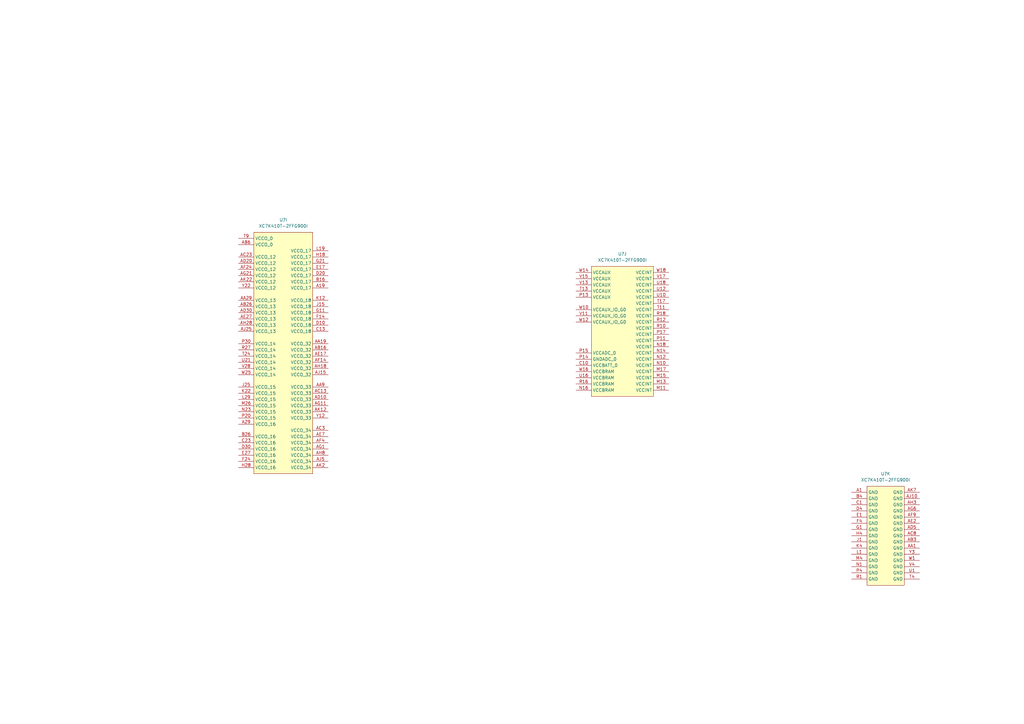
<source format=kicad_sch>
(kicad_sch (version 20211123) (generator eeschema)
  (paper "A3")
  (title_block (comment 1 "www.antmicro.com") (comment 2 "Antmicro Ltd"))
  (lib_symbols
    (symbol "XC7K410T-2FFG900I_1"
      (property "Reference" "U" (at -10.16 72.39 0))
      (property "Value" "XC7K410T-2FFG900I_1" (at -10.16 69.85 0))
      (symbol "XC7K410T-2FFG900I_1_1_0"
        (text "BANK 12" (at -16.51 64.77 0) (effects (font (size 2.54 2.54))))
        (text "BANK 13" (at 15.24 64.77 0) (effects (font (size 2.54 2.54))))
      )
      (symbol "XC7K410T-2FFG900I_1_1_1"
        (pin bidirectional line (at -34.29 33.02 0) (length 6.35) (name "IO_L6P_T0_12") (number "AA20"))
        (pin bidirectional line (at -34.29 50.8 0) (length 6.35) (name "IO_L2N_T0_12") (number "AA21"))
        (pin bidirectional line (at -34.29 43.18 0) (length 6.35) (name "IO_L4P_T0_12") (number "AA22"))
        (pin bidirectional line (at -34.29 40.64 0) (length 6.35) (name "IO_L4N_T0_12") (number "AA23"))
        (pin bidirectional line (at 34.29 33.02 180) (length 6.35) (name "IO_L6P_T0_13") (number "AA25"))
        (pin bidirectional line (at 34.29 55.88 180) (length 6.35) (name "IO_L1N_T0_13") (number "AA26"))
        (pin bidirectional line (at 34.29 38.1 180) (length 6.35) (name "IO_L5P_T0_13") (number "AA27"))
        (pin bidirectional line (at 34.29 45.72 180) (length 6.35) (name "IO_L3N_T0_DQS_13") (number "AA28"))
        (pin bidirectional line (at 34.29 20.32 180) (length 6.35) (name "IO_L8N_T1_13") (number "AA30"))
        (pin bidirectional line (at -34.29 30.48 0) (length 6.35) (name "IO_L6N_T0_VREF_12") (number "AB20"))
        (pin bidirectional line (at -34.29 48.26 0) (length 6.35) (name "IO_L3P_T0_DQS_12") (number "AB22"))
        (pin bidirectional line (at -34.29 45.72 0) (length 6.35) (name "IO_L3N_T0_DQS_12") (number "AB23"))
        (pin bidirectional line (at -34.29 27.94 0) (length 6.35) (name "IO_L7P_T1_12") (number "AB24"))
        (pin bidirectional line (at 34.29 30.48 180) (length 6.35) (name "IO_L6N_T0_VREF_13") (number "AB25"))
        (pin bidirectional line (at 34.29 2.54 180) (length 6.35) (name "IO_L12P_T1_MRCC_13") (number "AB27"))
        (pin bidirectional line (at 34.29 35.56 180) (length 6.35) (name "IO_L5N_T0_13") (number "AB28"))
        (pin bidirectional line (at 34.29 12.7 180) (length 6.35) (name "IO_L10P_T1_13") (number "AB29"))
        (pin bidirectional line (at 34.29 10.16 180) (length 6.35) (name "IO_L10N_T1_13") (number "AB30"))
        (pin bidirectional line (at -34.29 38.1 0) (length 6.35) (name "IO_L5P_T0_12") (number "AC20"))
        (pin bidirectional line (at -34.29 35.56 0) (length 6.35) (name "IO_L5N_T0_12") (number "AC21"))
        (pin bidirectional line (at -34.29 22.86 0) (length 6.35) (name "IO_L8P_T1_12") (number "AC22"))
        (pin bidirectional line (at -34.29 17.78 0) (length 6.35) (name "IO_L9P_T1_DQS_12") (number "AC24"))
        (pin bidirectional line (at -34.29 25.4 0) (length 6.35) (name "IO_L7N_T1_12") (number "AC25"))
        (pin bidirectional line (at 34.29 -33.02 180) (length 6.35) (name "IO_L19P_T3_13") (number "AC26"))
        (pin bidirectional line (at 34.29 0 180) (length 6.35) (name "IO_L12N_T1_MRCC_13") (number "AC27"))
        (pin bidirectional line (at 34.29 27.94 180) (length 6.35) (name "IO_L7P_T1_13") (number "AC29"))
        (pin bidirectional line (at 34.29 25.4 180) (length 6.35) (name "IO_L7N_T1_13") (number "AC30"))
        (pin bidirectional line (at -34.29 12.7 0) (length 6.35) (name "IO_L10P_T1_12") (number "AD21"))
        (pin bidirectional line (at -34.29 20.32 0) (length 6.35) (name "IO_L8N_T1_12") (number "AD22"))
        (pin bidirectional line (at -34.29 2.54 0) (length 6.35) (name "IO_L12P_T1_MRCC_12") (number "AD23"))
        (pin bidirectional line (at -34.29 15.24 0) (length 6.35) (name "IO_L9N_T1_DQS_12") (number "AD24"))
        (pin bidirectional line (at 34.29 -35.56 180) (length 6.35) (name "IO_L19N_T3_VREF_13") (number "AD26"))
        (pin bidirectional line (at 34.29 7.62 180) (length 6.35) (name "IO_L11P_T1_SRCC_13") (number "AD27"))
        (pin bidirectional line (at 34.29 5.08 180) (length 6.35) (name "IO_L11N_T1_SRCC_13") (number "AD28"))
        (pin bidirectional line (at 34.29 17.78 180) (length 6.35) (name "IO_L9P_T1_DQS_13") (number "AD29"))
        (pin bidirectional line (at -34.29 -63.5 0) (length 6.35) (name "IO_25_12") (number "AE20"))
        (pin bidirectional line (at -34.29 10.16 0) (length 6.35) (name "IO_L10N_T1_12") (number "AE21"))
        (pin bidirectional line (at -34.29 7.62 0) (length 6.35) (name "IO_L11P_T1_SRCC_12") (number "AE23"))
        (pin bidirectional line (at -34.29 0 0) (length 6.35) (name "IO_L12N_T1_MRCC_12") (number "AE24"))
        (pin bidirectional line (at -34.29 -17.78 0) (length 6.35) (name "IO_L16P_T2_12") (number "AE25"))
        (pin bidirectional line (at 34.29 -63.5 180) (length 6.35) (name "IO_25_13") (number "AE26"))
        (pin bidirectional line (at 34.29 -7.62 180) (length 6.35) (name "IO_L14P_T2_SRCC_13") (number "AE28"))
        (pin bidirectional line (at 34.29 15.24 180) (length 6.35) (name "IO_L9N_T1_DQS_13") (number "AE29"))
        (pin bidirectional line (at 34.29 -17.78 180) (length 6.35) (name "IO_L16P_T2_13") (number "AE30"))
        (pin bidirectional line (at -34.29 -33.02 0) (length 6.35) (name "IO_L19P_T3_12") (number "AF20"))
        (pin bidirectional line (at -34.29 -35.56 0) (length 6.35) (name "IO_L19N_T3_VREF_12") (number "AF21"))
        (pin bidirectional line (at -34.29 -2.54 0) (length 6.35) (name "IO_L13P_T2_MRCC_12") (number "AF22"))
        (pin bidirectional line (at -34.29 5.08 0) (length 6.35) (name "IO_L11N_T1_SRCC_12") (number "AF23"))
        (pin bidirectional line (at -34.29 -20.32 0) (length 6.35) (name "IO_L16N_T2_12") (number "AF25"))
        (pin bidirectional line (at 34.29 -53.34 180) (length 6.35) (name "IO_L23P_T3_13") (number "AF26"))
        (pin bidirectional line (at 34.29 -55.88 180) (length 6.35) (name "IO_L23N_T3_13") (number "AF27"))
        (pin bidirectional line (at 34.29 -10.16 180) (length 6.35) (name "IO_L14N_T2_SRCC_13") (number "AF28"))
        (pin bidirectional line (at 34.29 -20.32 180) (length 6.35) (name "IO_L16N_T2_13") (number "AF30"))
        (pin bidirectional line (at -34.29 -48.26 0) (length 6.35) (name "IO_L22P_T3_12") (number "AG20"))
        (pin bidirectional line (at -34.29 -38.1 0) (length 6.35) (name "IO_L20P_T3_12") (number "AG22"))
        (pin bidirectional line (at -34.29 -5.08 0) (length 6.35) (name "IO_L13N_T2_MRCC_12") (number "AG23"))
        (pin bidirectional line (at -34.29 -7.62 0) (length 6.35) (name "IO_L14P_T2_SRCC_12") (number "AG24"))
        (pin bidirectional line (at -34.29 -27.94 0) (length 6.35) (name "IO_L18P_T2_12") (number "AG25"))
        (pin bidirectional line (at 34.29 -43.18 180) (length 6.35) (name "IO_L21P_T3_DQS_13") (number "AG27"))
        (pin bidirectional line (at 34.29 -45.72 180) (length 6.35) (name "IO_L21N_T3_DQS_13") (number "AG28"))
        (pin bidirectional line (at 34.29 -2.54 180) (length 6.35) (name "IO_L13P_T2_MRCC_13") (number "AG29"))
        (pin bidirectional line (at 34.29 -27.94 180) (length 6.35) (name "IO_L18P_T2_13") (number "AG30"))
        (pin bidirectional line (at -34.29 -50.8 0) (length 6.35) (name "IO_L22N_T3_12") (number "AH20"))
        (pin bidirectional line (at -34.29 -53.34 0) (length 6.35) (name "IO_L23P_T3_12") (number "AH21"))
        (pin bidirectional line (at -34.29 -40.64 0) (length 6.35) (name "IO_L20N_T3_12") (number "AH22"))
        (pin bidirectional line (at -34.29 -10.16 0) (length 6.35) (name "IO_L14N_T2_SRCC_12") (number "AH24"))
        (pin bidirectional line (at -34.29 -30.48 0) (length 6.35) (name "IO_L18N_T2_12") (number "AH25"))
        (pin bidirectional line (at 34.29 -48.26 180) (length 6.35) (name "IO_L22P_T3_13") (number "AH26"))
        (pin bidirectional line (at 34.29 -50.8 180) (length 6.35) (name "IO_L22N_T3_13") (number "AH27"))
        (pin bidirectional line (at 34.29 -5.08 180) (length 6.35) (name "IO_L13N_T2_MRCC_13") (number "AH29"))
        (pin bidirectional line (at 34.29 -30.48 180) (length 6.35) (name "IO_L18N_T2_13") (number "AH30"))
        (pin bidirectional line (at -34.29 -55.88 0) (length 6.35) (name "IO_L23N_T3_12") (number "AJ21"))
        (pin bidirectional line (at -34.29 -43.18 0) (length 6.35) (name "IO_L21P_T3_DQS_12") (number "AJ22"))
        (pin bidirectional line (at -34.29 -45.72 0) (length 6.35) (name "IO_L21N_T3_DQS_12") (number "AJ23"))
        (pin bidirectional line (at -34.29 -12.7 0) (length 6.35) (name "IO_L15P_T2_DQS_12") (number "AJ24"))
        (pin bidirectional line (at 34.29 -58.42 180) (length 6.35) (name "IO_L24P_T3_13") (number "AJ26"))
        (pin bidirectional line (at 34.29 -38.1 180) (length 6.35) (name "IO_L20P_T3_13") (number "AJ27"))
        (pin bidirectional line (at 34.29 -22.86 180) (length 6.35) (name "IO_L17P_T2_13") (number "AJ28"))
        (pin bidirectional line (at 34.29 -25.4 180) (length 6.35) (name "IO_L17N_T2_13") (number "AJ29"))
        (pin bidirectional line (at -34.29 -58.42 0) (length 6.35) (name "IO_L24P_T3_12") (number "AK20"))
        (pin bidirectional line (at -34.29 -60.96 0) (length 6.35) (name "IO_L24N_T3_12") (number "AK21"))
        (pin bidirectional line (at -34.29 -22.86 0) (length 6.35) (name "IO_L17P_T2_12") (number "AK23"))
        (pin bidirectional line (at -34.29 -25.4 0) (length 6.35) (name "IO_L17N_T2_12") (number "AK24"))
        (pin bidirectional line (at -34.29 -15.24 0) (length 6.35) (name "IO_L15N_T2_DQS_12") (number "AK25"))
        (pin bidirectional line (at 34.29 -60.96 180) (length 6.35) (name "IO_L24N_T3_13") (number "AK26"))
        (pin bidirectional line (at 34.29 -40.64 180) (length 6.35) (name "IO_L20N_T3_13") (number "AK28"))
        (pin bidirectional line (at 34.29 -12.7 180) (length 6.35) (name "IO_L15P_T2_DQS_13") (number "AK29"))
        (pin bidirectional line (at 34.29 -15.24 180) (length 6.35) (name "IO_L15N_T2_DQS_13") (number "AK30"))
        (pin bidirectional line (at 34.29 53.34 180) (length 6.35) (name "IO_L2P_T0_13") (number "W27"))
        (pin bidirectional line (at 34.29 50.8 180) (length 6.35) (name "IO_L2N_T0_13") (number "W28"))
        (pin bidirectional line (at 34.29 43.18 180) (length 6.35) (name "IO_L4P_T0_13") (number "W29"))
        (pin bidirectional line (at -34.29 60.96 0) (length 6.35) (name "IO_0_12") (number "Y20"))
        (pin bidirectional line (at -34.29 53.34 0) (length 6.35) (name "IO_L2P_T0_12") (number "Y21"))
        (pin bidirectional line (at -34.29 58.42 0) (length 6.35) (name "IO_L1P_T0_12") (number "Y23"))
        (pin bidirectional line (at -34.29 55.88 0) (length 6.35) (name "IO_L1N_T0_12") (number "Y24"))
        (pin bidirectional line (at 34.29 60.96 180) (length 6.35) (name "IO_0_13") (number "Y25"))
        (pin bidirectional line (at 34.29 58.42 180) (length 6.35) (name "IO_L1P_T0_13") (number "Y26"))
        (pin bidirectional line (at 34.29 48.26 180) (length 6.35) (name "IO_L3P_T0_DQS_13") (number "Y28"))
        (pin bidirectional line (at 34.29 40.64 180) (length 6.35) (name "IO_L4N_T0_13") (number "Y29"))
        (pin bidirectional line (at 34.29 22.86 180) (length 6.35) (name "IO_L8P_T1_13") (number "Y30"))
      )
      (symbol "XC7K410T-2FFG900I_1_2_0"
        (text "BANK 14" (at -16.51 64.77 0) (effects (font (size 2.54 2.54))))
        (text "BANK 15" (at 15.24 64.77 0) (effects (font (size 2.54 2.54))))
      )
      (symbol "XC7K410T-2FFG900I_1_2_1"
        (pin bidirectional line (at 41.91 25.4 180) (length 6.35) (name "IO_L7N_T1_AD10N_15") (number "H29"))
        (pin bidirectional line (at 41.91 38.1 180) (length 6.35) (name "IO_L5P_T0_AD2P_15") (number "J21"))
        (pin bidirectional line (at 41.91 35.56 180) (length 6.35) (name "IO_L5N_T0_AD2N_15") (number "J22"))
        (pin bidirectional line (at 41.91 58.42 180) (length 6.35) (name "IO_L1P_T0_AD0P_15") (number "J23"))
        (pin bidirectional line (at 41.91 55.88 180) (length 6.35) (name "IO_L1N_T0_AD0N_15") (number "J24"))
        (pin bidirectional line (at 41.91 10.16 180) (length 6.35) (name "IO_L10N_T1_AD4N_15") (number "J26"))
        (pin bidirectional line (at 41.91 22.86 180) (length 6.35) (name "IO_L8P_T1_AD3P_15") (number "J27"))
        (pin bidirectional line (at 41.91 20.32 180) (length 6.35) (name "IO_L8N_T1_AD3N_15") (number "J28"))
        (pin bidirectional line (at 41.91 27.94 180) (length 6.35) (name "IO_L7P_T1_AD10P_15") (number "J29"))
        (pin bidirectional line (at 41.91 40.64 180) (length 6.35) (name "IO_L4N_T0_AD9N_15") (number "K21"))
        (pin bidirectional line (at 41.91 48.26 180) (length 6.35) (name "IO_L3P_T0_DQS_AD1P_15") (number "K23"))
        (pin bidirectional line (at 41.91 45.72 180) (length 6.35) (name "IO_L3N_T0_DQS_AD1N_15") (number "K24"))
        (pin bidirectional line (at 41.91 0 180) (length 6.35) (name "IO_L12N_T1_MRCC_AD5N_15") (number "K25"))
        (pin bidirectional line (at 41.91 12.7 180) (length 6.35) (name "IO_L10P_T1_AD4P_15") (number "K26"))
        (pin bidirectional line (at 41.91 -2.54 180) (length 6.35) (name "IO_L13P_T2_MRCC_15") (number "K28"))
        (pin bidirectional line (at 41.91 -5.08 180) (length 6.35) (name "IO_L13N_T2_MRCC_15") (number "K29"))
        (pin bidirectional line (at 41.91 15.24 180) (length 6.35) (name "IO_L9N_T1_DQS_AD11N_15") (number "K30"))
        (pin bidirectional line (at 41.91 30.48 180) (length 6.35) (name "IO_L6N_T0_VREF_15") (number "L20"))
        (pin bidirectional line (at 41.91 43.18 180) (length 6.35) (name "IO_L4P_T0_AD9P_15") (number "L21"))
        (pin bidirectional line (at 41.91 53.34 180) (length 6.35) (name "IO_L2P_T0_AD8P_15") (number "L22"))
        (pin bidirectional line (at 41.91 50.8 180) (length 6.35) (name "IO_L2N_T0_AD8N_15") (number "L23"))
        (pin bidirectional line (at 41.91 2.54 180) (length 6.35) (name "IO_L12P_T1_MRCC_AD5P_15") (number "L25"))
        (pin bidirectional line (at 41.91 7.62 180) (length 6.35) (name "IO_L11P_T1_SRCC_AD12P_15") (number "L26"))
        (pin bidirectional line (at 41.91 5.08 180) (length 6.35) (name "IO_L11N_T1_SRCC_AD12N_15") (number "L27"))
        (pin bidirectional line (at 41.91 -10.16 180) (length 6.35) (name "IO_L14N_T2_SRCC_15") (number "L28"))
        (pin bidirectional line (at 41.91 17.78 180) (length 6.35) (name "IO_L9P_T1_DQS_AD11P_15") (number "L30"))
        (pin bidirectional line (at 41.91 60.96 180) (length 6.35) (name "IO_0_15") (number "M19"))
        (pin bidirectional line (at 41.91 33.02 180) (length 6.35) (name "IO_L6P_T0_15") (number "M20"))
        (pin bidirectional line (at 41.91 -58.42 180) (length 6.35) (name "IO_L24P_T3_RS1_15") (number "M22"))
        (pin bidirectional line (at 41.91 -60.96 180) (length 6.35) (name "IO_L24N_T3_RS0_15") (number "M23"))
        (pin bidirectional line (at 41.91 -53.34 180) (length 6.35) (name "IO_L23P_T3_FOE_B_15") (number "M24"))
        (pin bidirectional line (at 41.91 -55.88 180) (length 6.35) (name "IO_L23N_T3_FWE_B_15") (number "M25"))
        (pin bidirectional line (at 41.91 -20.32 180) (length 6.35) (name "IO_L16N_T2_A27_15") (number "M27"))
        (pin bidirectional line (at 41.91 -7.62 180) (length 6.35) (name "IO_L14P_T2_SRCC_15") (number "M28"))
        (pin bidirectional line (at 41.91 -12.7 180) (length 6.35) (name "IO_L15P_T2_DQS_15") (number "M29"))
        (pin bidirectional line (at 41.91 -15.24 180) (length 6.35) (name "IO_L15N_T2_DQS_ADV_B_15") (number "M30"))
        (pin bidirectional line (at 41.91 -33.02 180) (length 6.35) (name "IO_L19P_T3_A22_15") (number "N19"))
        (pin bidirectional line (at 41.91 -35.56 180) (length 6.35) (name "IO_L19N_T3_A21_VREF_15") (number "N20"))
        (pin bidirectional line (at 41.91 -38.1 180) (length 6.35) (name "IO_L20P_T3_A20_15") (number "N21"))
        (pin bidirectional line (at 41.91 -40.64 180) (length 6.35) (name "IO_L20N_T3_A19_15") (number "N22"))
        (pin bidirectional line (at 41.91 -45.72 180) (length 6.35) (name "IO_L21N_T3_DQS_A18_15") (number "N24"))
        (pin bidirectional line (at 41.91 -27.94 180) (length 6.35) (name "IO_L18P_T2_A24_15") (number "N25"))
        (pin bidirectional line (at 41.91 -30.48 180) (length 6.35) (name "IO_L18N_T2_A23_15") (number "N26"))
        (pin bidirectional line (at 41.91 -17.78 180) (length 6.35) (name "IO_L16P_T2_A28_15") (number "N27"))
        (pin bidirectional line (at 41.91 -22.86 180) (length 6.35) (name "IO_L17P_T2_A26_15") (number "N29"))
        (pin bidirectional line (at 41.91 -25.4 180) (length 6.35) (name "IO_L17N_T2_A25_15") (number "N30"))
        (pin bidirectional line (at 41.91 -63.5 180) (length 6.35) (name "IO_25_15") (number "P19"))
        (pin bidirectional line (at 41.91 -48.26 180) (length 6.35) (name "IO_L22P_T3_A17_15") (number "P21"))
        (pin bidirectional line (at 41.91 -50.8 180) (length 6.35) (name "IO_L22N_T3_A16_15") (number "P22"))
        (pin bidirectional line (at 41.91 -43.18 180) (length 6.35) (name "IO_L21P_T3_DQS_15") (number "P23"))
        (pin bidirectional line (at -41.91 58.42 0) (length 6.35) (name "IO_L1P_T0_D00_MOSI_14") (number "P24"))
        (pin bidirectional line (at -41.91 12.7 0) (length 6.35) (name "IO_L10P_T1_D14_14") (number "P26"))
        (pin bidirectional line (at -41.91 22.86 0) (length 6.35) (name "IO_L8P_T1_D11_14") (number "P27"))
        (pin bidirectional line (at -41.91 20.32 0) (length 6.35) (name "IO_L8N_T1_D12_14") (number "P28"))
        (pin bidirectional line (at -41.91 27.94 0) (length 6.35) (name "IO_L7P_T1_D09_14") (number "P29"))
        (pin bidirectional line (at -41.91 60.96 0) (length 6.35) (name "IO_0_14") (number "R19"))
        (pin bidirectional line (at -41.91 53.34 0) (length 6.35) (name "IO_L2P_T0_D02_14") (number "R20"))
        (pin bidirectional line (at -41.91 50.8 0) (length 6.35) (name "IO_L2N_T0_D03_14") (number "R21"))
        (pin bidirectional line (at -41.91 48.26 0) (length 6.35) (name "IO_L3P_T0_DQS_PUDC_B_14") (number "R23"))
        (pin bidirectional line (at -41.91 45.72 0) (length 6.35) (name "IO_L3N_T0_DQS_EMCCLK_14") (number "R24"))
        (pin bidirectional line (at -41.91 55.88 0) (length 6.35) (name "IO_L1N_T0_D01_DIN_14") (number "R25"))
        (pin bidirectional line (at -41.91 10.16 0) (length 6.35) (name "IO_L10N_T1_D15_14") (number "R26"))
        (pin bidirectional line (at -41.91 7.62 0) (length 6.35) (name "IO_L11P_T1_SRCC_14") (number "R28"))
        (pin bidirectional line (at -41.91 25.4 0) (length 6.35) (name "IO_L7N_T1_D10_14") (number "R29"))
        (pin bidirectional line (at -41.91 17.78 0) (length 6.35) (name "IO_L9P_T1_DQS_14") (number "R30"))
        (pin bidirectional line (at -41.91 43.18 0) (length 6.35) (name "IO_L4P_T0_D04_14") (number "T20"))
        (pin bidirectional line (at -41.91 40.64 0) (length 6.35) (name "IO_L4N_T0_D05_14") (number "T21"))
        (pin bidirectional line (at -41.91 38.1 0) (length 6.35) (name "IO_L5P_T0_D06_14") (number "T22"))
        (pin bidirectional line (at -41.91 35.56 0) (length 6.35) (name "IO_L5N_T0_D07_14") (number "T23"))
        (pin bidirectional line (at -41.91 -7.62 0) (length 6.35) (name "IO_L14P_T2_SRCC_14") (number "T25"))
        (pin bidirectional line (at -41.91 2.54 0) (length 6.35) (name "IO_L12P_T1_MRCC_14") (number "T26"))
        (pin bidirectional line (at -41.91 0 0) (length 6.35) (name "IO_L12N_T1_MRCC_14") (number "T27"))
        (pin bidirectional line (at -41.91 5.08 0) (length 6.35) (name "IO_L11N_T1_SRCC_14") (number "T28"))
        (pin bidirectional line (at -41.91 15.24 0) (length 6.35) (name "IO_L9N_T1_DQS_D13_14") (number "T30"))
        (pin bidirectional line (at -41.91 33.02 0) (length 6.35) (name "IO_L6P_T0_FCS_B_14") (number "U19"))
        (pin bidirectional line (at -41.91 30.48 0) (length 6.35) (name "IO_L6N_T0_D08_VREF_14") (number "U20"))
        (pin bidirectional line (at -41.91 -43.18 0) (length 6.35) (name "IO_L21P_T3_DQS_14") (number "U22"))
        (pin bidirectional line (at -41.91 -45.72 0) (length 6.35) (name "IO_L21N_T3_DQS_A06_D22_14") (number "U23"))
        (pin bidirectional line (at -41.91 -53.34 0) (length 6.35) (name "IO_L23P_T3_A03_D19_14") (number "U24"))
        (pin bidirectional line (at -41.91 -10.16 0) (length 6.35) (name "IO_L14N_T2_SRCC_14") (number "U25"))
        (pin bidirectional line (at -41.91 -2.54 0) (length 6.35) (name "IO_L13P_T2_MRCC_14") (number "U27"))
        (pin bidirectional line (at -41.91 -5.08 0) (length 6.35) (name "IO_L13N_T2_MRCC_14") (number "U28"))
        (pin bidirectional line (at -41.91 -12.7 0) (length 6.35) (name "IO_L15P_T2_DQS_RDWR_B_14") (number "U29"))
        (pin bidirectional line (at -41.91 -15.24 0) (length 6.35) (name "IO_L15N_T2_DQS_DOUT_CSO_B_14") (number "U30"))
        (pin bidirectional line (at -41.91 -33.02 0) (length 6.35) (name "IO_L19P_T3_A10_D26_14") (number "V19"))
        (pin bidirectional line (at -41.91 -35.56 0) (length 6.35) (name "IO_L19N_T3_A09_D25_VREF_14") (number "V20"))
        (pin bidirectional line (at -41.91 -48.26 0) (length 6.35) (name "IO_L22P_T3_A05_D21_14") (number "V21"))
        (pin bidirectional line (at -41.91 -50.8 0) (length 6.35) (name "IO_L22N_T3_A04_D20_14") (number "V22"))
        (pin bidirectional line (at -41.91 -55.88 0) (length 6.35) (name "IO_L23N_T3_A02_D18_14") (number "V24"))
        (pin bidirectional line (at -41.91 -27.94 0) (length 6.35) (name "IO_L18P_T2_A12_D28_14") (number "V25"))
        (pin bidirectional line (at -41.91 -17.78 0) (length 6.35) (name "IO_L16P_T2_CSI_B_14") (number "V26"))
        (pin bidirectional line (at -41.91 -20.32 0) (length 6.35) (name "IO_L16N_T2_A15_D31_14") (number "V27"))
        (pin bidirectional line (at -41.91 -22.86 0) (length 6.35) (name "IO_L17P_T2_A14_D30_14") (number "V29"))
        (pin bidirectional line (at -41.91 -25.4 0) (length 6.35) (name "IO_L17N_T2_A13_D29_14") (number "V30"))
        (pin bidirectional line (at -41.91 -63.5 0) (length 6.35) (name "IO_25_14") (number "W19"))
        (pin bidirectional line (at -41.91 -58.42 0) (length 6.35) (name "IO_L24P_T3_A01_D17_14") (number "W21"))
        (pin bidirectional line (at -41.91 -60.96 0) (length 6.35) (name "IO_L24N_T3_A00_D16_14") (number "W22"))
        (pin bidirectional line (at -41.91 -38.1 0) (length 6.35) (name "IO_L20P_T3_A08_D24_14") (number "W23"))
        (pin bidirectional line (at -41.91 -40.64 0) (length 6.35) (name "IO_L20N_T3_A07_D23_14") (number "W24"))
        (pin bidirectional line (at -41.91 -30.48 0) (length 6.35) (name "IO_L18N_T2_A11_D27_14") (number "W26"))
      )
      (symbol "XC7K410T-2FFG900I_1_3_0"
        (text "BANK 16" (at -16.51 64.77 0) (effects (font (size 2.54 2.54))))
        (text "BANK 17" (at 15.24 64.77 0) (effects (font (size 2.54 2.54))))
      )
      (symbol "XC7K410T-2FFG900I_1_3_1"
        (pin bidirectional line (at 34.29 -38.1 180) (length 6.35) (name "IO_L20P_T3_17") (number "A16"))
        (pin bidirectional line (at 34.29 -40.64 180) (length 6.35) (name "IO_L20N_T3_17") (number "A17"))
        (pin bidirectional line (at 34.29 -50.8 180) (length 6.35) (name "IO_L22N_T3_17") (number "A18"))
        (pin bidirectional line (at 34.29 -43.18 180) (length 6.35) (name "IO_L21P_T3_DQS_17") (number "A20"))
        (pin bidirectional line (at 34.29 -45.72 180) (length 6.35) (name "IO_L21N_T3_DQS_17") (number "A21"))
        (pin bidirectional line (at 34.29 -55.88 180) (length 6.35) (name "IO_L23N_T3_17") (number "A22"))
        (pin bidirectional line (at -34.29 55.88 0) (length 6.35) (name "IO_L1N_T0_16") (number "A23"))
        (pin bidirectional line (at -34.29 12.7 0) (length 6.35) (name "IO_L10P_T1_16") (number "A25"))
        (pin bidirectional line (at -34.29 10.16 0) (length 6.35) (name "IO_L10N_T1_16") (number "A26"))
        (pin bidirectional line (at -34.29 25.4 0) (length 6.35) (name "IO_L7N_T1_16") (number "A27"))
        (pin bidirectional line (at -34.29 15.24 0) (length 6.35) (name "IO_L9N_T1_DQS_16") (number "A28"))
        (pin bidirectional line (at -34.29 -25.4 0) (length 6.35) (name "IO_L17N_T2_16") (number "A30"))
        (pin bidirectional line (at 34.29 -25.4 180) (length 6.35) (name "IO_L17N_T2_17") (number "B17"))
        (pin bidirectional line (at 34.29 -48.26 180) (length 6.35) (name "IO_L22P_T3_17") (number "B18"))
        (pin bidirectional line (at 34.29 -60.96 180) (length 6.35) (name "IO_L24N_T3_17") (number "B19"))
        (pin bidirectional line (at 34.29 -35.56 180) (length 6.35) (name "IO_L19N_T3_VREF_17") (number "B20"))
        (pin bidirectional line (at 34.29 -53.34 180) (length 6.35) (name "IO_L23P_T3_17") (number "B22"))
        (pin bidirectional line (at -34.29 58.42 0) (length 6.35) (name "IO_L1P_T0_16") (number "B23"))
        (pin bidirectional line (at -34.29 20.32 0) (length 6.35) (name "IO_L8N_T1_16") (number "B24"))
        (pin bidirectional line (at -34.29 0 0) (length 6.35) (name "IO_L12N_T1_MRCC_16") (number "B25"))
        (pin bidirectional line (at -34.29 27.94 0) (length 6.35) (name "IO_L7P_T1_16") (number "B27"))
        (pin bidirectional line (at -34.29 17.78 0) (length 6.35) (name "IO_L9P_T1_DQS_16") (number "B28"))
        (pin bidirectional line (at -34.29 -15.24 0) (length 6.35) (name "IO_L15N_T2_DQS_16") (number "B29"))
        (pin bidirectional line (at -34.29 -22.86 0) (length 6.35) (name "IO_L17P_T2_16") (number "B30"))
        (pin bidirectional line (at 34.29 -15.24 180) (length 6.35) (name "IO_L15N_T2_DQS_17") (number "C16"))
        (pin bidirectional line (at 34.29 -22.86 180) (length 6.35) (name "IO_L17P_T2_17") (number "C17"))
        (pin bidirectional line (at 34.29 -58.42 180) (length 6.35) (name "IO_L24P_T3_17") (number "C19"))
        (pin bidirectional line (at 34.29 -33.02 180) (length 6.35) (name "IO_L19P_T3_17") (number "C20"))
        (pin bidirectional line (at 34.29 20.32 180) (length 6.35) (name "IO_L8N_T1_17") (number "C21"))
        (pin bidirectional line (at 34.29 10.16 180) (length 6.35) (name "IO_L10N_T1_17") (number "C22"))
        (pin bidirectional line (at -34.29 22.86 0) (length 6.35) (name "IO_L8P_T1_16") (number "C24"))
        (pin bidirectional line (at -34.29 2.54 0) (length 6.35) (name "IO_L12P_T1_MRCC_16") (number "C25"))
        (pin bidirectional line (at -34.29 5.08 0) (length 6.35) (name "IO_L11N_T1_SRCC_16") (number "C26"))
        (pin bidirectional line (at -34.29 -5.08 0) (length 6.35) (name "IO_L13N_T2_MRCC_16") (number "C27"))
        (pin bidirectional line (at -34.29 -12.7 0) (length 6.35) (name "IO_L15P_T2_DQS_16") (number "C29"))
        (pin bidirectional line (at -34.29 -20.32 0) (length 6.35) (name "IO_L16N_T2_16") (number "C30"))
        (pin bidirectional line (at 34.29 -12.7 180) (length 6.35) (name "IO_L15P_T2_DQS_17") (number "D16"))
        (pin bidirectional line (at 34.29 -2.54 180) (length 6.35) (name "IO_L13P_T2_MRCC_17") (number "D17"))
        (pin bidirectional line (at 34.29 -5.08 180) (length 6.35) (name "IO_L13N_T2_MRCC_17") (number "D18"))
        (pin bidirectional line (at 34.29 -10.16 180) (length 6.35) (name "IO_L14N_T2_SRCC_17") (number "D19"))
        (pin bidirectional line (at 34.29 22.86 180) (length 6.35) (name "IO_L8P_T1_17") (number "D21"))
        (pin bidirectional line (at 34.29 12.7 180) (length 6.35) (name "IO_L10P_T1_17") (number "D22"))
        (pin bidirectional line (at -34.29 50.8 0) (length 6.35) (name "IO_L2N_T0_16") (number "D23"))
        (pin bidirectional line (at -34.29 40.64 0) (length 6.35) (name "IO_L4N_T0_16") (number "D24"))
        (pin bidirectional line (at -34.29 7.62 0) (length 6.35) (name "IO_L11P_T1_SRCC_16") (number "D26"))
        (pin bidirectional line (at -34.29 -2.54 0) (length 6.35) (name "IO_L13P_T2_MRCC_16") (number "D27"))
        (pin bidirectional line (at -34.29 -10.16 0) (length 6.35) (name "IO_L14N_T2_SRCC_16") (number "D28"))
        (pin bidirectional line (at -34.29 -17.78 0) (length 6.35) (name "IO_L16P_T2_16") (number "D29"))
        (pin bidirectional line (at 34.29 -63.5 180) (length 6.35) (name "IO_25_17") (number "E18"))
        (pin bidirectional line (at 34.29 -7.62 180) (length 6.35) (name "IO_L14P_T2_SRCC_17") (number "E19"))
        (pin bidirectional line (at 34.29 0 180) (length 6.35) (name "IO_L12N_T1_MRCC_17") (number "E20"))
        (pin bidirectional line (at 34.29 5.08 180) (length 6.35) (name "IO_L11N_T1_SRCC_17") (number "E21"))
        (pin bidirectional line (at -34.29 53.34 0) (length 6.35) (name "IO_L2P_T0_16") (number "E23"))
        (pin bidirectional line (at -34.29 43.18 0) (length 6.35) (name "IO_L4P_T0_16") (number "E24"))
        (pin bidirectional line (at -34.29 45.72 0) (length 6.35) (name "IO_L3N_T0_DQS_16") (number "E25"))
        (pin bidirectional line (at -34.29 35.56 0) (length 6.35) (name "IO_L5N_T0_16") (number "E26"))
        (pin bidirectional line (at -34.29 -7.62 0) (length 6.35) (name "IO_L14P_T2_SRCC_16") (number "E28"))
        (pin bidirectional line (at -34.29 -27.94 0) (length 6.35) (name "IO_L18P_T2_16") (number "E29"))
        (pin bidirectional line (at -34.29 -30.48 0) (length 6.35) (name "IO_L18N_T2_16") (number "E30"))
        (pin bidirectional line (at 34.29 -30.48 180) (length 6.35) (name "IO_L18N_T2_17") (number "F17"))
        (pin bidirectional line (at 34.29 -20.32 180) (length 6.35) (name "IO_L16N_T2_17") (number "F18"))
        (pin bidirectional line (at 34.29 2.54 180) (length 6.35) (name "IO_L12P_T1_MRCC_17") (number "F20"))
        (pin bidirectional line (at 34.29 7.62 180) (length 6.35) (name "IO_L11P_T1_SRCC_17") (number "F21"))
        (pin bidirectional line (at 34.29 15.24 180) (length 6.35) (name "IO_L9N_T1_DQS_17") (number "F22"))
        (pin bidirectional line (at -34.29 60.96 0) (length 6.35) (name "IO_0_16") (number "F23"))
        (pin bidirectional line (at -34.29 48.26 0) (length 6.35) (name "IO_L3P_T0_DQS_16") (number "F25"))
        (pin bidirectional line (at -34.29 38.1 0) (length 6.35) (name "IO_L5P_T0_16") (number "F26"))
        (pin bidirectional line (at -34.29 -45.72 0) (length 6.35) (name "IO_L21N_T3_DQS_16") (number "F27"))
        (pin bidirectional line (at -34.29 -40.64 0) (length 6.35) (name "IO_L20N_T3_16") (number "F28"))
        (pin bidirectional line (at -34.29 -50.8 0) (length 6.35) (name "IO_L22N_T3_16") (number "F30"))
        (pin bidirectional line (at 34.29 -27.94 180) (length 6.35) (name "IO_L18P_T2_17") (number "G17"))
        (pin bidirectional line (at 34.29 -17.78 180) (length 6.35) (name "IO_L16P_T2_17") (number "G18"))
        (pin bidirectional line (at 34.29 60.96 180) (length 6.35) (name "IO_0_17") (number "G19"))
        (pin bidirectional line (at 34.29 50.8 180) (length 6.35) (name "IO_L2N_T0_17") (number "G20"))
        (pin bidirectional line (at 34.29 17.78 180) (length 6.35) (name "IO_L9P_T1_DQS_17") (number "G22"))
        (pin bidirectional line (at -34.29 33.02 0) (length 6.35) (name "IO_L6P_T0_16") (number "G23"))
        (pin bidirectional line (at -34.29 30.48 0) (length 6.35) (name "IO_L6N_T0_VREF_16") (number "G24"))
        (pin bidirectional line (at -34.29 -63.5 0) (length 6.35) (name "IO_25_16") (number "G25"))
        (pin bidirectional line (at -34.29 -43.18 0) (length 6.35) (name "IO_L21P_T3_DQS_16") (number "G27"))
        (pin bidirectional line (at -34.29 -38.1 0) (length 6.35) (name "IO_L20P_T3_16") (number "G28"))
        (pin bidirectional line (at -34.29 -48.26 0) (length 6.35) (name "IO_L22P_T3_16") (number "G29"))
        (pin bidirectional line (at -34.29 -60.96 0) (length 6.35) (name "IO_L24N_T3_16") (number "G30"))
        (pin bidirectional line (at 34.29 45.72 180) (length 6.35) (name "IO_L3N_T0_DQS_17") (number "H17"))
        (pin bidirectional line (at 34.29 40.64 180) (length 6.35) (name "IO_L4N_T0_17") (number "H19"))
        (pin bidirectional line (at 34.29 53.34 180) (length 6.35) (name "IO_L2P_T0_17") (number "H20"))
        (pin bidirectional line (at 34.29 27.94 180) (length 6.35) (name "IO_L7P_T1_17") (number "H21"))
        (pin bidirectional line (at 34.29 25.4 180) (length 6.35) (name "IO_L7N_T1_17") (number "H22"))
        (pin bidirectional line (at -34.29 -33.02 0) (length 6.35) (name "IO_L19P_T3_16") (number "H24"))
        (pin bidirectional line (at -34.29 -35.56 0) (length 6.35) (name "IO_L19N_T3_VREF_16") (number "H25"))
        (pin bidirectional line (at -34.29 -53.34 0) (length 6.35) (name "IO_L23P_T3_16") (number "H26"))
        (pin bidirectional line (at -34.29 -55.88 0) (length 6.35) (name "IO_L23N_T3_16") (number "H27"))
        (pin bidirectional line (at -34.29 -58.42 0) (length 6.35) (name "IO_L24P_T3_16") (number "H30"))
        (pin bidirectional line (at 34.29 48.26 180) (length 6.35) (name "IO_L3P_T0_DQS_17") (number "J17"))
        (pin bidirectional line (at 34.29 55.88 180) (length 6.35) (name "IO_L1N_T0_17") (number "J18"))
        (pin bidirectional line (at 34.29 43.18 180) (length 6.35) (name "IO_L4P_T0_17") (number "J19"))
        (pin bidirectional line (at 34.29 58.42 180) (length 6.35) (name "IO_L1P_T0_17") (number "K18"))
        (pin bidirectional line (at 34.29 33.02 180) (length 6.35) (name "IO_L6P_T0_17") (number "K19"))
        (pin bidirectional line (at 34.29 30.48 180) (length 6.35) (name "IO_L6N_T0_VREF_17") (number "K20"))
        (pin bidirectional line (at 34.29 38.1 180) (length 6.35) (name "IO_L5P_T0_17") (number "L17"))
        (pin bidirectional line (at 34.29 35.56 180) (length 6.35) (name "IO_L5N_T0_17") (number "L18"))
      )
      (symbol "XC7K410T-2FFG900I_1_4_0"
        (text "BANK 18" (at -16.51 64.77 0) (effects (font (size 2.54 2.54))))
        (text "BANK 32" (at 15.24 64.77 0) (effects (font (size 2.54 2.54))))
      )
      (symbol "XC7K410T-2FFG900I_1_4_1"
        (pin bidirectional line (at -34.29 -22.86 0) (length 6.35) (name "IO_L17P_T2_18") (number "A11"))
        (pin bidirectional line (at -34.29 -25.4 0) (length 6.35) (name "IO_L17N_T2_18") (number "A12"))
        (pin bidirectional line (at -34.29 -50.8 0) (length 6.35) (name "IO_L22N_T3_18") (number "A13"))
        (pin bidirectional line (at -34.29 -60.96 0) (length 6.35) (name "IO_L24N_T3_18") (number "A15"))
        (pin bidirectional line (at 34.29 -38.1 180) (length 6.35) (name "IO_L20P_T3_32") (number "AA15"))
        (pin bidirectional line (at 34.29 -55.88 180) (length 6.35) (name "IO_L23N_T3_32") (number "AA16"))
        (pin bidirectional line (at 34.29 -53.34 180) (length 6.35) (name "IO_L23P_T3_32") (number "AA17"))
        (pin bidirectional line (at 34.29 -17.78 180) (length 6.35) (name "IO_L16P_T2_32") (number "AA18"))
        (pin bidirectional line (at 34.29 -63.5 180) (length 6.35) (name "IO_25_VRP_32") (number "AB14"))
        (pin bidirectional line (at 34.29 -40.64 180) (length 6.35) (name "IO_L20N_T3_32") (number "AB15"))
        (pin bidirectional line (at 34.29 -27.94 180) (length 6.35) (name "IO_L18P_T2_32") (number "AB17"))
        (pin bidirectional line (at 34.29 -20.32 180) (length 6.35) (name "IO_L16N_T2_32") (number "AB18"))
        (pin bidirectional line (at 34.29 -22.86 180) (length 6.35) (name "IO_L17P_T2_32") (number "AB19"))
        (pin bidirectional line (at 34.29 -48.26 180) (length 6.35) (name "IO_L22P_T3_32") (number "AC14"))
        (pin bidirectional line (at 34.29 -45.72 180) (length 6.35) (name "IO_L21N_T3_DQS_32") (number "AC15"))
        (pin bidirectional line (at 34.29 -43.18 180) (length 6.35) (name "IO_L21P_T3_DQS_32") (number "AC16"))
        (pin bidirectional line (at 34.29 -30.48 180) (length 6.35) (name "IO_L18N_T2_32") (number "AC17"))
        (pin bidirectional line (at 34.29 -25.4 180) (length 6.35) (name "IO_L17N_T2_32") (number "AC19"))
        (pin bidirectional line (at 34.29 -50.8 180) (length 6.35) (name "IO_L22N_T3_32") (number "AD14"))
        (pin bidirectional line (at 34.29 -10.16 180) (length 6.35) (name "IO_L14N_T2_SRCC_32") (number "AD16"))
        (pin bidirectional line (at 34.29 -7.62 180) (length 6.35) (name "IO_L14P_T2_SRCC_32") (number "AD17"))
        (pin bidirectional line (at 34.29 -2.54 180) (length 6.35) (name "IO_L13P_T2_MRCC_32") (number "AD18"))
        (pin bidirectional line (at 34.29 12.7 180) (length 6.35) (name "IO_L10P_T1_32") (number "AD19"))
        (pin bidirectional line (at 34.29 -35.56 180) (length 6.35) (name "IO_L19N_T3_VREF_32") (number "AE14"))
        (pin bidirectional line (at 34.29 -33.02 180) (length 6.35) (name "IO_L19P_T3_32") (number "AE15"))
        (pin bidirectional line (at 34.29 33.02 180) (length 6.35) (name "IO_L6P_T0_32") (number "AE16"))
        (pin bidirectional line (at 34.29 -5.08 180) (length 6.35) (name "IO_L13N_T2_MRCC_32") (number "AE18"))
        (pin bidirectional line (at 34.29 10.16 180) (length 6.35) (name "IO_L10N_T1_32") (number "AE19"))
        (pin bidirectional line (at 34.29 43.18 180) (length 6.35) (name "IO_L4P_T0_32") (number "AF15"))
        (pin bidirectional line (at 34.29 30.48 180) (length 6.35) (name "IO_L6N_T0_VREF_32") (number "AF16"))
        (pin bidirectional line (at 34.29 2.54 180) (length 6.35) (name "IO_L12P_T1_MRCC_32") (number "AF17"))
        (pin bidirectional line (at 34.29 7.62 180) (length 6.35) (name "IO_L11P_T1_SRCC_32") (number "AF18"))
        (pin bidirectional line (at 34.29 40.64 180) (length 6.35) (name "IO_L4N_T0_32") (number "AG14"))
        (pin bidirectional line (at 34.29 53.34 180) (length 6.35) (name "IO_L2P_T0_32") (number "AG15"))
        (pin bidirectional line (at 34.29 0 180) (length 6.35) (name "IO_L12N_T1_MRCC_32") (number "AG17"))
        (pin bidirectional line (at 34.29 5.08 180) (length 6.35) (name "IO_L11N_T1_SRCC_32") (number "AG18"))
        (pin bidirectional line (at 34.29 22.86 180) (length 6.35) (name "IO_L8P_T1_32") (number "AG19"))
        (pin bidirectional line (at 34.29 50.8 180) (length 6.35) (name "IO_L2N_T0_32") (number "AH15"))
        (pin bidirectional line (at 34.29 48.26 180) (length 6.35) (name "IO_L3P_T0_DQS_32") (number "AH16"))
        (pin bidirectional line (at 34.29 38.1 180) (length 6.35) (name "IO_L5P_T0_32") (number "AH17"))
        (pin bidirectional line (at 34.29 20.32 180) (length 6.35) (name "IO_L8N_T1_32") (number "AH19"))
        (pin bidirectional line (at 34.29 45.72 180) (length 6.35) (name "IO_L3N_T0_DQS_32") (number "AJ16"))
        (pin bidirectional line (at 34.29 35.56 180) (length 6.35) (name "IO_L5N_T0_32") (number "AJ17"))
        (pin bidirectional line (at 34.29 17.78 180) (length 6.35) (name "IO_L9P_T1_DQS_32") (number "AJ18"))
        (pin bidirectional line (at 34.29 27.94 180) (length 6.35) (name "IO_L7P_T1_32") (number "AJ19"))
        (pin bidirectional line (at 34.29 55.88 180) (length 6.35) (name "IO_L1N_T0_32") (number "AK15"))
        (pin bidirectional line (at 34.29 58.42 180) (length 6.35) (name "IO_L1P_T0_32") (number "AK16"))
        (pin bidirectional line (at 34.29 15.24 180) (length 6.35) (name "IO_L9N_T1_DQS_32") (number "AK18"))
        (pin bidirectional line (at 34.29 25.4 180) (length 6.35) (name "IO_L7N_T1_32") (number "AK19"))
        (pin bidirectional line (at -34.29 -15.24 0) (length 6.35) (name "IO_L15N_T2_DQS_18") (number "B12"))
        (pin bidirectional line (at -34.29 -48.26 0) (length 6.35) (name "IO_L22P_T3_18") (number "B13"))
        (pin bidirectional line (at -34.29 -58.42 0) (length 6.35) (name "IO_L24P_T3_18") (number "B14"))
        (pin bidirectional line (at -34.29 -55.88 0) (length 6.35) (name "IO_L23N_T3_18") (number "B15"))
        (pin bidirectional line (at -34.29 -30.48 0) (length 6.35) (name "IO_L18N_T2_18") (number "C11"))
        (pin bidirectional line (at -34.29 -12.7 0) (length 6.35) (name "IO_L15P_T2_DQS_18") (number "C12"))
        (pin bidirectional line (at -34.29 -45.72 0) (length 6.35) (name "IO_L21N_T3_DQS_18") (number "C14"))
        (pin bidirectional line (at -34.29 -53.34 0) (length 6.35) (name "IO_L23P_T3_18") (number "C15"))
        (pin bidirectional line (at -34.29 -27.94 0) (length 6.35) (name "IO_L18P_T2_18") (number "D11"))
        (pin bidirectional line (at -34.29 -2.54 0) (length 6.35) (name "IO_L13P_T2_MRCC_18") (number "D12"))
        (pin bidirectional line (at -34.29 -5.08 0) (length 6.35) (name "IO_L13N_T2_MRCC_18") (number "D13"))
        (pin bidirectional line (at -34.29 -43.18 0) (length 6.35) (name "IO_L21P_T3_DQS_18") (number "D14"))
        (pin bidirectional line (at -34.29 -20.32 0) (length 6.35) (name "IO_L16N_T2_18") (number "E11"))
        (pin bidirectional line (at -34.29 -10.16 0) (length 6.35) (name "IO_L14N_T2_SRCC_18") (number "E13"))
        (pin bidirectional line (at -34.29 -38.1 0) (length 6.35) (name "IO_L20P_T3_18") (number "E14"))
        (pin bidirectional line (at -34.29 -40.64 0) (length 6.35) (name "IO_L20N_T3_18") (number "E15"))
        (pin bidirectional line (at -34.29 -35.56 0) (length 6.35) (name "IO_L19N_T3_VREF_18") (number "E16"))
        (pin bidirectional line (at -34.29 -17.78 0) (length 6.35) (name "IO_L16P_T2_18") (number "F11"))
        (pin bidirectional line (at -34.29 -7.62 0) (length 6.35) (name "IO_L14P_T2_SRCC_18") (number "F12"))
        (pin bidirectional line (at -34.29 0 0) (length 6.35) (name "IO_L12N_T1_MRCC_18") (number "F13"))
        (pin bidirectional line (at -34.29 -33.02 0) (length 6.35) (name "IO_L19P_T3_18") (number "F15"))
        (pin bidirectional line (at -34.29 -63.5 0) (length 6.35) (name "IO_25_18") (number "F16"))
        (pin bidirectional line (at -34.29 60.96 0) (length 6.35) (name "IO_0_18") (number "G12"))
        (pin bidirectional line (at -34.29 2.54 0) (length 6.35) (name "IO_L12P_T1_MRCC_18") (number "G13"))
        (pin bidirectional line (at -34.29 5.08 0) (length 6.35) (name "IO_L11N_T1_SRCC_18") (number "G14"))
        (pin bidirectional line (at -34.29 25.4 0) (length 6.35) (name "IO_L7N_T1_18") (number "G15"))
        (pin bidirectional line (at -34.29 12.7 0) (length 6.35) (name "IO_L10P_T1_18") (number "H11"))
        (pin bidirectional line (at -34.29 10.16 0) (length 6.35) (name "IO_L10N_T1_18") (number "H12"))
        (pin bidirectional line (at -34.29 7.62 0) (length 6.35) (name "IO_L11P_T1_SRCC_18") (number "H14"))
        (pin bidirectional line (at -34.29 27.94 0) (length 6.35) (name "IO_L7P_T1_18") (number "H15"))
        (pin bidirectional line (at -34.29 15.24 0) (length 6.35) (name "IO_L9N_T1_DQS_18") (number "H16"))
        (pin bidirectional line (at -34.29 22.86 0) (length 6.35) (name "IO_L8P_T1_18") (number "J11"))
        (pin bidirectional line (at -34.29 20.32 0) (length 6.35) (name "IO_L8N_T1_18") (number "J12"))
        (pin bidirectional line (at -34.29 40.64 0) (length 6.35) (name "IO_L4N_T0_18") (number "J13"))
        (pin bidirectional line (at -34.29 35.56 0) (length 6.35) (name "IO_L5N_T0_18") (number "J14"))
        (pin bidirectional line (at -34.29 17.78 0) (length 6.35) (name "IO_L9P_T1_DQS_18") (number "J16"))
        (pin bidirectional line (at -34.29 30.48 0) (length 6.35) (name "IO_L6N_T0_VREF_18") (number "K11"))
        (pin bidirectional line (at -34.29 43.18 0) (length 6.35) (name "IO_L4P_T0_18") (number "K13"))
        (pin bidirectional line (at -34.29 38.1 0) (length 6.35) (name "IO_L5P_T0_18") (number "K14"))
        (pin bidirectional line (at -34.29 50.8 0) (length 6.35) (name "IO_L2N_T0_18") (number "K15"))
        (pin bidirectional line (at -34.29 55.88 0) (length 6.35) (name "IO_L1N_T0_18") (number "K16"))
        (pin bidirectional line (at -34.29 33.02 0) (length 6.35) (name "IO_L6P_T0_18") (number "L11"))
        (pin bidirectional line (at -34.29 48.26 0) (length 6.35) (name "IO_L3P_T0_DQS_18") (number "L12"))
        (pin bidirectional line (at -34.29 45.72 0) (length 6.35) (name "IO_L3N_T0_DQS_18") (number "L13"))
        (pin bidirectional line (at -34.29 53.34 0) (length 6.35) (name "IO_L2P_T0_18") (number "L15"))
        (pin bidirectional line (at -34.29 58.42 0) (length 6.35) (name "IO_L1P_T0_18") (number "L16"))
        (pin bidirectional line (at 34.29 60.96 180) (length 6.35) (name "IO_0_VRN_32") (number "Y14"))
        (pin bidirectional line (at 34.29 -60.96 180) (length 6.35) (name "IO_L24N_T3_32") (number "Y15"))
        (pin bidirectional line (at 34.29 -58.42 180) (length 6.35) (name "IO_L24P_T3_32") (number "Y16"))
        (pin bidirectional line (at 34.29 -15.24 180) (length 6.35) (name "IO_L15N_T2_DQS_32") (number "Y18"))
        (pin bidirectional line (at 34.29 -12.7 180) (length 6.35) (name "IO_L15P_T2_DQS_32") (number "Y19"))
      )
      (symbol "XC7K410T-2FFG900I_1_5_0"
        (text "BANK 33" (at -16.51 64.77 0) (effects (font (size 2.54 2.54))))
        (text "BANK 34" (at 15.24 64.77 0) (effects (font (size 2.54 2.54))))
      )
      (symbol "XC7K410T-2FFG900I_1_5_1"
        (pin bidirectional line (at -34.29 35.56 0) (length 6.35) (name "IO_L5N_T0_33") (number "AA10"))
        (pin bidirectional line (at -34.29 38.1 0) (length 6.35) (name "IO_L5P_T0_33") (number "AA11"))
        (pin bidirectional line (at -34.29 58.42 0) (length 6.35) (name "IO_L1P_T0_33") (number "AA12"))
        (pin bidirectional line (at -34.29 33.02 0) (length 6.35) (name "IO_L6P_T0_33") (number "AA13"))
        (pin bidirectional line (at -34.29 53.34 0) (length 6.35) (name "IO_L2P_T0_33") (number "AA8"))
        (pin bidirectional line (at -34.29 27.94 0) (length 6.35) (name "IO_L7P_T1_33") (number "AB10"))
        (pin bidirectional line (at -34.29 55.88 0) (length 6.35) (name "IO_L1N_T0_33") (number "AB12"))
        (pin bidirectional line (at -34.29 30.48 0) (length 6.35) (name "IO_L6N_T0_VREF_33") (number "AB13"))
        (pin bidirectional line (at 34.29 -63.5 180) (length 6.35) (name "IO_25_VRP_34") (number "AB7"))
        (pin bidirectional line (at -34.29 50.8 0) (length 6.35) (name "IO_L2N_T0_33") (number "AB8"))
        (pin bidirectional line (at -34.29 48.26 0) (length 6.35) (name "IO_L3P_T0_DQS_33") (number "AB9"))
        (pin bidirectional line (at 34.29 50.8 180) (length 6.35) (name "IO_L2N_T0_34") (number "AC1"))
        (pin bidirectional line (at -34.29 25.4 0) (length 6.35) (name "IO_L7N_T1_33") (number "AC10"))
        (pin bidirectional line (at -34.29 15.24 0) (length 6.35) (name "IO_L9N_T1_DQS_33") (number "AC11"))
        (pin bidirectional line (at -34.29 17.78 0) (length 6.35) (name "IO_L9P_T1_DQS_33") (number "AC12"))
        (pin bidirectional line (at 34.29 53.34 180) (length 6.35) (name "IO_L2P_T0_34") (number "AC2"))
        (pin bidirectional line (at 34.29 40.64 180) (length 6.35) (name "IO_L4N_T0_34") (number "AC4"))
        (pin bidirectional line (at 34.29 43.18 180) (length 6.35) (name "IO_L4P_T0_34") (number "AC5"))
        (pin bidirectional line (at 34.29 60.96 180) (length 6.35) (name "IO_0_VRN_34") (number "AC6"))
        (pin bidirectional line (at 34.29 33.02 180) (length 6.35) (name "IO_L6P_T0_34") (number "AC7"))
        (pin bidirectional line (at -34.29 45.72 0) (length 6.35) (name "IO_L3N_T0_DQS_33") (number "AC9"))
        (pin bidirectional line (at 34.29 45.72 180) (length 6.35) (name "IO_L3N_T0_DQS_34") (number "AD1"))
        (pin bidirectional line (at -34.29 0 0) (length 6.35) (name "IO_L12N_T1_MRCC_33") (number "AD11"))
        (pin bidirectional line (at -34.29 2.54 0) (length 6.35) (name "IO_L12P_T1_MRCC_33") (number "AD12"))
        (pin bidirectional line (at -34.29 -63.5 0) (length 6.35) (name "IO_25_VRP_33") (number "AD13"))
        (pin bidirectional line (at 34.29 48.26 180) (length 6.35) (name "IO_L3P_T0_DQS_34") (number "AD2"))
        (pin bidirectional line (at 34.29 55.88 180) (length 6.35) (name "IO_L1N_T0_34") (number "AD3"))
        (pin bidirectional line (at 34.29 58.42 180) (length 6.35) (name "IO_L1P_T0_34") (number "AD4"))
        (pin bidirectional line (at 34.29 38.1 180) (length 6.35) (name "IO_L5P_T0_34") (number "AD6"))
        (pin bidirectional line (at 34.29 30.48 180) (length 6.35) (name "IO_L6N_T0_VREF_34") (number "AD7"))
        (pin bidirectional line (at -34.29 22.86 0) (length 6.35) (name "IO_L8P_T1_33") (number "AD8"))
        (pin bidirectional line (at -34.29 12.7 0) (length 6.35) (name "IO_L10P_T1_33") (number "AD9"))
        (pin bidirectional line (at 34.29 22.86 180) (length 6.35) (name "IO_L8P_T1_34") (number "AE1"))
        (pin bidirectional line (at -34.29 -7.62 0) (length 6.35) (name "IO_L14P_T2_SRCC_33") (number "AE10"))
        (pin bidirectional line (at -34.29 7.62 0) (length 6.35) (name "IO_L11P_T1_SRCC_33") (number "AE11"))
        (pin bidirectional line (at -34.29 -33.02 0) (length 6.35) (name "IO_L19P_T3_33") (number "AE13"))
        (pin bidirectional line (at 34.29 10.16 180) (length 6.35) (name "IO_L10N_T1_34") (number "AE3"))
        (pin bidirectional line (at 34.29 12.7 180) (length 6.35) (name "IO_L10P_T1_34") (number "AE4"))
        (pin bidirectional line (at 34.29 7.62 180) (length 6.35) (name "IO_L11P_T1_SRCC_34") (number "AE5"))
        (pin bidirectional line (at 34.29 35.56 180) (length 6.35) (name "IO_L5N_T0_34") (number "AE6"))
        (pin bidirectional line (at -34.29 20.32 0) (length 6.35) (name "IO_L8N_T1_33") (number "AE8"))
        (pin bidirectional line (at -34.29 10.16 0) (length 6.35) (name "IO_L10N_T1_33") (number "AE9"))
        (pin bidirectional line (at 34.29 20.32 180) (length 6.35) (name "IO_L8N_T1_34") (number "AF1"))
        (pin bidirectional line (at -34.29 -10.16 0) (length 6.35) (name "IO_L14N_T2_SRCC_33") (number "AF10"))
        (pin bidirectional line (at -34.29 5.08 0) (length 6.35) (name "IO_L11N_T1_SRCC_33") (number "AF11"))
        (pin bidirectional line (at -34.29 -53.34 0) (length 6.35) (name "IO_L23P_T3_33") (number "AF12"))
        (pin bidirectional line (at -34.29 -35.56 0) (length 6.35) (name "IO_L19N_T3_VREF_33") (number "AF13"))
        (pin bidirectional line (at 34.29 25.4 180) (length 6.35) (name "IO_L7N_T1_34") (number "AF2"))
        (pin bidirectional line (at 34.29 27.94 180) (length 6.35) (name "IO_L7P_T1_34") (number "AF3"))
        (pin bidirectional line (at 34.29 5.08 180) (length 6.35) (name "IO_L11N_T1_SRCC_34") (number "AF5"))
        (pin bidirectional line (at 34.29 2.54 180) (length 6.35) (name "IO_L12P_T1_MRCC_34") (number "AF6"))
        (pin bidirectional line (at 34.29 -38.1 180) (length 6.35) (name "IO_L20P_T3_34") (number "AF7"))
        (pin bidirectional line (at 34.29 -33.02 180) (length 6.35) (name "IO_L19P_T3_34") (number "AF8"))
        (pin bidirectional line (at -34.29 -2.54 0) (length 6.35) (name "IO_L13P_T2_MRCC_33") (number "AG10"))
        (pin bidirectional line (at -34.29 -55.88 0) (length 6.35) (name "IO_L23N_T3_33") (number "AG12"))
        (pin bidirectional line (at -34.29 -58.42 0) (length 6.35) (name "IO_L24P_T3_33") (number "AG13"))
        (pin bidirectional line (at 34.29 -12.7 180) (length 6.35) (name "IO_L15P_T2_DQS_34") (number "AG2"))
        (pin bidirectional line (at 34.29 15.24 180) (length 6.35) (name "IO_L9N_T1_DQS_34") (number "AG3"))
        (pin bidirectional line (at 34.29 17.78 180) (length 6.35) (name "IO_L9P_T1_DQS_34") (number "AG4"))
        (pin bidirectional line (at 34.29 0 180) (length 6.35) (name "IO_L12N_T1_MRCC_34") (number "AG5"))
        (pin bidirectional line (at 34.29 -40.64 180) (length 6.35) (name "IO_L20N_T3_34") (number "AG7"))
        (pin bidirectional line (at 34.29 -35.56 180) (length 6.35) (name "IO_L19N_T3_VREF_34") (number "AG8"))
        (pin bidirectional line (at -34.29 -17.78 0) (length 6.35) (name "IO_L16P_T2_33") (number "AG9"))
        (pin bidirectional line (at 34.29 -15.24 180) (length 6.35) (name "IO_L15N_T2_DQS_34") (number "AH1"))
        (pin bidirectional line (at -34.29 -5.08 0) (length 6.35) (name "IO_L13N_T2_MRCC_33") (number "AH10"))
        (pin bidirectional line (at -34.29 -27.94 0) (length 6.35) (name "IO_L18P_T2_33") (number "AH11"))
        (pin bidirectional line (at -34.29 -60.96 0) (length 6.35) (name "IO_L24N_T3_33") (number "AH12"))
        (pin bidirectional line (at -34.29 -43.18 0) (length 6.35) (name "IO_L21P_T3_DQS_33") (number "AH14"))
        (pin bidirectional line (at 34.29 -17.78 180) (length 6.35) (name "IO_L16P_T2_34") (number "AH2"))
        (pin bidirectional line (at 34.29 -2.54 180) (length 6.35) (name "IO_L13P_T2_MRCC_34") (number "AH4"))
        (pin bidirectional line (at 34.29 -10.16 180) (length 6.35) (name "IO_L14N_T2_SRCC_34") (number "AH5"))
        (pin bidirectional line (at 34.29 -7.62 180) (length 6.35) (name "IO_L14P_T2_SRCC_34") (number "AH6"))
        (pin bidirectional line (at 34.29 -43.18 180) (length 6.35) (name "IO_L21P_T3_DQS_34") (number "AH7"))
        (pin bidirectional line (at -34.29 -20.32 0) (length 6.35) (name "IO_L16N_T2_33") (number "AH9"))
        (pin bidirectional line (at 34.29 -22.86 180) (length 6.35) (name "IO_L17P_T2_34") (number "AJ1"))
        (pin bidirectional line (at -34.29 -30.48 0) (length 6.35) (name "IO_L18N_T2_33") (number "AJ11"))
        (pin bidirectional line (at -34.29 -50.8 0) (length 6.35) (name "IO_L22N_T3_33") (number "AJ12"))
        (pin bidirectional line (at -34.29 -48.26 0) (length 6.35) (name "IO_L22P_T3_33") (number "AJ13"))
        (pin bidirectional line (at -34.29 -45.72 0) (length 6.35) (name "IO_L21N_T3_DQS_33") (number "AJ14"))
        (pin bidirectional line (at 34.29 -20.32 180) (length 6.35) (name "IO_L16N_T2_34") (number "AJ2"))
        (pin bidirectional line (at 34.29 -27.94 180) (length 6.35) (name "IO_L18P_T2_34") (number "AJ3"))
        (pin bidirectional line (at 34.29 -5.08 180) (length 6.35) (name "IO_L13N_T2_MRCC_34") (number "AJ4"))
        (pin bidirectional line (at 34.29 -48.26 180) (length 6.35) (name "IO_L22P_T3_34") (number "AJ6"))
        (pin bidirectional line (at 34.29 -45.72 180) (length 6.35) (name "IO_L21N_T3_DQS_34") (number "AJ7"))
        (pin bidirectional line (at 34.29 -53.34 180) (length 6.35) (name "IO_L23P_T3_34") (number "AJ8"))
        (pin bidirectional line (at -34.29 -12.7 0) (length 6.35) (name "IO_L15P_T2_DQS_33") (number "AJ9"))
        (pin bidirectional line (at 34.29 -25.4 180) (length 6.35) (name "IO_L17N_T2_34") (number "AK1"))
        (pin bidirectional line (at -34.29 -25.4 0) (length 6.35) (name "IO_L17N_T2_33") (number "AK10"))
        (pin bidirectional line (at -34.29 -22.86 0) (length 6.35) (name "IO_L17P_T2_33") (number "AK11"))
        (pin bidirectional line (at -34.29 -40.64 0) (length 6.35) (name "IO_L20N_T3_33") (number "AK13"))
        (pin bidirectional line (at -34.29 -38.1 0) (length 6.35) (name "IO_L20P_T3_33") (number "AK14"))
        (pin bidirectional line (at 34.29 -30.48 180) (length 6.35) (name "IO_L18N_T2_34") (number "AK3"))
        (pin bidirectional line (at 34.29 -60.96 180) (length 6.35) (name "IO_L24N_T3_34") (number "AK4"))
        (pin bidirectional line (at 34.29 -58.42 180) (length 6.35) (name "IO_L24P_T3_34") (number "AK5"))
        (pin bidirectional line (at 34.29 -50.8 180) (length 6.35) (name "IO_L22N_T3_34") (number "AK6"))
        (pin bidirectional line (at 34.29 -55.88 180) (length 6.35) (name "IO_L23N_T3_34") (number "AK8"))
        (pin bidirectional line (at -34.29 -15.24 0) (length 6.35) (name "IO_L15N_T2_DQS_33") (number "AK9"))
        (pin bidirectional line (at -34.29 40.64 0) (length 6.35) (name "IO_L4N_T0_33") (number "Y10"))
        (pin bidirectional line (at -34.29 43.18 0) (length 6.35) (name "IO_L4P_T0_33") (number "Y11"))
        (pin bidirectional line (at -34.29 60.96 0) (length 6.35) (name "IO_0_VRN_33") (number "Y13"))
      )
      (symbol "XC7K410T-2FFG900I_1_6_0"
        (text "GTX 115" (at -11.43 63.5 0) (effects (font (size 2.54 2.54))))
        (text "GTX 116" (at -11.43 -2.54 0) (effects (font (size 2.54 2.54))))
        (text "GTX 117" (at 11.43 63.5 0) (effects (font (size 2.54 2.54))))
        (text "GTX 118" (at 11.43 -2.54 0) (effects (font (size 2.54 2.54))))
      )
      (symbol "XC7K410T-2FFG900I_1_6_1"
        (pin bidirectional line (at 29.21 -25.4 180) (length 6.35) (name "MGTXTXN3_118") (number "A3"))
        (pin bidirectional line (at 29.21 -22.86 180) (length 6.35) (name "MGTXTXP3_118") (number "A4"))
        (pin bidirectional line (at 29.21 -48.26 180) (length 6.35) (name "MGTXRXN3_118") (number "A7"))
        (pin bidirectional line (at 29.21 -45.72 180) (length 6.35) (name "MGTXRXP3_118") (number "A8"))
        (pin bidirectional line (at -29.21 33.02 0) (length 6.35) (name "MGTXRXN0_115") (number "AA3"))
        (pin bidirectional line (at -29.21 35.56 0) (length 6.35) (name "MGTXRXP0_115") (number "AA4"))
        (pin bidirectional line (at 29.21 -20.32 180) (length 6.35) (name "MGTXTXN2_118") (number "B1"))
        (pin bidirectional line (at 29.21 -17.78 180) (length 6.35) (name "MGTXTXP2_118") (number "B2"))
        (pin bidirectional line (at 29.21 -43.18 180) (length 6.35) (name "MGTXRXN2_118") (number "B5"))
        (pin bidirectional line (at 29.21 -40.64 180) (length 6.35) (name "MGTXRXP2_118") (number "B6"))
        (pin bidirectional line (at 29.21 -15.24 180) (length 6.35) (name "MGTXTXN1_118") (number "C3"))
        (pin bidirectional line (at 29.21 -12.7 180) (length 6.35) (name "MGTXTXP1_118") (number "C4"))
        (pin bidirectional line (at 29.21 -55.88 180) (length 6.35) (name "MGTREFCLK0N_118") (number "C7"))
        (pin bidirectional line (at 29.21 -53.34 180) (length 6.35) (name "MGTREFCLK0P_118") (number "C8"))
        (pin bidirectional line (at 29.21 -10.16 180) (length 6.35) (name "MGTXTXN0_118") (number "D1"))
        (pin bidirectional line (at 29.21 -7.62 180) (length 6.35) (name "MGTXTXP0_118") (number "D2"))
        (pin bidirectional line (at 29.21 -38.1 180) (length 6.35) (name "MGTXRXN1_118") (number "D5"))
        (pin bidirectional line (at 29.21 -35.56 180) (length 6.35) (name "MGTXRXP1_118") (number "D6"))
        (pin bidirectional line (at 29.21 -33.02 180) (length 6.35) (name "MGTXRXN0_118") (number "E3"))
        (pin bidirectional line (at 29.21 -30.48 180) (length 6.35) (name "MGTXRXP0_118") (number "E4"))
        (pin bidirectional line (at 29.21 -60.96 180) (length 6.35) (name "MGTREFCLK1N_118") (number "E7"))
        (pin bidirectional line (at 29.21 -58.42 180) (length 6.35) (name "MGTREFCLK1P_118") (number "E8"))
        (pin bidirectional line (at 29.21 40.64 180) (length 6.35) (name "MGTXTXN3_117") (number "F1"))
        (pin bidirectional line (at 29.21 43.18 180) (length 6.35) (name "MGTXTXP3_117") (number "F2"))
        (pin bidirectional line (at 29.21 17.78 180) (length 6.35) (name "MGTXRXN3_117") (number "F5"))
        (pin bidirectional line (at 29.21 20.32 180) (length 6.35) (name "MGTXRXP3_117") (number "F6"))
        (pin bidirectional line (at 29.21 22.86 180) (length 6.35) (name "MGTXRXN2_117") (number "G3"))
        (pin bidirectional line (at 29.21 25.4 180) (length 6.35) (name "MGTXRXP2_117") (number "G4"))
        (pin bidirectional line (at 29.21 10.16 180) (length 6.35) (name "MGTREFCLK0N_117") (number "G7"))
        (pin bidirectional line (at 29.21 12.7 180) (length 6.35) (name "MGTREFCLK0P_117") (number "G8"))
        (pin bidirectional line (at 29.21 45.72 180) (length 6.35) (name "MGTXTXN2_117") (number "H1"))
        (pin bidirectional line (at 29.21 48.26 180) (length 6.35) (name "MGTXTXP2_117") (number "H2"))
        (pin bidirectional line (at 29.21 27.94 180) (length 6.35) (name "MGTXRXN1_117") (number "H5"))
        (pin bidirectional line (at 29.21 30.48 180) (length 6.35) (name "MGTXRXP1_117") (number "H6"))
        (pin bidirectional line (at 29.21 50.8 180) (length 6.35) (name "MGTXTXN1_117") (number "J3"))
        (pin bidirectional line (at 29.21 53.34 180) (length 6.35) (name "MGTXTXP1_117") (number "J4"))
        (pin bidirectional line (at 29.21 5.08 180) (length 6.35) (name "MGTREFCLK1N_117") (number "J7"))
        (pin bidirectional line (at 29.21 7.62 180) (length 6.35) (name "MGTREFCLK1P_117") (number "J8"))
        (pin bidirectional line (at 29.21 55.88 180) (length 6.35) (name "MGTXTXN0_117") (number "K1"))
        (pin bidirectional line (at 29.21 58.42 180) (length 6.35) (name "MGTXTXP0_117") (number "K2"))
        (pin bidirectional line (at 29.21 33.02 180) (length 6.35) (name "MGTXRXN0_117") (number "K5"))
        (pin bidirectional line (at 29.21 35.56 180) (length 6.35) (name "MGTXRXP0_117") (number "K6"))
        (pin bidirectional line (at -29.21 -25.4 0) (length 6.35) (name "MGTXTXN3_116") (number "L3"))
        (pin bidirectional line (at -29.21 -22.86 0) (length 6.35) (name "MGTXTXP3_116") (number "L4"))
        (pin bidirectional line (at -29.21 -55.88 0) (length 6.35) (name "MGTREFCLK0N_116") (number "L7"))
        (pin bidirectional line (at -29.21 -53.34 0) (length 6.35) (name "MGTREFCLK0P_116") (number "L8"))
        (pin bidirectional line (at -29.21 -20.32 0) (length 6.35) (name "MGTXTXN2_116") (number "M1"))
        (pin bidirectional line (at -29.21 -17.78 0) (length 6.35) (name "MGTXTXP2_116") (number "M2"))
        (pin bidirectional line (at -29.21 -48.26 0) (length 6.35) (name "MGTXRXN3_116") (number "M5"))
        (pin bidirectional line (at -29.21 -45.72 0) (length 6.35) (name "MGTXRXP3_116") (number "M6"))
        (pin bidirectional line (at -29.21 -15.24 0) (length 6.35) (name "MGTXTXN1_116") (number "N3"))
        (pin bidirectional line (at -29.21 -12.7 0) (length 6.35) (name "MGTXTXP1_116") (number "N4"))
        (pin bidirectional line (at -29.21 -60.96 0) (length 6.35) (name "MGTREFCLK1N_116") (number "N7"))
        (pin bidirectional line (at -29.21 -58.42 0) (length 6.35) (name "MGTREFCLK1P_116") (number "N8"))
        (pin bidirectional line (at -29.21 -10.16 0) (length 6.35) (name "MGTXTXN0_116") (number "P1"))
        (pin bidirectional line (at -29.21 -7.62 0) (length 6.35) (name "MGTXTXP0_116") (number "P2"))
        (pin bidirectional line (at -29.21 -43.18 0) (length 6.35) (name "MGTXRXN2_116") (number "P5"))
        (pin bidirectional line (at -29.21 -40.64 0) (length 6.35) (name "MGTXRXP2_116") (number "P6"))
        (pin bidirectional line (at -29.21 -38.1 0) (length 6.35) (name "MGTXRXN1_116") (number "R3"))
        (pin bidirectional line (at -29.21 -35.56 0) (length 6.35) (name "MGTXRXP1_116") (number "R4"))
        (pin bidirectional line (at -29.21 10.16 0) (length 6.35) (name "MGTREFCLK0N_115") (number "R7"))
        (pin bidirectional line (at -29.21 12.7 0) (length 6.35) (name "MGTREFCLK0P_115") (number "R8"))
        (pin bidirectional line (at -29.21 40.64 0) (length 6.35) (name "MGTXTXN3_115") (number "T1"))
        (pin bidirectional line (at -29.21 43.18 0) (length 6.35) (name "MGTXTXP3_115") (number "T2"))
        (pin bidirectional line (at -29.21 -33.02 0) (length 6.35) (name "MGTXRXN0_116") (number "T5"))
        (pin bidirectional line (at -29.21 -30.48 0) (length 6.35) (name "MGTXRXP0_116") (number "T6"))
        (pin bidirectional line (at -29.21 45.72 0) (length 6.35) (name "MGTXTXN2_115") (number "U3"))
        (pin bidirectional line (at -29.21 48.26 0) (length 6.35) (name "MGTXTXP2_115") (number "U4"))
        (pin bidirectional line (at -29.21 5.08 0) (length 6.35) (name "MGTREFCLK1N_115") (number "U7"))
        (pin bidirectional line (at -29.21 7.62 0) (length 6.35) (name "MGTREFCLK1P_115") (number "U8"))
        (pin bidirectional line (at -29.21 50.8 0) (length 6.35) (name "MGTXTXN1_115") (number "V1"))
        (pin bidirectional line (at -29.21 53.34 0) (length 6.35) (name "MGTXTXP1_115") (number "V2"))
        (pin bidirectional line (at -29.21 17.78 0) (length 6.35) (name "MGTXRXN3_115") (number "V5"))
        (pin bidirectional line (at -29.21 20.32 0) (length 6.35) (name "MGTXRXP3_115") (number "V6"))
        (pin bidirectional line (at -29.21 22.86 0) (length 6.35) (name "MGTXRXN2_115") (number "W3"))
        (pin bidirectional line (at -29.21 25.4 0) (length 6.35) (name "MGTXRXP2_115") (number "W4"))
        (pin bidirectional line (at -29.21 55.88 0) (length 6.35) (name "MGTXTXN0_115") (number "Y1"))
        (pin bidirectional line (at -29.21 58.42 0) (length 6.35) (name "MGTXTXP0_115") (number "Y2"))
        (pin bidirectional line (at -29.21 27.94 0) (length 6.35) (name "MGTXRXN1_115") (number "Y5"))
        (pin bidirectional line (at -29.21 30.48 0) (length 6.35) (name "MGTXRXP1_115") (number "Y6"))
      )
      (symbol "XC7K410T-2FFG900I_1_7_1"
        (pin bidirectional line (at 19.05 -17.78 180) (length 6.35) (name "MGTAVTT") (number "B3"))
        (pin bidirectional line (at -19.05 10.16 0) (length 6.35) (name "MGTAVCC") (number "B7"))
        (pin bidirectional line (at 19.05 -15.24 180) (length 6.35) (name "MGTAVTT") (number "C5"))
        (pin bidirectional line (at 19.05 -12.7 180) (length 6.35) (name "MGTAVTT") (number "D3"))
        (pin bidirectional line (at -19.05 12.7 0) (length 6.35) (name "MGTAVCC") (number "D7"))
        (pin bidirectional line (at 19.05 -10.16 180) (length 6.35) (name "MGTAVTT") (number "E5"))
        (pin bidirectional line (at 19.05 -7.62 180) (length 6.35) (name "MGTAVTT") (number "F3"))
        (pin bidirectional line (at -19.05 15.24 0) (length 6.35) (name "MGTAVCC") (number "F7"))
        (pin bidirectional line (at 19.05 -5.08 180) (length 6.35) (name "MGTAVTT") (number "G5"))
        (pin bidirectional line (at 19.05 -2.54 180) (length 6.35) (name "MGTAVTT") (number "H3"))
        (pin bidirectional line (at -19.05 17.78 0) (length 6.35) (name "MGTAVCC") (number "H7"))
        (pin bidirectional line (at 19.05 0 180) (length 6.35) (name "MGTAVTT") (number "J5"))
        (pin bidirectional line (at 19.05 2.54 180) (length 6.35) (name "MGTAVTT") (number "K3"))
        (pin bidirectional line (at -19.05 20.32 0) (length 6.35) (name "MGTAVCC") (number "K7"))
        (pin bidirectional line (at 19.05 5.08 180) (length 6.35) (name "MGTAVTT") (number "L5"))
        (pin bidirectional line (at 19.05 7.62 180) (length 6.35) (name "MGTAVTT") (number "M3"))
        (pin bidirectional line (at -19.05 22.86 0) (length 6.35) (name "MGTAVCC") (number "M7"))
        (pin bidirectional line (at 19.05 10.16 180) (length 6.35) (name "MGTAVTT") (number "N5"))
        (pin bidirectional line (at 19.05 12.7 180) (length 6.35) (name "MGTAVTT") (number "P3"))
        (pin bidirectional line (at -19.05 25.4 0) (length 6.35) (name "MGTAVCC") (number "P7"))
        (pin bidirectional line (at 19.05 15.24 180) (length 6.35) (name "MGTAVTT") (number "R5"))
        (pin bidirectional line (at 19.05 17.78 180) (length 6.35) (name "MGTAVTT") (number "T3"))
        (pin bidirectional line (at -19.05 5.08 0) (length 6.35) (name "MGTVCCAUX") (number "T7"))
        (pin bidirectional line (at 19.05 20.32 180) (length 6.35) (name "MGTAVTT") (number "U5"))
        (pin bidirectional line (at 19.05 22.86 180) (length 6.35) (name "MGTAVTT") (number "V3"))
        (pin bidirectional line (at -19.05 7.62 0) (length 6.35) (name "MGTVCCAUX") (number "V7"))
        (pin bidirectional line (at 19.05 25.4 180) (length 6.35) (name "MGTAVTT") (number "W5"))
        (pin bidirectional line (at 19.05 -22.86 180) (length 6.35) (name "MGTAVTTRCAL_115") (number "W7"))
        (pin bidirectional line (at 19.05 -25.4 180) (length 6.35) (name "MGTRREF_115") (number "W8"))
      )
      (symbol "XC7K410T-2FFG900I_1_8_1"
        (pin bidirectional line (at 16.51 2.54 180) (length 6.35) (name "INIT_B_0") (number "A10"))
        (pin bidirectional line (at 16.51 10.16 180) (length 6.35) (name "M2_0") (number "AB1"))
        (pin bidirectional line (at 16.51 12.7 180) (length 6.35) (name "M1_0") (number "AB2"))
        (pin bidirectional line (at 16.51 15.24 180) (length 6.35) (name "M0_0") (number "AB5"))
        (pin bidirectional line (at 16.51 17.78 180) (length 6.35) (name "CCLK_0") (number "B10"))
        (pin bidirectional line (at 16.51 22.86 180) (length 6.35) (name "TCK_0") (number "E10"))
        (pin bidirectional line (at 16.51 25.4 180) (length 6.35) (name "TMS_0") (number "F10"))
        (pin bidirectional line (at 16.51 27.94 180) (length 6.35) (name "TDO_0") (number "G10"))
        (pin bidirectional line (at 16.51 30.48 180) (length 6.35) (name "TDI_0") (number "H10"))
        (pin bidirectional line (at 16.51 0 180) (length 6.35) (name "PROGRAM_B_0") (number "K10"))
        (pin bidirectional line (at 16.51 -5.08 180) (length 6.35) (name "CFGBVS_0") (number "L10"))
        (pin bidirectional line (at 16.51 5.08 180) (length 6.35) (name "DONE_0") (number "M10"))
        (pin bidirectional line (at 16.51 -20.32 180) (length 6.35) (name "VREFN_0") (number "R14"))
        (pin bidirectional line (at 16.51 -10.16 180) (length 6.35) (name "VP_0") (number "R15"))
        (pin bidirectional line (at 16.51 -12.7 180) (length 6.35) (name "VN_0") (number "T14"))
        (pin bidirectional line (at 16.51 -17.78 180) (length 6.35) (name "VREFP_0") (number "T15"))
        (pin bidirectional line (at 16.51 -27.94 180) (length 6.35) (name "DXN_0") (number "U14"))
        (pin bidirectional line (at 16.51 -25.4 180) (length 6.35) (name "DXP_0") (number "U15"))
      )
      (symbol "XC7K410T-2FFG900I_1_9_1"
        (pin bidirectional line (at 20.32 27.94 180) (length 6.35) (name "VCCO_17") (number "A19"))
        (pin bidirectional line (at -16.51 -27.94 0) (length 6.35) (name "VCCO_16") (number "A29"))
        (pin bidirectional line (at 20.32 5.08 180) (length 6.35) (name "VCCO_32") (number "AA19"))
        (pin bidirectional line (at -16.51 22.86 0) (length 6.35) (name "VCCO_13") (number "AA29"))
        (pin bidirectional line (at 20.32 -12.7 180) (length 6.35) (name "VCCO_33") (number "AA9"))
        (pin bidirectional line (at 20.32 2.54 180) (length 6.35) (name "VCCO_32") (number "AB16"))
        (pin bidirectional line (at -16.51 20.32 0) (length 6.35) (name "VCCO_13") (number "AB26"))
        (pin bidirectional line (at -16.51 45.72 0) (length 6.35) (name "VCCO_0") (number "AB6"))
        (pin bidirectional line (at 20.32 -15.24 180) (length 6.35) (name "VCCO_33") (number "AC13"))
        (pin bidirectional line (at -16.51 40.64 0) (length 6.35) (name "VCCO_12") (number "AC23"))
        (pin bidirectional line (at 20.32 -30.48 180) (length 6.35) (name "VCCO_34") (number "AC3"))
        (pin bidirectional line (at 20.32 -17.78 180) (length 6.35) (name "VCCO_33") (number "AD10"))
        (pin bidirectional line (at -16.51 38.1 0) (length 6.35) (name "VCCO_12") (number "AD20"))
        (pin bidirectional line (at -16.51 17.78 0) (length 6.35) (name "VCCO_13") (number "AD30"))
        (pin bidirectional line (at 20.32 0 180) (length 6.35) (name "VCCO_32") (number "AE17"))
        (pin bidirectional line (at -16.51 15.24 0) (length 6.35) (name "VCCO_13") (number "AE27"))
        (pin bidirectional line (at 20.32 -33.02 180) (length 6.35) (name "VCCO_34") (number "AE7"))
        (pin bidirectional line (at 20.32 -2.54 180) (length 6.35) (name "VCCO_32") (number "AF14"))
        (pin bidirectional line (at -16.51 35.56 0) (length 6.35) (name "VCCO_12") (number "AF24"))
        (pin bidirectional line (at 20.32 -35.56 180) (length 6.35) (name "VCCO_34") (number "AF4"))
        (pin bidirectional line (at 20.32 -38.1 180) (length 6.35) (name "VCCO_34") (number "AG1"))
        (pin bidirectional line (at 20.32 -20.32 180) (length 6.35) (name "VCCO_33") (number "AG11"))
        (pin bidirectional line (at -16.51 33.02 0) (length 6.35) (name "VCCO_12") (number "AG21"))
        (pin bidirectional line (at 20.32 -5.08 180) (length 6.35) (name "VCCO_32") (number "AH18"))
        (pin bidirectional line (at -16.51 12.7 0) (length 6.35) (name "VCCO_13") (number "AH28"))
        (pin bidirectional line (at 20.32 -40.64 180) (length 6.35) (name "VCCO_34") (number "AH8"))
        (pin bidirectional line (at 20.32 -7.62 180) (length 6.35) (name "VCCO_32") (number "AJ15"))
        (pin bidirectional line (at -16.51 10.16 0) (length 6.35) (name "VCCO_13") (number "AJ25"))
        (pin bidirectional line (at 20.32 -43.18 180) (length 6.35) (name "VCCO_34") (number "AJ5"))
        (pin bidirectional line (at 20.32 -22.86 180) (length 6.35) (name "VCCO_33") (number "AK12"))
        (pin bidirectional line (at 20.32 -45.72 180) (length 6.35) (name "VCCO_34") (number "AK2"))
        (pin bidirectional line (at -16.51 30.48 0) (length 6.35) (name "VCCO_12") (number "AK22"))
        (pin bidirectional line (at 20.32 30.48 180) (length 6.35) (name "VCCO_17") (number "B16"))
        (pin bidirectional line (at -16.51 -33.02 0) (length 6.35) (name "VCCO_16") (number "B26"))
        (pin bidirectional line (at 20.32 10.16 180) (length 6.35) (name "VCCO_18") (number "C13"))
        (pin bidirectional line (at -16.51 -35.56 0) (length 6.35) (name "VCCO_16") (number "C23"))
        (pin bidirectional line (at 20.32 12.7 180) (length 6.35) (name "VCCO_18") (number "D10"))
        (pin bidirectional line (at 20.32 33.02 180) (length 6.35) (name "VCCO_17") (number "D20"))
        (pin bidirectional line (at -16.51 -38.1 0) (length 6.35) (name "VCCO_16") (number "D30"))
        (pin bidirectional line (at 20.32 35.56 180) (length 6.35) (name "VCCO_17") (number "E17"))
        (pin bidirectional line (at -16.51 -40.64 0) (length 6.35) (name "VCCO_16") (number "E27"))
        (pin bidirectional line (at 20.32 15.24 180) (length 6.35) (name "VCCO_18") (number "F14"))
        (pin bidirectional line (at -16.51 -43.18 0) (length 6.35) (name "VCCO_16") (number "F24"))
        (pin bidirectional line (at 20.32 17.78 180) (length 6.35) (name "VCCO_18") (number "G11"))
        (pin bidirectional line (at 20.32 38.1 180) (length 6.35) (name "VCCO_17") (number "G21"))
        (pin bidirectional line (at 20.32 40.64 180) (length 6.35) (name "VCCO_17") (number "H18"))
        (pin bidirectional line (at -16.51 -45.72 0) (length 6.35) (name "VCCO_16") (number "H28"))
        (pin bidirectional line (at 20.32 20.32 180) (length 6.35) (name "VCCO_18") (number "J15"))
        (pin bidirectional line (at -16.51 -12.7 0) (length 6.35) (name "VCCO_15") (number "J25"))
        (pin bidirectional line (at 20.32 22.86 180) (length 6.35) (name "VCCO_18") (number "K12"))
        (pin bidirectional line (at -16.51 -15.24 0) (length 6.35) (name "VCCO_15") (number "K22"))
        (pin bidirectional line (at 20.32 43.18 180) (length 6.35) (name "VCCO_17") (number "L19"))
        (pin bidirectional line (at -16.51 -17.78 0) (length 6.35) (name "VCCO_15") (number "L29"))
        (pin bidirectional line (at -16.51 -20.32 0) (length 6.35) (name "VCCO_15") (number "M26"))
        (pin bidirectional line (at -16.51 -22.86 0) (length 6.35) (name "VCCO_15") (number "N23"))
        (pin bidirectional line (at -16.51 -25.4 0) (length 6.35) (name "VCCO_15") (number "P20"))
        (pin bidirectional line (at -16.51 5.08 0) (length 6.35) (name "VCCO_14") (number "P30"))
        (pin bidirectional line (at -16.51 2.54 0) (length 6.35) (name "VCCO_14") (number "R27"))
        (pin bidirectional line (at -16.51 0 0) (length 6.35) (name "VCCO_14") (number "T24"))
        (pin bidirectional line (at -16.51 48.26 0) (length 6.35) (name "VCCO_0") (number "T9"))
        (pin bidirectional line (at -16.51 -2.54 0) (length 6.35) (name "VCCO_14") (number "U21"))
        (pin bidirectional line (at -16.51 -5.08 0) (length 6.35) (name "VCCO_14") (number "V28"))
        (pin bidirectional line (at -16.51 -7.62 0) (length 6.35) (name "VCCO_14") (number "W25"))
        (pin bidirectional line (at 20.32 -25.4 180) (length 6.35) (name "VCCO_33") (number "Y12"))
        (pin bidirectional line (at -16.51 27.94 0) (length 6.35) (name "VCCO_12") (number "Y22"))
      )
      (symbol "XC7K410T-2FFG900I_1_10_1"
        (pin bidirectional line (at -19.05 -12.7 0) (length 6.35) (name "VCCBATT_0") (number "C10"))
        (pin bidirectional line (at 19.05 -22.86 180) (length 6.35) (name "VCCINT") (number "M11"))
        (pin bidirectional line (at 19.05 -20.32 180) (length 6.35) (name "VCCINT") (number "M13"))
        (pin bidirectional line (at 19.05 -17.78 180) (length 6.35) (name "VCCINT") (number "M15"))
        (pin bidirectional line (at 19.05 -15.24 180) (length 6.35) (name "VCCINT") (number "M17"))
        (pin bidirectional line (at 19.05 -12.7 180) (length 6.35) (name "VCCINT") (number "N10"))
        (pin bidirectional line (at 19.05 -10.16 180) (length 6.35) (name "VCCINT") (number "N12"))
        (pin bidirectional line (at 19.05 -7.62 180) (length 6.35) (name "VCCINT") (number "N14"))
        (pin bidirectional line (at -19.05 -22.86 0) (length 6.35) (name "VCCBRAM") (number "N16"))
        (pin bidirectional line (at 19.05 -5.08 180) (length 6.35) (name "VCCINT") (number "N18"))
        (pin bidirectional line (at 19.05 -2.54 180) (length 6.35) (name "VCCINT") (number "P11"))
        (pin bidirectional line (at -19.05 15.24 0) (length 6.35) (name "VCCAUX") (number "P13"))
        (pin bidirectional line (at -19.05 -10.16 0) (length 6.35) (name "GNDADC_0") (number "P14"))
        (pin bidirectional line (at -19.05 -7.62 0) (length 6.35) (name "VCCADC_0") (number "P15"))
        (pin bidirectional line (at 19.05 0 180) (length 6.35) (name "VCCINT") (number "P17"))
        (pin bidirectional line (at 19.05 2.54 180) (length 6.35) (name "VCCINT") (number "R10"))
        (pin bidirectional line (at 19.05 5.08 180) (length 6.35) (name "VCCINT") (number "R12"))
        (pin bidirectional line (at -19.05 -20.32 0) (length 6.35) (name "VCCBRAM") (number "R16"))
        (pin bidirectional line (at 19.05 7.62 180) (length 6.35) (name "VCCINT") (number "R18"))
        (pin bidirectional line (at 19.05 10.16 180) (length 6.35) (name "VCCINT") (number "T11"))
        (pin bidirectional line (at -19.05 17.78 0) (length 6.35) (name "VCCAUX") (number "T13"))
        (pin bidirectional line (at 19.05 12.7 180) (length 6.35) (name "VCCINT") (number "T17"))
        (pin bidirectional line (at 19.05 15.24 180) (length 6.35) (name "VCCINT") (number "U10"))
        (pin bidirectional line (at 19.05 17.78 180) (length 6.35) (name "VCCINT") (number "U12"))
        (pin bidirectional line (at -19.05 -17.78 0) (length 6.35) (name "VCCBRAM") (number "U16"))
        (pin bidirectional line (at 19.05 20.32 180) (length 6.35) (name "VCCINT") (number "U18"))
        (pin bidirectional line (at -19.05 7.62 0) (length 6.35) (name "VCCAUX_IO_G0") (number "V11"))
        (pin bidirectional line (at -19.05 20.32 0) (length 6.35) (name "VCCAUX") (number "V13"))
        (pin bidirectional line (at -19.05 22.86 0) (length 6.35) (name "VCCAUX") (number "V15"))
        (pin bidirectional line (at 19.05 22.86 180) (length 6.35) (name "VCCINT") (number "V17"))
        (pin bidirectional line (at -19.05 10.16 0) (length 6.35) (name "VCCAUX_IO_G0") (number "W10"))
        (pin bidirectional line (at -19.05 5.08 0) (length 6.35) (name "VCCAUX_IO_G0") (number "W12"))
        (pin bidirectional line (at -19.05 25.4 0) (length 6.35) (name "VCCAUX") (number "W14"))
        (pin bidirectional line (at -19.05 -15.24 0) (length 6.35) (name "VCCBRAM") (number "W16"))
        (pin bidirectional line (at 19.05 25.4 180) (length 6.35) (name "VCCINT") (number "W18"))
      )
      (symbol "XC7K410T-2FFG900I_1_11_1"
        (pin bidirectional line (at -13.97 17.78 0) (length 6.35) (name "GND") (number "A1"))
        (pin bidirectional line (at -13.97 17.78 0) (length 6.35) hide (name "GND") (number "A14"))
        (pin bidirectional line (at -13.97 17.78 0) (length 6.35) hide (name "GND") (number "A2"))
        (pin bidirectional line (at -13.97 17.78 0) (length 6.35) hide (name "GND") (number "A24"))
        (pin bidirectional line (at -13.97 17.78 0) (length 6.35) hide (name "GND") (number "A5"))
        (pin bidirectional line (at -13.97 17.78 0) (length 6.35) hide (name "GND") (number "A6"))
        (pin bidirectional line (at -13.97 17.78 0) (length 6.35) hide (name "GND") (number "A9"))
        (pin bidirectional line (at 13.97 -5.08 180) (length 6.35) (name "GND") (number "AA1"))
        (pin bidirectional line (at 13.97 -5.08 180) (length 6.35) hide (name "GND") (number "AA14"))
        (pin bidirectional line (at 13.97 -5.08 180) (length 6.35) hide (name "GND") (number "AA2"))
        (pin bidirectional line (at 13.97 -5.08 180) (length 6.35) hide (name "GND") (number "AA24"))
        (pin bidirectional line (at 13.97 -5.08 180) (length 6.35) hide (name "GND") (number "AA5"))
        (pin bidirectional line (at 13.97 -5.08 180) (length 6.35) hide (name "GND") (number "AA6"))
        (pin bidirectional line (at 13.97 -5.08 180) (length 6.35) hide (name "GND") (number "AA7"))
        (pin bidirectional line (at 13.97 -2.54 180) (length 6.35) hide (name "GND") (number "AB11"))
        (pin bidirectional line (at 13.97 -2.54 180) (length 6.35) hide (name "GND") (number "AB21"))
        (pin bidirectional line (at 13.97 -2.54 180) (length 6.35) (name "GND") (number "AB3"))
        (pin bidirectional line (at 13.97 -2.54 180) (length 6.35) hide (name "GND") (number "AB4"))
        (pin bidirectional line (at 13.97 0 180) (length 6.35) hide (name "GND") (number "AC18"))
        (pin bidirectional line (at 13.97 0 180) (length 6.35) hide (name "GND") (number "AC28"))
        (pin bidirectional line (at 13.97 0 180) (length 6.35) (name "GND") (number "AC8"))
        (pin bidirectional line (at 13.97 2.54 180) (length 6.35) hide (name "GND") (number "AD15"))
        (pin bidirectional line (at 13.97 2.54 180) (length 6.35) hide (name "GND") (number "AD25"))
        (pin bidirectional line (at 13.97 2.54 180) (length 6.35) (name "GND") (number "AD5"))
        (pin bidirectional line (at 13.97 5.08 180) (length 6.35) hide (name "GND") (number "AE12"))
        (pin bidirectional line (at 13.97 5.08 180) (length 6.35) (name "GND") (number "AE2"))
        (pin bidirectional line (at 13.97 5.08 180) (length 6.35) hide (name "GND") (number "AE22"))
        (pin bidirectional line (at 13.97 7.62 180) (length 6.35) hide (name "GND") (number "AF19"))
        (pin bidirectional line (at 13.97 7.62 180) (length 6.35) hide (name "GND") (number "AF29"))
        (pin bidirectional line (at 13.97 7.62 180) (length 6.35) (name "GND") (number "AF9"))
        (pin bidirectional line (at 13.97 10.16 180) (length 6.35) hide (name "GND") (number "AG16"))
        (pin bidirectional line (at 13.97 10.16 180) (length 6.35) hide (name "GND") (number "AG26"))
        (pin bidirectional line (at 13.97 10.16 180) (length 6.35) (name "GND") (number "AG6"))
        (pin bidirectional line (at 13.97 12.7 180) (length 6.35) hide (name "GND") (number "AH13"))
        (pin bidirectional line (at 13.97 12.7 180) (length 6.35) hide (name "GND") (number "AH23"))
        (pin bidirectional line (at 13.97 12.7 180) (length 6.35) (name "GND") (number "AH3"))
        (pin bidirectional line (at 13.97 15.24 180) (length 6.35) (name "GND") (number "AJ10"))
        (pin bidirectional line (at 13.97 15.24 180) (length 6.35) hide (name "GND") (number "AJ20"))
        (pin bidirectional line (at 13.97 15.24 180) (length 6.35) hide (name "GND") (number "AJ30"))
        (pin bidirectional line (at 13.97 17.78 180) (length 6.35) hide (name "GND") (number "AK17"))
        (pin bidirectional line (at 13.97 17.78 180) (length 6.35) hide (name "GND") (number "AK27"))
        (pin bidirectional line (at 13.97 17.78 180) (length 6.35) (name "GND") (number "AK7"))
        (pin bidirectional line (at -13.97 15.24 0) (length 6.35) hide (name "GND") (number "B11"))
        (pin bidirectional line (at -13.97 15.24 0) (length 6.35) hide (name "GND") (number "B21"))
        (pin bidirectional line (at -13.97 15.24 0) (length 6.35) (name "GND") (number "B4"))
        (pin bidirectional line (at -13.97 15.24 0) (length 6.35) hide (name "GND") (number "B8"))
        (pin bidirectional line (at -13.97 15.24 0) (length 6.35) hide (name "GND") (number "B9"))
        (pin bidirectional line (at -13.97 12.7 0) (length 6.35) (name "GND") (number "C1"))
        (pin bidirectional line (at -13.97 12.7 0) (length 6.35) hide (name "GND") (number "C18"))
        (pin bidirectional line (at -13.97 12.7 0) (length 6.35) hide (name "GND") (number "C2"))
        (pin bidirectional line (at -13.97 12.7 0) (length 6.35) hide (name "GND") (number "C28"))
        (pin bidirectional line (at -13.97 12.7 0) (length 6.35) hide (name "GND") (number "C6"))
        (pin bidirectional line (at -13.97 12.7 0) (length 6.35) hide (name "GND") (number "C9"))
        (pin bidirectional line (at -13.97 10.16 0) (length 6.35) hide (name "GND") (number "D15"))
        (pin bidirectional line (at -13.97 10.16 0) (length 6.35) hide (name "GND") (number "D25"))
        (pin bidirectional line (at -13.97 10.16 0) (length 6.35) (name "GND") (number "D4"))
        (pin bidirectional line (at -13.97 10.16 0) (length 6.35) hide (name "GND") (number "D8"))
        (pin bidirectional line (at -13.97 10.16 0) (length 6.35) hide (name "GND") (number "D9"))
        (pin bidirectional line (at -13.97 7.62 0) (length 6.35) (name "GND") (number "E1"))
        (pin bidirectional line (at -13.97 7.62 0) (length 6.35) hide (name "GND") (number "E12"))
        (pin bidirectional line (at -13.97 7.62 0) (length 6.35) hide (name "GND") (number "E2"))
        (pin bidirectional line (at -13.97 7.62 0) (length 6.35) hide (name "GND") (number "E22"))
        (pin bidirectional line (at -13.97 7.62 0) (length 6.35) hide (name "GND") (number "E6"))
        (pin bidirectional line (at -13.97 7.62 0) (length 6.35) hide (name "GND") (number "E9"))
        (pin bidirectional line (at -13.97 5.08 0) (length 6.35) hide (name "GND") (number "F19"))
        (pin bidirectional line (at -13.97 5.08 0) (length 6.35) hide (name "GND") (number "F29"))
        (pin bidirectional line (at -13.97 5.08 0) (length 6.35) (name "GND") (number "F4"))
        (pin bidirectional line (at -13.97 5.08 0) (length 6.35) hide (name "GND") (number "F8"))
        (pin bidirectional line (at -13.97 5.08 0) (length 6.35) hide (name "GND") (number "F9"))
        (pin bidirectional line (at -13.97 2.54 0) (length 6.35) (name "GND") (number "G1"))
        (pin bidirectional line (at -13.97 2.54 0) (length 6.35) hide (name "GND") (number "G16"))
        (pin bidirectional line (at -13.97 2.54 0) (length 6.35) hide (name "GND") (number "G2"))
        (pin bidirectional line (at -13.97 2.54 0) (length 6.35) hide (name "GND") (number "G26"))
        (pin bidirectional line (at -13.97 2.54 0) (length 6.35) hide (name "GND") (number "G6"))
        (pin bidirectional line (at -13.97 2.54 0) (length 6.35) hide (name "GND") (number "G9"))
        (pin bidirectional line (at -13.97 0 0) (length 6.35) hide (name "GND") (number "H13"))
        (pin bidirectional line (at -13.97 0 0) (length 6.35) hide (name "GND") (number "H23"))
        (pin bidirectional line (at -13.97 0 0) (length 6.35) (name "GND") (number "H4"))
        (pin bidirectional line (at -13.97 0 0) (length 6.35) hide (name "GND") (number "H8"))
        (pin bidirectional line (at -13.97 0 0) (length 6.35) hide (name "GND") (number "H9"))
        (pin bidirectional line (at -13.97 -2.54 0) (length 6.35) (name "GND") (number "J1"))
        (pin bidirectional line (at -13.97 -2.54 0) (length 6.35) hide (name "GND") (number "J10"))
        (pin bidirectional line (at -13.97 -2.54 0) (length 6.35) hide (name "GND") (number "J2"))
        (pin bidirectional line (at -13.97 -2.54 0) (length 6.35) hide (name "GND") (number "J20"))
        (pin bidirectional line (at -13.97 -2.54 0) (length 6.35) hide (name "GND") (number "J30"))
        (pin bidirectional line (at -13.97 -2.54 0) (length 6.35) hide (name "GND") (number "J6"))
        (pin bidirectional line (at -13.97 -2.54 0) (length 6.35) hide (name "GND") (number "J9"))
        (pin bidirectional line (at -13.97 -5.08 0) (length 6.35) hide (name "GND") (number "K17"))
        (pin bidirectional line (at -13.97 -5.08 0) (length 6.35) hide (name "GND") (number "K27"))
        (pin bidirectional line (at -13.97 -5.08 0) (length 6.35) (name "GND") (number "K4"))
        (pin bidirectional line (at -13.97 -5.08 0) (length 6.35) hide (name "GND") (number "K8"))
        (pin bidirectional line (at -13.97 -5.08 0) (length 6.35) hide (name "GND") (number "K9"))
        (pin bidirectional line (at -13.97 -7.62 0) (length 6.35) (name "GND") (number "L1"))
        (pin bidirectional line (at -13.97 -7.62 0) (length 6.35) hide (name "GND") (number "L14"))
        (pin bidirectional line (at -13.97 -7.62 0) (length 6.35) hide (name "GND") (number "L2"))
        (pin bidirectional line (at -13.97 -7.62 0) (length 6.35) hide (name "GND") (number "L24"))
        (pin bidirectional line (at -13.97 -7.62 0) (length 6.35) hide (name "GND") (number "L6"))
        (pin bidirectional line (at -13.97 -7.62 0) (length 6.35) hide (name "GND") (number "L9"))
        (pin bidirectional line (at -13.97 -10.16 0) (length 6.35) hide (name "GND") (number "M12"))
        (pin bidirectional line (at -13.97 -10.16 0) (length 6.35) hide (name "GND") (number "M14"))
        (pin bidirectional line (at -13.97 -10.16 0) (length 6.35) hide (name "GND") (number "M16"))
        (pin bidirectional line (at -13.97 -10.16 0) (length 6.35) hide (name "GND") (number "M18"))
        (pin bidirectional line (at -13.97 -10.16 0) (length 6.35) hide (name "GND") (number "M21"))
        (pin bidirectional line (at -13.97 -10.16 0) (length 6.35) (name "GND") (number "M4"))
        (pin bidirectional line (at -13.97 -10.16 0) (length 6.35) hide (name "GND") (number "M8"))
        (pin bidirectional line (at -13.97 -10.16 0) (length 6.35) hide (name "GND") (number "M9"))
        (pin bidirectional line (at -13.97 -12.7 0) (length 6.35) (name "GND") (number "N1"))
        (pin bidirectional line (at -13.97 -12.7 0) (length 6.35) hide (name "GND") (number "N11"))
        (pin bidirectional line (at -13.97 -12.7 0) (length 6.35) hide (name "GND") (number "N13"))
        (pin bidirectional line (at -13.97 -12.7 0) (length 6.35) hide (name "GND") (number "N15"))
        (pin bidirectional line (at -13.97 -12.7 0) (length 6.35) hide (name "GND") (number "N17"))
        (pin bidirectional line (at -13.97 -12.7 0) (length 6.35) hide (name "GND") (number "N2"))
        (pin bidirectional line (at -13.97 -12.7 0) (length 6.35) hide (name "GND") (number "N28"))
        (pin bidirectional line (at -13.97 -12.7 0) (length 6.35) hide (name "GND") (number "N6"))
        (pin bidirectional line (at -13.97 -12.7 0) (length 6.35) hide (name "GND") (number "N9"))
        (pin bidirectional line (at -13.97 -15.24 0) (length 6.35) hide (name "GND") (number "P10"))
        (pin bidirectional line (at -13.97 -15.24 0) (length 6.35) hide (name "GND") (number "P12"))
        (pin bidirectional line (at -13.97 -15.24 0) (length 6.35) hide (name "GND") (number "P16"))
        (pin bidirectional line (at -13.97 -15.24 0) (length 6.35) hide (name "GND") (number "P18"))
        (pin bidirectional line (at -13.97 -15.24 0) (length 6.35) hide (name "GND") (number "P25"))
        (pin bidirectional line (at -13.97 -15.24 0) (length 6.35) (name "GND") (number "P4"))
        (pin bidirectional line (at -13.97 -15.24 0) (length 6.35) hide (name "GND") (number "P8"))
        (pin bidirectional line (at -13.97 -15.24 0) (length 6.35) hide (name "GND") (number "P9"))
        (pin bidirectional line (at -13.97 -17.78 0) (length 6.35) (name "GND") (number "R1"))
        (pin bidirectional line (at -13.97 -17.78 0) (length 6.35) hide (name "GND") (number "R11"))
        (pin bidirectional line (at -13.97 -17.78 0) (length 6.35) hide (name "GND") (number "R13"))
        (pin bidirectional line (at -13.97 -17.78 0) (length 6.35) hide (name "GND") (number "R17"))
        (pin bidirectional line (at -13.97 -17.78 0) (length 6.35) hide (name "GND") (number "R2"))
        (pin bidirectional line (at -13.97 -17.78 0) (length 6.35) hide (name "GND") (number "R22"))
        (pin bidirectional line (at -13.97 -17.78 0) (length 6.35) hide (name "GND") (number "R6"))
        (pin bidirectional line (at -13.97 -17.78 0) (length 6.35) hide (name "GND") (number "R9"))
        (pin bidirectional line (at 13.97 -17.78 180) (length 6.35) hide (name "GND") (number "T10"))
        (pin bidirectional line (at 13.97 -17.78 180) (length 6.35) hide (name "GND") (number "T12"))
        (pin bidirectional line (at 13.97 -17.78 180) (length 6.35) hide (name "GND") (number "T16"))
        (pin bidirectional line (at 13.97 -17.78 180) (length 6.35) hide (name "GND") (number "T18"))
        (pin bidirectional line (at 13.97 -17.78 180) (length 6.35) hide (name "GND") (number "T19"))
        (pin bidirectional line (at 13.97 -17.78 180) (length 6.35) hide (name "GND") (number "T29"))
        (pin bidirectional line (at 13.97 -17.78 180) (length 6.35) (name "GND") (number "T4"))
        (pin bidirectional line (at 13.97 -17.78 180) (length 6.35) hide (name "GND") (number "T8"))
        (pin bidirectional line (at 13.97 -15.24 180) (length 6.35) (name "GND") (number "U1"))
        (pin bidirectional line (at 13.97 -15.24 180) (length 6.35) hide (name "GND") (number "U11"))
        (pin bidirectional line (at 13.97 -15.24 180) (length 6.35) hide (name "GND") (number "U13"))
        (pin bidirectional line (at 13.97 -15.24 180) (length 6.35) hide (name "GND") (number "U17"))
        (pin bidirectional line (at 13.97 -15.24 180) (length 6.35) hide (name "GND") (number "U2"))
        (pin bidirectional line (at 13.97 -15.24 180) (length 6.35) hide (name "GND") (number "U26"))
        (pin bidirectional line (at 13.97 -15.24 180) (length 6.35) hide (name "GND") (number "U6"))
        (pin bidirectional line (at 13.97 -15.24 180) (length 6.35) hide (name "GND") (number "U9"))
        (pin bidirectional line (at 13.97 -12.7 180) (length 6.35) hide (name "GND") (number "V10"))
        (pin bidirectional line (at 13.97 -12.7 180) (length 6.35) hide (name "GND") (number "V12"))
        (pin bidirectional line (at 13.97 -12.7 180) (length 6.35) hide (name "GND") (number "V14"))
        (pin bidirectional line (at 13.97 -12.7 180) (length 6.35) hide (name "GND") (number "V16"))
        (pin bidirectional line (at 13.97 -12.7 180) (length 6.35) hide (name "GND") (number "V18"))
        (pin bidirectional line (at 13.97 -12.7 180) (length 6.35) hide (name "GND") (number "V23"))
        (pin bidirectional line (at 13.97 -12.7 180) (length 6.35) (name "GND") (number "V4"))
        (pin bidirectional line (at 13.97 -12.7 180) (length 6.35) hide (name "GND") (number "V8"))
        (pin bidirectional line (at 13.97 -12.7 180) (length 6.35) hide (name "GND") (number "V9"))
        (pin bidirectional line (at 13.97 -10.16 180) (length 6.35) (name "GND") (number "W1"))
        (pin bidirectional line (at 13.97 -10.16 180) (length 6.35) hide (name "GND") (number "W11"))
        (pin bidirectional line (at 13.97 -10.16 180) (length 6.35) hide (name "GND") (number "W13"))
        (pin bidirectional line (at 13.97 -10.16 180) (length 6.35) hide (name "GND") (number "W15"))
        (pin bidirectional line (at 13.97 -10.16 180) (length 6.35) hide (name "GND") (number "W17"))
        (pin bidirectional line (at 13.97 -10.16 180) (length 6.35) hide (name "GND") (number "W2"))
        (pin bidirectional line (at 13.97 -10.16 180) (length 6.35) hide (name "GND") (number "W20"))
        (pin bidirectional line (at 13.97 -10.16 180) (length 6.35) hide (name "GND") (number "W30"))
        (pin bidirectional line (at 13.97 -10.16 180) (length 6.35) hide (name "GND") (number "W6"))
        (pin bidirectional line (at 13.97 -10.16 180) (length 6.35) hide (name "GND") (number "W9"))
        (pin bidirectional line (at 13.97 -7.62 180) (length 6.35) hide (name "GND") (number "Y17"))
        (pin bidirectional line (at 13.97 -7.62 180) (length 6.35) hide (name "GND") (number "Y27"))
        (pin bidirectional line (at 13.97 -7.62 180) (length 6.35) (name "GND") (number "Y3"))
        (pin bidirectional line (at 13.97 -7.62 180) (length 6.35) hide (name "GND") (number "Y4"))
        (pin bidirectional line (at 13.97 -7.62 180) (length 6.35) hide (name "GND") (number "Y7"))
        (pin bidirectional line (at 13.97 -7.62 180) (length 6.35) hide (name "GND") (number "Y8"))
        (pin bidirectional line (at 13.97 -7.62 180) (length 6.35) hide (name "GND") (number "Y9"))
      )
    )
    (symbol "antmicroMicrocontrollers:XC7K410T-2FFG900I"
      (property "Reference" "U" (at -10.16 72.39 0))
      (property "Value" "XC7K410T-2FFG900I" (at -10.16 69.85 0))
      (symbol "XC7K410T-2FFG900I_1_0"
        (text "BANK 12" (at -16.51 64.77 0) (effects (font (size 2.54 2.54))))
        (text "BANK 13" (at 15.24 64.77 0) (effects (font (size 2.54 2.54))))
      )
      (symbol "XC7K410T-2FFG900I_1_1"
        (pin bidirectional line (at -34.29 33.02 0) (length 6.35) (name "IO_L6P_T0_12") (number "AA20"))
        (pin bidirectional line (at -34.29 50.8 0) (length 6.35) (name "IO_L2N_T0_12") (number "AA21"))
        (pin bidirectional line (at -34.29 43.18 0) (length 6.35) (name "IO_L4P_T0_12") (number "AA22"))
        (pin bidirectional line (at -34.29 40.64 0) (length 6.35) (name "IO_L4N_T0_12") (number "AA23"))
        (pin bidirectional line (at 34.29 33.02 180) (length 6.35) (name "IO_L6P_T0_13") (number "AA25"))
        (pin bidirectional line (at 34.29 55.88 180) (length 6.35) (name "IO_L1N_T0_13") (number "AA26"))
        (pin bidirectional line (at 34.29 38.1 180) (length 6.35) (name "IO_L5P_T0_13") (number "AA27"))
        (pin bidirectional line (at 34.29 45.72 180) (length 6.35) (name "IO_L3N_T0_DQS_13") (number "AA28"))
        (pin bidirectional line (at 34.29 20.32 180) (length 6.35) (name "IO_L8N_T1_13") (number "AA30"))
        (pin bidirectional line (at -34.29 30.48 0) (length 6.35) (name "IO_L6N_T0_VREF_12") (number "AB20"))
        (pin bidirectional line (at -34.29 48.26 0) (length 6.35) (name "IO_L3P_T0_DQS_12") (number "AB22"))
        (pin bidirectional line (at -34.29 45.72 0) (length 6.35) (name "IO_L3N_T0_DQS_12") (number "AB23"))
        (pin bidirectional line (at -34.29 27.94 0) (length 6.35) (name "IO_L7P_T1_12") (number "AB24"))
        (pin bidirectional line (at 34.29 30.48 180) (length 6.35) (name "IO_L6N_T0_VREF_13") (number "AB25"))
        (pin bidirectional line (at 34.29 2.54 180) (length 6.35) (name "IO_L12P_T1_MRCC_13") (number "AB27"))
        (pin bidirectional line (at 34.29 35.56 180) (length 6.35) (name "IO_L5N_T0_13") (number "AB28"))
        (pin bidirectional line (at 34.29 12.7 180) (length 6.35) (name "IO_L10P_T1_13") (number "AB29"))
        (pin bidirectional line (at 34.29 10.16 180) (length 6.35) (name "IO_L10N_T1_13") (number "AB30"))
        (pin bidirectional line (at -34.29 38.1 0) (length 6.35) (name "IO_L5P_T0_12") (number "AC20"))
        (pin bidirectional line (at -34.29 35.56 0) (length 6.35) (name "IO_L5N_T0_12") (number "AC21"))
        (pin bidirectional line (at -34.29 22.86 0) (length 6.35) (name "IO_L8P_T1_12") (number "AC22"))
        (pin bidirectional line (at -34.29 17.78 0) (length 6.35) (name "IO_L9P_T1_DQS_12") (number "AC24"))
        (pin bidirectional line (at -34.29 25.4 0) (length 6.35) (name "IO_L7N_T1_12") (number "AC25"))
        (pin bidirectional line (at 34.29 -33.02 180) (length 6.35) (name "IO_L19P_T3_13") (number "AC26"))
        (pin bidirectional line (at 34.29 0 180) (length 6.35) (name "IO_L12N_T1_MRCC_13") (number "AC27"))
        (pin bidirectional line (at 34.29 27.94 180) (length 6.35) (name "IO_L7P_T1_13") (number "AC29"))
        (pin bidirectional line (at 34.29 25.4 180) (length 6.35) (name "IO_L7N_T1_13") (number "AC30"))
        (pin bidirectional line (at -34.29 12.7 0) (length 6.35) (name "IO_L10P_T1_12") (number "AD21"))
        (pin bidirectional line (at -34.29 20.32 0) (length 6.35) (name "IO_L8N_T1_12") (number "AD22"))
        (pin bidirectional line (at -34.29 2.54 0) (length 6.35) (name "IO_L12P_T1_MRCC_12") (number "AD23"))
        (pin bidirectional line (at -34.29 15.24 0) (length 6.35) (name "IO_L9N_T1_DQS_12") (number "AD24"))
        (pin bidirectional line (at 34.29 -35.56 180) (length 6.35) (name "IO_L19N_T3_VREF_13") (number "AD26"))
        (pin bidirectional line (at 34.29 7.62 180) (length 6.35) (name "IO_L11P_T1_SRCC_13") (number "AD27"))
        (pin bidirectional line (at 34.29 5.08 180) (length 6.35) (name "IO_L11N_T1_SRCC_13") (number "AD28"))
        (pin bidirectional line (at 34.29 17.78 180) (length 6.35) (name "IO_L9P_T1_DQS_13") (number "AD29"))
        (pin bidirectional line (at -34.29 -63.5 0) (length 6.35) (name "IO_25_12") (number "AE20"))
        (pin bidirectional line (at -34.29 10.16 0) (length 6.35) (name "IO_L10N_T1_12") (number "AE21"))
        (pin bidirectional line (at -34.29 7.62 0) (length 6.35) (name "IO_L11P_T1_SRCC_12") (number "AE23"))
        (pin bidirectional line (at -34.29 0 0) (length 6.35) (name "IO_L12N_T1_MRCC_12") (number "AE24"))
        (pin bidirectional line (at -34.29 -17.78 0) (length 6.35) (name "IO_L16P_T2_12") (number "AE25"))
        (pin bidirectional line (at 34.29 -63.5 180) (length 6.35) (name "IO_25_13") (number "AE26"))
        (pin bidirectional line (at 34.29 -7.62 180) (length 6.35) (name "IO_L14P_T2_SRCC_13") (number "AE28"))
        (pin bidirectional line (at 34.29 15.24 180) (length 6.35) (name "IO_L9N_T1_DQS_13") (number "AE29"))
        (pin bidirectional line (at 34.29 -17.78 180) (length 6.35) (name "IO_L16P_T2_13") (number "AE30"))
        (pin bidirectional line (at -34.29 -33.02 0) (length 6.35) (name "IO_L19P_T3_12") (number "AF20"))
        (pin bidirectional line (at -34.29 -35.56 0) (length 6.35) (name "IO_L19N_T3_VREF_12") (number "AF21"))
        (pin bidirectional line (at -34.29 -2.54 0) (length 6.35) (name "IO_L13P_T2_MRCC_12") (number "AF22"))
        (pin bidirectional line (at -34.29 5.08 0) (length 6.35) (name "IO_L11N_T1_SRCC_12") (number "AF23"))
        (pin bidirectional line (at -34.29 -20.32 0) (length 6.35) (name "IO_L16N_T2_12") (number "AF25"))
        (pin bidirectional line (at 34.29 -53.34 180) (length 6.35) (name "IO_L23P_T3_13") (number "AF26"))
        (pin bidirectional line (at 34.29 -55.88 180) (length 6.35) (name "IO_L23N_T3_13") (number "AF27"))
        (pin bidirectional line (at 34.29 -10.16 180) (length 6.35) (name "IO_L14N_T2_SRCC_13") (number "AF28"))
        (pin bidirectional line (at 34.29 -20.32 180) (length 6.35) (name "IO_L16N_T2_13") (number "AF30"))
        (pin bidirectional line (at -34.29 -48.26 0) (length 6.35) (name "IO_L22P_T3_12") (number "AG20"))
        (pin bidirectional line (at -34.29 -38.1 0) (length 6.35) (name "IO_L20P_T3_12") (number "AG22"))
        (pin bidirectional line (at -34.29 -5.08 0) (length 6.35) (name "IO_L13N_T2_MRCC_12") (number "AG23"))
        (pin bidirectional line (at -34.29 -7.62 0) (length 6.35) (name "IO_L14P_T2_SRCC_12") (number "AG24"))
        (pin bidirectional line (at -34.29 -27.94 0) (length 6.35) (name "IO_L18P_T2_12") (number "AG25"))
        (pin bidirectional line (at 34.29 -43.18 180) (length 6.35) (name "IO_L21P_T3_DQS_13") (number "AG27"))
        (pin bidirectional line (at 34.29 -45.72 180) (length 6.35) (name "IO_L21N_T3_DQS_13") (number "AG28"))
        (pin bidirectional line (at 34.29 -2.54 180) (length 6.35) (name "IO_L13P_T2_MRCC_13") (number "AG29"))
        (pin bidirectional line (at 34.29 -27.94 180) (length 6.35) (name "IO_L18P_T2_13") (number "AG30"))
        (pin bidirectional line (at -34.29 -50.8 0) (length 6.35) (name "IO_L22N_T3_12") (number "AH20"))
        (pin bidirectional line (at -34.29 -53.34 0) (length 6.35) (name "IO_L23P_T3_12") (number "AH21"))
        (pin bidirectional line (at -34.29 -40.64 0) (length 6.35) (name "IO_L20N_T3_12") (number "AH22"))
        (pin bidirectional line (at -34.29 -10.16 0) (length 6.35) (name "IO_L14N_T2_SRCC_12") (number "AH24"))
        (pin bidirectional line (at -34.29 -30.48 0) (length 6.35) (name "IO_L18N_T2_12") (number "AH25"))
        (pin bidirectional line (at 34.29 -48.26 180) (length 6.35) (name "IO_L22P_T3_13") (number "AH26"))
        (pin bidirectional line (at 34.29 -50.8 180) (length 6.35) (name "IO_L22N_T3_13") (number "AH27"))
        (pin bidirectional line (at 34.29 -5.08 180) (length 6.35) (name "IO_L13N_T2_MRCC_13") (number "AH29"))
        (pin bidirectional line (at 34.29 -30.48 180) (length 6.35) (name "IO_L18N_T2_13") (number "AH30"))
        (pin bidirectional line (at -34.29 -55.88 0) (length 6.35) (name "IO_L23N_T3_12") (number "AJ21"))
        (pin bidirectional line (at -34.29 -43.18 0) (length 6.35) (name "IO_L21P_T3_DQS_12") (number "AJ22"))
        (pin bidirectional line (at -34.29 -45.72 0) (length 6.35) (name "IO_L21N_T3_DQS_12") (number "AJ23"))
        (pin bidirectional line (at -34.29 -12.7 0) (length 6.35) (name "IO_L15P_T2_DQS_12") (number "AJ24"))
        (pin bidirectional line (at 34.29 -58.42 180) (length 6.35) (name "IO_L24P_T3_13") (number "AJ26"))
        (pin bidirectional line (at 34.29 -38.1 180) (length 6.35) (name "IO_L20P_T3_13") (number "AJ27"))
        (pin bidirectional line (at 34.29 -22.86 180) (length 6.35) (name "IO_L17P_T2_13") (number "AJ28"))
        (pin bidirectional line (at 34.29 -25.4 180) (length 6.35) (name "IO_L17N_T2_13") (number "AJ29"))
        (pin bidirectional line (at -34.29 -58.42 0) (length 6.35) (name "IO_L24P_T3_12") (number "AK20"))
        (pin bidirectional line (at -34.29 -60.96 0) (length 6.35) (name "IO_L24N_T3_12") (number "AK21"))
        (pin bidirectional line (at -34.29 -22.86 0) (length 6.35) (name "IO_L17P_T2_12") (number "AK23"))
        (pin bidirectional line (at -34.29 -25.4 0) (length 6.35) (name "IO_L17N_T2_12") (number "AK24"))
        (pin bidirectional line (at -34.29 -15.24 0) (length 6.35) (name "IO_L15N_T2_DQS_12") (number "AK25"))
        (pin bidirectional line (at 34.29 -60.96 180) (length 6.35) (name "IO_L24N_T3_13") (number "AK26"))
        (pin bidirectional line (at 34.29 -40.64 180) (length 6.35) (name "IO_L20N_T3_13") (number "AK28"))
        (pin bidirectional line (at 34.29 -12.7 180) (length 6.35) (name "IO_L15P_T2_DQS_13") (number "AK29"))
        (pin bidirectional line (at 34.29 -15.24 180) (length 6.35) (name "IO_L15N_T2_DQS_13") (number "AK30"))
        (pin bidirectional line (at 34.29 53.34 180) (length 6.35) (name "IO_L2P_T0_13") (number "W27"))
        (pin bidirectional line (at 34.29 50.8 180) (length 6.35) (name "IO_L2N_T0_13") (number "W28"))
        (pin bidirectional line (at 34.29 43.18 180) (length 6.35) (name "IO_L4P_T0_13") (number "W29"))
        (pin bidirectional line (at -34.29 60.96 0) (length 6.35) (name "IO_0_12") (number "Y20"))
        (pin bidirectional line (at -34.29 53.34 0) (length 6.35) (name "IO_L2P_T0_12") (number "Y21"))
        (pin bidirectional line (at -34.29 58.42 0) (length 6.35) (name "IO_L1P_T0_12") (number "Y23"))
        (pin bidirectional line (at -34.29 55.88 0) (length 6.35) (name "IO_L1N_T0_12") (number "Y24"))
        (pin bidirectional line (at 34.29 60.96 180) (length 6.35) (name "IO_0_13") (number "Y25"))
        (pin bidirectional line (at 34.29 58.42 180) (length 6.35) (name "IO_L1P_T0_13") (number "Y26"))
        (pin bidirectional line (at 34.29 48.26 180) (length 6.35) (name "IO_L3P_T0_DQS_13") (number "Y28"))
        (pin bidirectional line (at 34.29 40.64 180) (length 6.35) (name "IO_L4N_T0_13") (number "Y29"))
        (pin bidirectional line (at 34.29 22.86 180) (length 6.35) (name "IO_L8P_T1_13") (number "Y30"))
      )
      (symbol "XC7K410T-2FFG900I_2_0"
        (text "BANK 14" (at -16.51 64.77 0) (effects (font (size 2.54 2.54))))
        (text "BANK 15" (at 15.24 64.77 0) (effects (font (size 2.54 2.54))))
      )
      (symbol "XC7K410T-2FFG900I_2_1"
        (pin bidirectional line (at 41.91 25.4 180) (length 6.35) (name "IO_L7N_T1_AD10N_15") (number "H29"))
        (pin bidirectional line (at 41.91 38.1 180) (length 6.35) (name "IO_L5P_T0_AD2P_15") (number "J21"))
        (pin bidirectional line (at 41.91 35.56 180) (length 6.35) (name "IO_L5N_T0_AD2N_15") (number "J22"))
        (pin bidirectional line (at 41.91 58.42 180) (length 6.35) (name "IO_L1P_T0_AD0P_15") (number "J23"))
        (pin bidirectional line (at 41.91 55.88 180) (length 6.35) (name "IO_L1N_T0_AD0N_15") (number "J24"))
        (pin bidirectional line (at 41.91 10.16 180) (length 6.35) (name "IO_L10N_T1_AD4N_15") (number "J26"))
        (pin bidirectional line (at 41.91 22.86 180) (length 6.35) (name "IO_L8P_T1_AD3P_15") (number "J27"))
        (pin bidirectional line (at 41.91 20.32 180) (length 6.35) (name "IO_L8N_T1_AD3N_15") (number "J28"))
        (pin bidirectional line (at 41.91 27.94 180) (length 6.35) (name "IO_L7P_T1_AD10P_15") (number "J29"))
        (pin bidirectional line (at 41.91 40.64 180) (length 6.35) (name "IO_L4N_T0_AD9N_15") (number "K21"))
        (pin bidirectional line (at 41.91 48.26 180) (length 6.35) (name "IO_L3P_T0_DQS_AD1P_15") (number "K23"))
        (pin bidirectional line (at 41.91 45.72 180) (length 6.35) (name "IO_L3N_T0_DQS_AD1N_15") (number "K24"))
        (pin bidirectional line (at 41.91 0 180) (length 6.35) (name "IO_L12N_T1_MRCC_AD5N_15") (number "K25"))
        (pin bidirectional line (at 41.91 12.7 180) (length 6.35) (name "IO_L10P_T1_AD4P_15") (number "K26"))
        (pin bidirectional line (at 41.91 -2.54 180) (length 6.35) (name "IO_L13P_T2_MRCC_15") (number "K28"))
        (pin bidirectional line (at 41.91 -5.08 180) (length 6.35) (name "IO_L13N_T2_MRCC_15") (number "K29"))
        (pin bidirectional line (at 41.91 15.24 180) (length 6.35) (name "IO_L9N_T1_DQS_AD11N_15") (number "K30"))
        (pin bidirectional line (at 41.91 30.48 180) (length 6.35) (name "IO_L6N_T0_VREF_15") (number "L20"))
        (pin bidirectional line (at 41.91 43.18 180) (length 6.35) (name "IO_L4P_T0_AD9P_15") (number "L21"))
        (pin bidirectional line (at 41.91 53.34 180) (length 6.35) (name "IO_L2P_T0_AD8P_15") (number "L22"))
        (pin bidirectional line (at 41.91 50.8 180) (length 6.35) (name "IO_L2N_T0_AD8N_15") (number "L23"))
        (pin bidirectional line (at 41.91 2.54 180) (length 6.35) (name "IO_L12P_T1_MRCC_AD5P_15") (number "L25"))
        (pin bidirectional line (at 41.91 7.62 180) (length 6.35) (name "IO_L11P_T1_SRCC_AD12P_15") (number "L26"))
        (pin bidirectional line (at 41.91 5.08 180) (length 6.35) (name "IO_L11N_T1_SRCC_AD12N_15") (number "L27"))
        (pin bidirectional line (at 41.91 -10.16 180) (length 6.35) (name "IO_L14N_T2_SRCC_15") (number "L28"))
        (pin bidirectional line (at 41.91 17.78 180) (length 6.35) (name "IO_L9P_T1_DQS_AD11P_15") (number "L30"))
        (pin bidirectional line (at 41.91 60.96 180) (length 6.35) (name "IO_0_15") (number "M19"))
        (pin bidirectional line (at 41.91 33.02 180) (length 6.35) (name "IO_L6P_T0_15") (number "M20"))
        (pin bidirectional line (at 41.91 -58.42 180) (length 6.35) (name "IO_L24P_T3_RS1_15") (number "M22"))
        (pin bidirectional line (at 41.91 -60.96 180) (length 6.35) (name "IO_L24N_T3_RS0_15") (number "M23"))
        (pin bidirectional line (at 41.91 -53.34 180) (length 6.35) (name "IO_L23P_T3_FOE_B_15") (number "M24"))
        (pin bidirectional line (at 41.91 -55.88 180) (length 6.35) (name "IO_L23N_T3_FWE_B_15") (number "M25"))
        (pin bidirectional line (at 41.91 -20.32 180) (length 6.35) (name "IO_L16N_T2_A27_15") (number "M27"))
        (pin bidirectional line (at 41.91 -7.62 180) (length 6.35) (name "IO_L14P_T2_SRCC_15") (number "M28"))
        (pin bidirectional line (at 41.91 -12.7 180) (length 6.35) (name "IO_L15P_T2_DQS_15") (number "M29"))
        (pin bidirectional line (at 41.91 -15.24 180) (length 6.35) (name "IO_L15N_T2_DQS_ADV_B_15") (number "M30"))
        (pin bidirectional line (at 41.91 -33.02 180) (length 6.35) (name "IO_L19P_T3_A22_15") (number "N19"))
        (pin bidirectional line (at 41.91 -35.56 180) (length 6.35) (name "IO_L19N_T3_A21_VREF_15") (number "N20"))
        (pin bidirectional line (at 41.91 -38.1 180) (length 6.35) (name "IO_L20P_T3_A20_15") (number "N21"))
        (pin bidirectional line (at 41.91 -40.64 180) (length 6.35) (name "IO_L20N_T3_A19_15") (number "N22"))
        (pin bidirectional line (at 41.91 -45.72 180) (length 6.35) (name "IO_L21N_T3_DQS_A18_15") (number "N24"))
        (pin bidirectional line (at 41.91 -27.94 180) (length 6.35) (name "IO_L18P_T2_A24_15") (number "N25"))
        (pin bidirectional line (at 41.91 -30.48 180) (length 6.35) (name "IO_L18N_T2_A23_15") (number "N26"))
        (pin bidirectional line (at 41.91 -17.78 180) (length 6.35) (name "IO_L16P_T2_A28_15") (number "N27"))
        (pin bidirectional line (at 41.91 -22.86 180) (length 6.35) (name "IO_L17P_T2_A26_15") (number "N29"))
        (pin bidirectional line (at 41.91 -25.4 180) (length 6.35) (name "IO_L17N_T2_A25_15") (number "N30"))
        (pin bidirectional line (at 41.91 -63.5 180) (length 6.35) (name "IO_25_15") (number "P19"))
        (pin bidirectional line (at 41.91 -48.26 180) (length 6.35) (name "IO_L22P_T3_A17_15") (number "P21"))
        (pin bidirectional line (at 41.91 -50.8 180) (length 6.35) (name "IO_L22N_T3_A16_15") (number "P22"))
        (pin bidirectional line (at 41.91 -43.18 180) (length 6.35) (name "IO_L21P_T3_DQS_15") (number "P23"))
        (pin bidirectional line (at -41.91 58.42 0) (length 6.35) (name "IO_L1P_T0_D00_MOSI_14") (number "P24"))
        (pin bidirectional line (at -41.91 12.7 0) (length 6.35) (name "IO_L10P_T1_D14_14") (number "P26"))
        (pin bidirectional line (at -41.91 22.86 0) (length 6.35) (name "IO_L8P_T1_D11_14") (number "P27"))
        (pin bidirectional line (at -41.91 20.32 0) (length 6.35) (name "IO_L8N_T1_D12_14") (number "P28"))
        (pin bidirectional line (at -41.91 27.94 0) (length 6.35) (name "IO_L7P_T1_D09_14") (number "P29"))
        (pin bidirectional line (at -41.91 60.96 0) (length 6.35) (name "IO_0_14") (number "R19"))
        (pin bidirectional line (at -41.91 53.34 0) (length 6.35) (name "IO_L2P_T0_D02_14") (number "R20"))
        (pin bidirectional line (at -41.91 50.8 0) (length 6.35) (name "IO_L2N_T0_D03_14") (number "R21"))
        (pin bidirectional line (at -41.91 48.26 0) (length 6.35) (name "IO_L3P_T0_DQS_PUDC_B_14") (number "R23"))
        (pin bidirectional line (at -41.91 45.72 0) (length 6.35) (name "IO_L3N_T0_DQS_EMCCLK_14") (number "R24"))
        (pin bidirectional line (at -41.91 55.88 0) (length 6.35) (name "IO_L1N_T0_D01_DIN_14") (number "R25"))
        (pin bidirectional line (at -41.91 10.16 0) (length 6.35) (name "IO_L10N_T1_D15_14") (number "R26"))
        (pin bidirectional line (at -41.91 7.62 0) (length 6.35) (name "IO_L11P_T1_SRCC_14") (number "R28"))
        (pin bidirectional line (at -41.91 25.4 0) (length 6.35) (name "IO_L7N_T1_D10_14") (number "R29"))
        (pin bidirectional line (at -41.91 17.78 0) (length 6.35) (name "IO_L9P_T1_DQS_14") (number "R30"))
        (pin bidirectional line (at -41.91 43.18 0) (length 6.35) (name "IO_L4P_T0_D04_14") (number "T20"))
        (pin bidirectional line (at -41.91 40.64 0) (length 6.35) (name "IO_L4N_T0_D05_14") (number "T21"))
        (pin bidirectional line (at -41.91 38.1 0) (length 6.35) (name "IO_L5P_T0_D06_14") (number "T22"))
        (pin bidirectional line (at -41.91 35.56 0) (length 6.35) (name "IO_L5N_T0_D07_14") (number "T23"))
        (pin bidirectional line (at -41.91 -7.62 0) (length 6.35) (name "IO_L14P_T2_SRCC_14") (number "T25"))
        (pin bidirectional line (at -41.91 2.54 0) (length 6.35) (name "IO_L12P_T1_MRCC_14") (number "T26"))
        (pin bidirectional line (at -41.91 0 0) (length 6.35) (name "IO_L12N_T1_MRCC_14") (number "T27"))
        (pin bidirectional line (at -41.91 5.08 0) (length 6.35) (name "IO_L11N_T1_SRCC_14") (number "T28"))
        (pin bidirectional line (at -41.91 15.24 0) (length 6.35) (name "IO_L9N_T1_DQS_D13_14") (number "T30"))
        (pin bidirectional line (at -41.91 33.02 0) (length 6.35) (name "IO_L6P_T0_FCS_B_14") (number "U19"))
        (pin bidirectional line (at -41.91 30.48 0) (length 6.35) (name "IO_L6N_T0_D08_VREF_14") (number "U20"))
        (pin bidirectional line (at -41.91 -43.18 0) (length 6.35) (name "IO_L21P_T3_DQS_14") (number "U22"))
        (pin bidirectional line (at -41.91 -45.72 0) (length 6.35) (name "IO_L21N_T3_DQS_A06_D22_14") (number "U23"))
        (pin bidirectional line (at -41.91 -53.34 0) (length 6.35) (name "IO_L23P_T3_A03_D19_14") (number "U24"))
        (pin bidirectional line (at -41.91 -10.16 0) (length 6.35) (name "IO_L14N_T2_SRCC_14") (number "U25"))
        (pin bidirectional line (at -41.91 -2.54 0) (length 6.35) (name "IO_L13P_T2_MRCC_14") (number "U27"))
        (pin bidirectional line (at -41.91 -5.08 0) (length 6.35) (name "IO_L13N_T2_MRCC_14") (number "U28"))
        (pin bidirectional line (at -41.91 -12.7 0) (length 6.35) (name "IO_L15P_T2_DQS_RDWR_B_14") (number "U29"))
        (pin bidirectional line (at -41.91 -15.24 0) (length 6.35) (name "IO_L15N_T2_DQS_DOUT_CSO_B_14") (number "U30"))
        (pin bidirectional line (at -41.91 -33.02 0) (length 6.35) (name "IO_L19P_T3_A10_D26_14") (number "V19"))
        (pin bidirectional line (at -41.91 -35.56 0) (length 6.35) (name "IO_L19N_T3_A09_D25_VREF_14") (number "V20"))
        (pin bidirectional line (at -41.91 -48.26 0) (length 6.35) (name "IO_L22P_T3_A05_D21_14") (number "V21"))
        (pin bidirectional line (at -41.91 -50.8 0) (length 6.35) (name "IO_L22N_T3_A04_D20_14") (number "V22"))
        (pin bidirectional line (at -41.91 -55.88 0) (length 6.35) (name "IO_L23N_T3_A02_D18_14") (number "V24"))
        (pin bidirectional line (at -41.91 -27.94 0) (length 6.35) (name "IO_L18P_T2_A12_D28_14") (number "V25"))
        (pin bidirectional line (at -41.91 -17.78 0) (length 6.35) (name "IO_L16P_T2_CSI_B_14") (number "V26"))
        (pin bidirectional line (at -41.91 -20.32 0) (length 6.35) (name "IO_L16N_T2_A15_D31_14") (number "V27"))
        (pin bidirectional line (at -41.91 -22.86 0) (length 6.35) (name "IO_L17P_T2_A14_D30_14") (number "V29"))
        (pin bidirectional line (at -41.91 -25.4 0) (length 6.35) (name "IO_L17N_T2_A13_D29_14") (number "V30"))
        (pin bidirectional line (at -41.91 -63.5 0) (length 6.35) (name "IO_25_14") (number "W19"))
        (pin bidirectional line (at -41.91 -58.42 0) (length 6.35) (name "IO_L24P_T3_A01_D17_14") (number "W21"))
        (pin bidirectional line (at -41.91 -60.96 0) (length 6.35) (name "IO_L24N_T3_A00_D16_14") (number "W22"))
        (pin bidirectional line (at -41.91 -38.1 0) (length 6.35) (name "IO_L20P_T3_A08_D24_14") (number "W23"))
        (pin bidirectional line (at -41.91 -40.64 0) (length 6.35) (name "IO_L20N_T3_A07_D23_14") (number "W24"))
        (pin bidirectional line (at -41.91 -30.48 0) (length 6.35) (name "IO_L18N_T2_A11_D27_14") (number "W26"))
      )
      (symbol "XC7K410T-2FFG900I_3_0"
        (text "BANK 16" (at -16.51 64.77 0) (effects (font (size 2.54 2.54))))
        (text "BANK 17" (at 15.24 64.77 0) (effects (font (size 2.54 2.54))))
      )
      (symbol "XC7K410T-2FFG900I_3_1"
        (pin bidirectional line (at 34.29 -38.1 180) (length 6.35) (name "IO_L20P_T3_17") (number "A16"))
        (pin bidirectional line (at 34.29 -40.64 180) (length 6.35) (name "IO_L20N_T3_17") (number "A17"))
        (pin bidirectional line (at 34.29 -50.8 180) (length 6.35) (name "IO_L22N_T3_17") (number "A18"))
        (pin bidirectional line (at 34.29 -43.18 180) (length 6.35) (name "IO_L21P_T3_DQS_17") (number "A20"))
        (pin bidirectional line (at 34.29 -45.72 180) (length 6.35) (name "IO_L21N_T3_DQS_17") (number "A21"))
        (pin bidirectional line (at 34.29 -55.88 180) (length 6.35) (name "IO_L23N_T3_17") (number "A22"))
        (pin bidirectional line (at -34.29 55.88 0) (length 6.35) (name "IO_L1N_T0_16") (number "A23"))
        (pin bidirectional line (at -34.29 12.7 0) (length 6.35) (name "IO_L10P_T1_16") (number "A25"))
        (pin bidirectional line (at -34.29 10.16 0) (length 6.35) (name "IO_L10N_T1_16") (number "A26"))
        (pin bidirectional line (at -34.29 25.4 0) (length 6.35) (name "IO_L7N_T1_16") (number "A27"))
        (pin bidirectional line (at -34.29 15.24 0) (length 6.35) (name "IO_L9N_T1_DQS_16") (number "A28"))
        (pin bidirectional line (at -34.29 -25.4 0) (length 6.35) (name "IO_L17N_T2_16") (number "A30"))
        (pin bidirectional line (at 34.29 -25.4 180) (length 6.35) (name "IO_L17N_T2_17") (number "B17"))
        (pin bidirectional line (at 34.29 -48.26 180) (length 6.35) (name "IO_L22P_T3_17") (number "B18"))
        (pin bidirectional line (at 34.29 -60.96 180) (length 6.35) (name "IO_L24N_T3_17") (number "B19"))
        (pin bidirectional line (at 34.29 -35.56 180) (length 6.35) (name "IO_L19N_T3_VREF_17") (number "B20"))
        (pin bidirectional line (at 34.29 -53.34 180) (length 6.35) (name "IO_L23P_T3_17") (number "B22"))
        (pin bidirectional line (at -34.29 58.42 0) (length 6.35) (name "IO_L1P_T0_16") (number "B23"))
        (pin bidirectional line (at -34.29 20.32 0) (length 6.35) (name "IO_L8N_T1_16") (number "B24"))
        (pin bidirectional line (at -34.29 0 0) (length 6.35) (name "IO_L12N_T1_MRCC_16") (number "B25"))
        (pin bidirectional line (at -34.29 27.94 0) (length 6.35) (name "IO_L7P_T1_16") (number "B27"))
        (pin bidirectional line (at -34.29 17.78 0) (length 6.35) (name "IO_L9P_T1_DQS_16") (number "B28"))
        (pin bidirectional line (at -34.29 -15.24 0) (length 6.35) (name "IO_L15N_T2_DQS_16") (number "B29"))
        (pin bidirectional line (at -34.29 -22.86 0) (length 6.35) (name "IO_L17P_T2_16") (number "B30"))
        (pin bidirectional line (at 34.29 -15.24 180) (length 6.35) (name "IO_L15N_T2_DQS_17") (number "C16"))
        (pin bidirectional line (at 34.29 -22.86 180) (length 6.35) (name "IO_L17P_T2_17") (number "C17"))
        (pin bidirectional line (at 34.29 -58.42 180) (length 6.35) (name "IO_L24P_T3_17") (number "C19"))
        (pin bidirectional line (at 34.29 -33.02 180) (length 6.35) (name "IO_L19P_T3_17") (number "C20"))
        (pin bidirectional line (at 34.29 20.32 180) (length 6.35) (name "IO_L8N_T1_17") (number "C21"))
        (pin bidirectional line (at 34.29 10.16 180) (length 6.35) (name "IO_L10N_T1_17") (number "C22"))
        (pin bidirectional line (at -34.29 22.86 0) (length 6.35) (name "IO_L8P_T1_16") (number "C24"))
        (pin bidirectional line (at -34.29 2.54 0) (length 6.35) (name "IO_L12P_T1_MRCC_16") (number "C25"))
        (pin bidirectional line (at -34.29 5.08 0) (length 6.35) (name "IO_L11N_T1_SRCC_16") (number "C26"))
        (pin bidirectional line (at -34.29 -5.08 0) (length 6.35) (name "IO_L13N_T2_MRCC_16") (number "C27"))
        (pin bidirectional line (at -34.29 -12.7 0) (length 6.35) (name "IO_L15P_T2_DQS_16") (number "C29"))
        (pin bidirectional line (at -34.29 -20.32 0) (length 6.35) (name "IO_L16N_T2_16") (number "C30"))
        (pin bidirectional line (at 34.29 -12.7 180) (length 6.35) (name "IO_L15P_T2_DQS_17") (number "D16"))
        (pin bidirectional line (at 34.29 -2.54 180) (length 6.35) (name "IO_L13P_T2_MRCC_17") (number "D17"))
        (pin bidirectional line (at 34.29 -5.08 180) (length 6.35) (name "IO_L13N_T2_MRCC_17") (number "D18"))
        (pin bidirectional line (at 34.29 -10.16 180) (length 6.35) (name "IO_L14N_T2_SRCC_17") (number "D19"))
        (pin bidirectional line (at 34.29 22.86 180) (length 6.35) (name "IO_L8P_T1_17") (number "D21"))
        (pin bidirectional line (at 34.29 12.7 180) (length 6.35) (name "IO_L10P_T1_17") (number "D22"))
        (pin bidirectional line (at -34.29 50.8 0) (length 6.35) (name "IO_L2N_T0_16") (number "D23"))
        (pin bidirectional line (at -34.29 40.64 0) (length 6.35) (name "IO_L4N_T0_16") (number "D24"))
        (pin bidirectional line (at -34.29 7.62 0) (length 6.35) (name "IO_L11P_T1_SRCC_16") (number "D26"))
        (pin bidirectional line (at -34.29 -2.54 0) (length 6.35) (name "IO_L13P_T2_MRCC_16") (number "D27"))
        (pin bidirectional line (at -34.29 -10.16 0) (length 6.35) (name "IO_L14N_T2_SRCC_16") (number "D28"))
        (pin bidirectional line (at -34.29 -17.78 0) (length 6.35) (name "IO_L16P_T2_16") (number "D29"))
        (pin bidirectional line (at 34.29 -63.5 180) (length 6.35) (name "IO_25_17") (number "E18"))
        (pin bidirectional line (at 34.29 -7.62 180) (length 6.35) (name "IO_L14P_T2_SRCC_17") (number "E19"))
        (pin bidirectional line (at 34.29 0 180) (length 6.35) (name "IO_L12N_T1_MRCC_17") (number "E20"))
        (pin bidirectional line (at 34.29 5.08 180) (length 6.35) (name "IO_L11N_T1_SRCC_17") (number "E21"))
        (pin bidirectional line (at -34.29 53.34 0) (length 6.35) (name "IO_L2P_T0_16") (number "E23"))
        (pin bidirectional line (at -34.29 43.18 0) (length 6.35) (name "IO_L4P_T0_16") (number "E24"))
        (pin bidirectional line (at -34.29 45.72 0) (length 6.35) (name "IO_L3N_T0_DQS_16") (number "E25"))
        (pin bidirectional line (at -34.29 35.56 0) (length 6.35) (name "IO_L5N_T0_16") (number "E26"))
        (pin bidirectional line (at -34.29 -7.62 0) (length 6.35) (name "IO_L14P_T2_SRCC_16") (number "E28"))
        (pin bidirectional line (at -34.29 -27.94 0) (length 6.35) (name "IO_L18P_T2_16") (number "E29"))
        (pin bidirectional line (at -34.29 -30.48 0) (length 6.35) (name "IO_L18N_T2_16") (number "E30"))
        (pin bidirectional line (at 34.29 -30.48 180) (length 6.35) (name "IO_L18N_T2_17") (number "F17"))
        (pin bidirectional line (at 34.29 -20.32 180) (length 6.35) (name "IO_L16N_T2_17") (number "F18"))
        (pin bidirectional line (at 34.29 2.54 180) (length 6.35) (name "IO_L12P_T1_MRCC_17") (number "F20"))
        (pin bidirectional line (at 34.29 7.62 180) (length 6.35) (name "IO_L11P_T1_SRCC_17") (number "F21"))
        (pin bidirectional line (at 34.29 15.24 180) (length 6.35) (name "IO_L9N_T1_DQS_17") (number "F22"))
        (pin bidirectional line (at -34.29 60.96 0) (length 6.35) (name "IO_0_16") (number "F23"))
        (pin bidirectional line (at -34.29 48.26 0) (length 6.35) (name "IO_L3P_T0_DQS_16") (number "F25"))
        (pin bidirectional line (at -34.29 38.1 0) (length 6.35) (name "IO_L5P_T0_16") (number "F26"))
        (pin bidirectional line (at -34.29 -45.72 0) (length 6.35) (name "IO_L21N_T3_DQS_16") (number "F27"))
        (pin bidirectional line (at -34.29 -40.64 0) (length 6.35) (name "IO_L20N_T3_16") (number "F28"))
        (pin bidirectional line (at -34.29 -50.8 0) (length 6.35) (name "IO_L22N_T3_16") (number "F30"))
        (pin bidirectional line (at 34.29 -27.94 180) (length 6.35) (name "IO_L18P_T2_17") (number "G17"))
        (pin bidirectional line (at 34.29 -17.78 180) (length 6.35) (name "IO_L16P_T2_17") (number "G18"))
        (pin bidirectional line (at 34.29 60.96 180) (length 6.35) (name "IO_0_17") (number "G19"))
        (pin bidirectional line (at 34.29 50.8 180) (length 6.35) (name "IO_L2N_T0_17") (number "G20"))
        (pin bidirectional line (at 34.29 17.78 180) (length 6.35) (name "IO_L9P_T1_DQS_17") (number "G22"))
        (pin bidirectional line (at -34.29 33.02 0) (length 6.35) (name "IO_L6P_T0_16") (number "G23"))
        (pin bidirectional line (at -34.29 30.48 0) (length 6.35) (name "IO_L6N_T0_VREF_16") (number "G24"))
        (pin bidirectional line (at -34.29 -63.5 0) (length 6.35) (name "IO_25_16") (number "G25"))
        (pin bidirectional line (at -34.29 -43.18 0) (length 6.35) (name "IO_L21P_T3_DQS_16") (number "G27"))
        (pin bidirectional line (at -34.29 -38.1 0) (length 6.35) (name "IO_L20P_T3_16") (number "G28"))
        (pin bidirectional line (at -34.29 -48.26 0) (length 6.35) (name "IO_L22P_T3_16") (number "G29"))
        (pin bidirectional line (at -34.29 -60.96 0) (length 6.35) (name "IO_L24N_T3_16") (number "G30"))
        (pin bidirectional line (at 34.29 45.72 180) (length 6.35) (name "IO_L3N_T0_DQS_17") (number "H17"))
        (pin bidirectional line (at 34.29 40.64 180) (length 6.35) (name "IO_L4N_T0_17") (number "H19"))
        (pin bidirectional line (at 34.29 53.34 180) (length 6.35) (name "IO_L2P_T0_17") (number "H20"))
        (pin bidirectional line (at 34.29 27.94 180) (length 6.35) (name "IO_L7P_T1_17") (number "H21"))
        (pin bidirectional line (at 34.29 25.4 180) (length 6.35) (name "IO_L7N_T1_17") (number "H22"))
        (pin bidirectional line (at -34.29 -33.02 0) (length 6.35) (name "IO_L19P_T3_16") (number "H24"))
        (pin bidirectional line (at -34.29 -35.56 0) (length 6.35) (name "IO_L19N_T3_VREF_16") (number "H25"))
        (pin bidirectional line (at -34.29 -53.34 0) (length 6.35) (name "IO_L23P_T3_16") (number "H26"))
        (pin bidirectional line (at -34.29 -55.88 0) (length 6.35) (name "IO_L23N_T3_16") (number "H27"))
        (pin bidirectional line (at -34.29 -58.42 0) (length 6.35) (name "IO_L24P_T3_16") (number "H30"))
        (pin bidirectional line (at 34.29 48.26 180) (length 6.35) (name "IO_L3P_T0_DQS_17") (number "J17"))
        (pin bidirectional line (at 34.29 55.88 180) (length 6.35) (name "IO_L1N_T0_17") (number "J18"))
        (pin bidirectional line (at 34.29 43.18 180) (length 6.35) (name "IO_L4P_T0_17") (number "J19"))
        (pin bidirectional line (at 34.29 58.42 180) (length 6.35) (name "IO_L1P_T0_17") (number "K18"))
        (pin bidirectional line (at 34.29 33.02 180) (length 6.35) (name "IO_L6P_T0_17") (number "K19"))
        (pin bidirectional line (at 34.29 30.48 180) (length 6.35) (name "IO_L6N_T0_VREF_17") (number "K20"))
        (pin bidirectional line (at 34.29 38.1 180) (length 6.35) (name "IO_L5P_T0_17") (number "L17"))
        (pin bidirectional line (at 34.29 35.56 180) (length 6.35) (name "IO_L5N_T0_17") (number "L18"))
      )
      (symbol "XC7K410T-2FFG900I_4_0"
        (text "BANK 18" (at -16.51 64.77 0) (effects (font (size 2.54 2.54))))
        (text "BANK 32" (at 15.24 64.77 0) (effects (font (size 2.54 2.54))))
      )
      (symbol "XC7K410T-2FFG900I_4_1"
        (pin bidirectional line (at -34.29 -22.86 0) (length 6.35) (name "IO_L17P_T2_18") (number "A11"))
        (pin bidirectional line (at -34.29 -25.4 0) (length 6.35) (name "IO_L17N_T2_18") (number "A12"))
        (pin bidirectional line (at -34.29 -50.8 0) (length 6.35) (name "IO_L22N_T3_18") (number "A13"))
        (pin bidirectional line (at -34.29 -60.96 0) (length 6.35) (name "IO_L24N_T3_18") (number "A15"))
        (pin bidirectional line (at 34.29 -38.1 180) (length 6.35) (name "IO_L20P_T3_32") (number "AA15"))
        (pin bidirectional line (at 34.29 -55.88 180) (length 6.35) (name "IO_L23N_T3_32") (number "AA16"))
        (pin bidirectional line (at 34.29 -53.34 180) (length 6.35) (name "IO_L23P_T3_32") (number "AA17"))
        (pin bidirectional line (at 34.29 -17.78 180) (length 6.35) (name "IO_L16P_T2_32") (number "AA18"))
        (pin bidirectional line (at 34.29 -63.5 180) (length 6.35) (name "IO_25_VRP_32") (number "AB14"))
        (pin bidirectional line (at 34.29 -40.64 180) (length 6.35) (name "IO_L20N_T3_32") (number "AB15"))
        (pin bidirectional line (at 34.29 -27.94 180) (length 6.35) (name "IO_L18P_T2_32") (number "AB17"))
        (pin bidirectional line (at 34.29 -20.32 180) (length 6.35) (name "IO_L16N_T2_32") (number "AB18"))
        (pin bidirectional line (at 34.29 -22.86 180) (length 6.35) (name "IO_L17P_T2_32") (number "AB19"))
        (pin bidirectional line (at 34.29 -48.26 180) (length 6.35) (name "IO_L22P_T3_32") (number "AC14"))
        (pin bidirectional line (at 34.29 -45.72 180) (length 6.35) (name "IO_L21N_T3_DQS_32") (number "AC15"))
        (pin bidirectional line (at 34.29 -43.18 180) (length 6.35) (name "IO_L21P_T3_DQS_32") (number "AC16"))
        (pin bidirectional line (at 34.29 -30.48 180) (length 6.35) (name "IO_L18N_T2_32") (number "AC17"))
        (pin bidirectional line (at 34.29 -25.4 180) (length 6.35) (name "IO_L17N_T2_32") (number "AC19"))
        (pin bidirectional line (at 34.29 -50.8 180) (length 6.35) (name "IO_L22N_T3_32") (number "AD14"))
        (pin bidirectional line (at 34.29 -10.16 180) (length 6.35) (name "IO_L14N_T2_SRCC_32") (number "AD16"))
        (pin bidirectional line (at 34.29 -7.62 180) (length 6.35) (name "IO_L14P_T2_SRCC_32") (number "AD17"))
        (pin bidirectional line (at 34.29 -2.54 180) (length 6.35) (name "IO_L13P_T2_MRCC_32") (number "AD18"))
        (pin bidirectional line (at 34.29 12.7 180) (length 6.35) (name "IO_L10P_T1_32") (number "AD19"))
        (pin bidirectional line (at 34.29 -35.56 180) (length 6.35) (name "IO_L19N_T3_VREF_32") (number "AE14"))
        (pin bidirectional line (at 34.29 -33.02 180) (length 6.35) (name "IO_L19P_T3_32") (number "AE15"))
        (pin bidirectional line (at 34.29 33.02 180) (length 6.35) (name "IO_L6P_T0_32") (number "AE16"))
        (pin bidirectional line (at 34.29 -5.08 180) (length 6.35) (name "IO_L13N_T2_MRCC_32") (number "AE18"))
        (pin bidirectional line (at 34.29 10.16 180) (length 6.35) (name "IO_L10N_T1_32") (number "AE19"))
        (pin bidirectional line (at 34.29 43.18 180) (length 6.35) (name "IO_L4P_T0_32") (number "AF15"))
        (pin bidirectional line (at 34.29 30.48 180) (length 6.35) (name "IO_L6N_T0_VREF_32") (number "AF16"))
        (pin bidirectional line (at 34.29 2.54 180) (length 6.35) (name "IO_L12P_T1_MRCC_32") (number "AF17"))
        (pin bidirectional line (at 34.29 7.62 180) (length 6.35) (name "IO_L11P_T1_SRCC_32") (number "AF18"))
        (pin bidirectional line (at 34.29 40.64 180) (length 6.35) (name "IO_L4N_T0_32") (number "AG14"))
        (pin bidirectional line (at 34.29 53.34 180) (length 6.35) (name "IO_L2P_T0_32") (number "AG15"))
        (pin bidirectional line (at 34.29 0 180) (length 6.35) (name "IO_L12N_T1_MRCC_32") (number "AG17"))
        (pin bidirectional line (at 34.29 5.08 180) (length 6.35) (name "IO_L11N_T1_SRCC_32") (number "AG18"))
        (pin bidirectional line (at 34.29 22.86 180) (length 6.35) (name "IO_L8P_T1_32") (number "AG19"))
        (pin bidirectional line (at 34.29 50.8 180) (length 6.35) (name "IO_L2N_T0_32") (number "AH15"))
        (pin bidirectional line (at 34.29 48.26 180) (length 6.35) (name "IO_L3P_T0_DQS_32") (number "AH16"))
        (pin bidirectional line (at 34.29 38.1 180) (length 6.35) (name "IO_L5P_T0_32") (number "AH17"))
        (pin bidirectional line (at 34.29 20.32 180) (length 6.35) (name "IO_L8N_T1_32") (number "AH19"))
        (pin bidirectional line (at 34.29 45.72 180) (length 6.35) (name "IO_L3N_T0_DQS_32") (number "AJ16"))
        (pin bidirectional line (at 34.29 35.56 180) (length 6.35) (name "IO_L5N_T0_32") (number "AJ17"))
        (pin bidirectional line (at 34.29 17.78 180) (length 6.35) (name "IO_L9P_T1_DQS_32") (number "AJ18"))
        (pin bidirectional line (at 34.29 27.94 180) (length 6.35) (name "IO_L7P_T1_32") (number "AJ19"))
        (pin bidirectional line (at 34.29 55.88 180) (length 6.35) (name "IO_L1N_T0_32") (number "AK15"))
        (pin bidirectional line (at 34.29 58.42 180) (length 6.35) (name "IO_L1P_T0_32") (number "AK16"))
        (pin bidirectional line (at 34.29 15.24 180) (length 6.35) (name "IO_L9N_T1_DQS_32") (number "AK18"))
        (pin bidirectional line (at 34.29 25.4 180) (length 6.35) (name "IO_L7N_T1_32") (number "AK19"))
        (pin bidirectional line (at -34.29 -15.24 0) (length 6.35) (name "IO_L15N_T2_DQS_18") (number "B12"))
        (pin bidirectional line (at -34.29 -48.26 0) (length 6.35) (name "IO_L22P_T3_18") (number "B13"))
        (pin bidirectional line (at -34.29 -58.42 0) (length 6.35) (name "IO_L24P_T3_18") (number "B14"))
        (pin bidirectional line (at -34.29 -55.88 0) (length 6.35) (name "IO_L23N_T3_18") (number "B15"))
        (pin bidirectional line (at -34.29 -30.48 0) (length 6.35) (name "IO_L18N_T2_18") (number "C11"))
        (pin bidirectional line (at -34.29 -12.7 0) (length 6.35) (name "IO_L15P_T2_DQS_18") (number "C12"))
        (pin bidirectional line (at -34.29 -45.72 0) (length 6.35) (name "IO_L21N_T3_DQS_18") (number "C14"))
        (pin bidirectional line (at -34.29 -53.34 0) (length 6.35) (name "IO_L23P_T3_18") (number "C15"))
        (pin bidirectional line (at -34.29 -27.94 0) (length 6.35) (name "IO_L18P_T2_18") (number "D11"))
        (pin bidirectional line (at -34.29 -2.54 0) (length 6.35) (name "IO_L13P_T2_MRCC_18") (number "D12"))
        (pin bidirectional line (at -34.29 -5.08 0) (length 6.35) (name "IO_L13N_T2_MRCC_18") (number "D13"))
        (pin bidirectional line (at -34.29 -43.18 0) (length 6.35) (name "IO_L21P_T3_DQS_18") (number "D14"))
        (pin bidirectional line (at -34.29 -20.32 0) (length 6.35) (name "IO_L16N_T2_18") (number "E11"))
        (pin bidirectional line (at -34.29 -10.16 0) (length 6.35) (name "IO_L14N_T2_SRCC_18") (number "E13"))
        (pin bidirectional line (at -34.29 -38.1 0) (length 6.35) (name "IO_L20P_T3_18") (number "E14"))
        (pin bidirectional line (at -34.29 -40.64 0) (length 6.35) (name "IO_L20N_T3_18") (number "E15"))
        (pin bidirectional line (at -34.29 -35.56 0) (length 6.35) (name "IO_L19N_T3_VREF_18") (number "E16"))
        (pin bidirectional line (at -34.29 -17.78 0) (length 6.35) (name "IO_L16P_T2_18") (number "F11"))
        (pin bidirectional line (at -34.29 -7.62 0) (length 6.35) (name "IO_L14P_T2_SRCC_18") (number "F12"))
        (pin bidirectional line (at -34.29 0 0) (length 6.35) (name "IO_L12N_T1_MRCC_18") (number "F13"))
        (pin bidirectional line (at -34.29 -33.02 0) (length 6.35) (name "IO_L19P_T3_18") (number "F15"))
        (pin bidirectional line (at -34.29 -63.5 0) (length 6.35) (name "IO_25_18") (number "F16"))
        (pin bidirectional line (at -34.29 60.96 0) (length 6.35) (name "IO_0_18") (number "G12"))
        (pin bidirectional line (at -34.29 2.54 0) (length 6.35) (name "IO_L12P_T1_MRCC_18") (number "G13"))
        (pin bidirectional line (at -34.29 5.08 0) (length 6.35) (name "IO_L11N_T1_SRCC_18") (number "G14"))
        (pin bidirectional line (at -34.29 25.4 0) (length 6.35) (name "IO_L7N_T1_18") (number "G15"))
        (pin bidirectional line (at -34.29 12.7 0) (length 6.35) (name "IO_L10P_T1_18") (number "H11"))
        (pin bidirectional line (at -34.29 10.16 0) (length 6.35) (name "IO_L10N_T1_18") (number "H12"))
        (pin bidirectional line (at -34.29 7.62 0) (length 6.35) (name "IO_L11P_T1_SRCC_18") (number "H14"))
        (pin bidirectional line (at -34.29 27.94 0) (length 6.35) (name "IO_L7P_T1_18") (number "H15"))
        (pin bidirectional line (at -34.29 15.24 0) (length 6.35) (name "IO_L9N_T1_DQS_18") (number "H16"))
        (pin bidirectional line (at -34.29 22.86 0) (length 6.35) (name "IO_L8P_T1_18") (number "J11"))
        (pin bidirectional line (at -34.29 20.32 0) (length 6.35) (name "IO_L8N_T1_18") (number "J12"))
        (pin bidirectional line (at -34.29 40.64 0) (length 6.35) (name "IO_L4N_T0_18") (number "J13"))
        (pin bidirectional line (at -34.29 35.56 0) (length 6.35) (name "IO_L5N_T0_18") (number "J14"))
        (pin bidirectional line (at -34.29 17.78 0) (length 6.35) (name "IO_L9P_T1_DQS_18") (number "J16"))
        (pin bidirectional line (at -34.29 30.48 0) (length 6.35) (name "IO_L6N_T0_VREF_18") (number "K11"))
        (pin bidirectional line (at -34.29 43.18 0) (length 6.35) (name "IO_L4P_T0_18") (number "K13"))
        (pin bidirectional line (at -34.29 38.1 0) (length 6.35) (name "IO_L5P_T0_18") (number "K14"))
        (pin bidirectional line (at -34.29 50.8 0) (length 6.35) (name "IO_L2N_T0_18") (number "K15"))
        (pin bidirectional line (at -34.29 55.88 0) (length 6.35) (name "IO_L1N_T0_18") (number "K16"))
        (pin bidirectional line (at -34.29 33.02 0) (length 6.35) (name "IO_L6P_T0_18") (number "L11"))
        (pin bidirectional line (at -34.29 48.26 0) (length 6.35) (name "IO_L3P_T0_DQS_18") (number "L12"))
        (pin bidirectional line (at -34.29 45.72 0) (length 6.35) (name "IO_L3N_T0_DQS_18") (number "L13"))
        (pin bidirectional line (at -34.29 53.34 0) (length 6.35) (name "IO_L2P_T0_18") (number "L15"))
        (pin bidirectional line (at -34.29 58.42 0) (length 6.35) (name "IO_L1P_T0_18") (number "L16"))
        (pin bidirectional line (at 34.29 60.96 180) (length 6.35) (name "IO_0_VRN_32") (number "Y14"))
        (pin bidirectional line (at 34.29 -60.96 180) (length 6.35) (name "IO_L24N_T3_32") (number "Y15"))
        (pin bidirectional line (at 34.29 -58.42 180) (length 6.35) (name "IO_L24P_T3_32") (number "Y16"))
        (pin bidirectional line (at 34.29 -15.24 180) (length 6.35) (name "IO_L15N_T2_DQS_32") (number "Y18"))
        (pin bidirectional line (at 34.29 -12.7 180) (length 6.35) (name "IO_L15P_T2_DQS_32") (number "Y19"))
      )
      (symbol "XC7K410T-2FFG900I_5_0"
        (text "BANK 33" (at -16.51 64.77 0) (effects (font (size 2.54 2.54))))
        (text "BANK 34" (at 15.24 64.77 0) (effects (font (size 2.54 2.54))))
      )
      (symbol "XC7K410T-2FFG900I_5_1"
        (pin bidirectional line (at -34.29 35.56 0) (length 6.35) (name "IO_L5N_T0_33") (number "AA10"))
        (pin bidirectional line (at -34.29 38.1 0) (length 6.35) (name "IO_L5P_T0_33") (number "AA11"))
        (pin bidirectional line (at -34.29 58.42 0) (length 6.35) (name "IO_L1P_T0_33") (number "AA12"))
        (pin bidirectional line (at -34.29 33.02 0) (length 6.35) (name "IO_L6P_T0_33") (number "AA13"))
        (pin bidirectional line (at -34.29 53.34 0) (length 6.35) (name "IO_L2P_T0_33") (number "AA8"))
        (pin bidirectional line (at -34.29 27.94 0) (length 6.35) (name "IO_L7P_T1_33") (number "AB10"))
        (pin bidirectional line (at -34.29 55.88 0) (length 6.35) (name "IO_L1N_T0_33") (number "AB12"))
        (pin bidirectional line (at -34.29 30.48 0) (length 6.35) (name "IO_L6N_T0_VREF_33") (number "AB13"))
        (pin bidirectional line (at 34.29 -63.5 180) (length 6.35) (name "IO_25_VRP_34") (number "AB7"))
        (pin bidirectional line (at -34.29 50.8 0) (length 6.35) (name "IO_L2N_T0_33") (number "AB8"))
        (pin bidirectional line (at -34.29 48.26 0) (length 6.35) (name "IO_L3P_T0_DQS_33") (number "AB9"))
        (pin bidirectional line (at 34.29 50.8 180) (length 6.35) (name "IO_L2N_T0_34") (number "AC1"))
        (pin bidirectional line (at -34.29 25.4 0) (length 6.35) (name "IO_L7N_T1_33") (number "AC10"))
        (pin bidirectional line (at -34.29 15.24 0) (length 6.35) (name "IO_L9N_T1_DQS_33") (number "AC11"))
        (pin bidirectional line (at -34.29 17.78 0) (length 6.35) (name "IO_L9P_T1_DQS_33") (number "AC12"))
        (pin bidirectional line (at 34.29 53.34 180) (length 6.35) (name "IO_L2P_T0_34") (number "AC2"))
        (pin bidirectional line (at 34.29 40.64 180) (length 6.35) (name "IO_L4N_T0_34") (number "AC4"))
        (pin bidirectional line (at 34.29 43.18 180) (length 6.35) (name "IO_L4P_T0_34") (number "AC5"))
        (pin bidirectional line (at 34.29 60.96 180) (length 6.35) (name "IO_0_VRN_34") (number "AC6"))
        (pin bidirectional line (at 34.29 33.02 180) (length 6.35) (name "IO_L6P_T0_34") (number "AC7"))
        (pin bidirectional line (at -34.29 45.72 0) (length 6.35) (name "IO_L3N_T0_DQS_33") (number "AC9"))
        (pin bidirectional line (at 34.29 45.72 180) (length 6.35) (name "IO_L3N_T0_DQS_34") (number "AD1"))
        (pin bidirectional line (at -34.29 0 0) (length 6.35) (name "IO_L12N_T1_MRCC_33") (number "AD11"))
        (pin bidirectional line (at -34.29 2.54 0) (length 6.35) (name "IO_L12P_T1_MRCC_33") (number "AD12"))
        (pin bidirectional line (at -34.29 -63.5 0) (length 6.35) (name "IO_25_VRP_33") (number "AD13"))
        (pin bidirectional line (at 34.29 48.26 180) (length 6.35) (name "IO_L3P_T0_DQS_34") (number "AD2"))
        (pin bidirectional line (at 34.29 55.88 180) (length 6.35) (name "IO_L1N_T0_34") (number "AD3"))
        (pin bidirectional line (at 34.29 58.42 180) (length 6.35) (name "IO_L1P_T0_34") (number "AD4"))
        (pin bidirectional line (at 34.29 38.1 180) (length 6.35) (name "IO_L5P_T0_34") (number "AD6"))
        (pin bidirectional line (at 34.29 30.48 180) (length 6.35) (name "IO_L6N_T0_VREF_34") (number "AD7"))
        (pin bidirectional line (at -34.29 22.86 0) (length 6.35) (name "IO_L8P_T1_33") (number "AD8"))
        (pin bidirectional line (at -34.29 12.7 0) (length 6.35) (name "IO_L10P_T1_33") (number "AD9"))
        (pin bidirectional line (at 34.29 22.86 180) (length 6.35) (name "IO_L8P_T1_34") (number "AE1"))
        (pin bidirectional line (at -34.29 -7.62 0) (length 6.35) (name "IO_L14P_T2_SRCC_33") (number "AE10"))
        (pin bidirectional line (at -34.29 7.62 0) (length 6.35) (name "IO_L11P_T1_SRCC_33") (number "AE11"))
        (pin bidirectional line (at -34.29 -33.02 0) (length 6.35) (name "IO_L19P_T3_33") (number "AE13"))
        (pin bidirectional line (at 34.29 10.16 180) (length 6.35) (name "IO_L10N_T1_34") (number "AE3"))
        (pin bidirectional line (at 34.29 12.7 180) (length 6.35) (name "IO_L10P_T1_34") (number "AE4"))
        (pin bidirectional line (at 34.29 7.62 180) (length 6.35) (name "IO_L11P_T1_SRCC_34") (number "AE5"))
        (pin bidirectional line (at 34.29 35.56 180) (length 6.35) (name "IO_L5N_T0_34") (number "AE6"))
        (pin bidirectional line (at -34.29 20.32 0) (length 6.35) (name "IO_L8N_T1_33") (number "AE8"))
        (pin bidirectional line (at -34.29 10.16 0) (length 6.35) (name "IO_L10N_T1_33") (number "AE9"))
        (pin bidirectional line (at 34.29 20.32 180) (length 6.35) (name "IO_L8N_T1_34") (number "AF1"))
        (pin bidirectional line (at -34.29 -10.16 0) (length 6.35) (name "IO_L14N_T2_SRCC_33") (number "AF10"))
        (pin bidirectional line (at -34.29 5.08 0) (length 6.35) (name "IO_L11N_T1_SRCC_33") (number "AF11"))
        (pin bidirectional line (at -34.29 -53.34 0) (length 6.35) (name "IO_L23P_T3_33") (number "AF12"))
        (pin bidirectional line (at -34.29 -35.56 0) (length 6.35) (name "IO_L19N_T3_VREF_33") (number "AF13"))
        (pin bidirectional line (at 34.29 25.4 180) (length 6.35) (name "IO_L7N_T1_34") (number "AF2"))
        (pin bidirectional line (at 34.29 27.94 180) (length 6.35) (name "IO_L7P_T1_34") (number "AF3"))
        (pin bidirectional line (at 34.29 5.08 180) (length 6.35) (name "IO_L11N_T1_SRCC_34") (number "AF5"))
        (pin bidirectional line (at 34.29 2.54 180) (length 6.35) (name "IO_L12P_T1_MRCC_34") (number "AF6"))
        (pin bidirectional line (at 34.29 -38.1 180) (length 6.35) (name "IO_L20P_T3_34") (number "AF7"))
        (pin bidirectional line (at 34.29 -33.02 180) (length 6.35) (name "IO_L19P_T3_34") (number "AF8"))
        (pin bidirectional line (at -34.29 -2.54 0) (length 6.35) (name "IO_L13P_T2_MRCC_33") (number "AG10"))
        (pin bidirectional line (at -34.29 -55.88 0) (length 6.35) (name "IO_L23N_T3_33") (number "AG12"))
        (pin bidirectional line (at -34.29 -58.42 0) (length 6.35) (name "IO_L24P_T3_33") (number "AG13"))
        (pin bidirectional line (at 34.29 -12.7 180) (length 6.35) (name "IO_L15P_T2_DQS_34") (number "AG2"))
        (pin bidirectional line (at 34.29 15.24 180) (length 6.35) (name "IO_L9N_T1_DQS_34") (number "AG3"))
        (pin bidirectional line (at 34.29 17.78 180) (length 6.35) (name "IO_L9P_T1_DQS_34") (number "AG4"))
        (pin bidirectional line (at 34.29 0 180) (length 6.35) (name "IO_L12N_T1_MRCC_34") (number "AG5"))
        (pin bidirectional line (at 34.29 -40.64 180) (length 6.35) (name "IO_L20N_T3_34") (number "AG7"))
        (pin bidirectional line (at 34.29 -35.56 180) (length 6.35) (name "IO_L19N_T3_VREF_34") (number "AG8"))
        (pin bidirectional line (at -34.29 -17.78 0) (length 6.35) (name "IO_L16P_T2_33") (number "AG9"))
        (pin bidirectional line (at 34.29 -15.24 180) (length 6.35) (name "IO_L15N_T2_DQS_34") (number "AH1"))
        (pin bidirectional line (at -34.29 -5.08 0) (length 6.35) (name "IO_L13N_T2_MRCC_33") (number "AH10"))
        (pin bidirectional line (at -34.29 -27.94 0) (length 6.35) (name "IO_L18P_T2_33") (number "AH11"))
        (pin bidirectional line (at -34.29 -60.96 0) (length 6.35) (name "IO_L24N_T3_33") (number "AH12"))
        (pin bidirectional line (at -34.29 -43.18 0) (length 6.35) (name "IO_L21P_T3_DQS_33") (number "AH14"))
        (pin bidirectional line (at 34.29 -17.78 180) (length 6.35) (name "IO_L16P_T2_34") (number "AH2"))
        (pin bidirectional line (at 34.29 -2.54 180) (length 6.35) (name "IO_L13P_T2_MRCC_34") (number "AH4"))
        (pin bidirectional line (at 34.29 -10.16 180) (length 6.35) (name "IO_L14N_T2_SRCC_34") (number "AH5"))
        (pin bidirectional line (at 34.29 -7.62 180) (length 6.35) (name "IO_L14P_T2_SRCC_34") (number "AH6"))
        (pin bidirectional line (at 34.29 -43.18 180) (length 6.35) (name "IO_L21P_T3_DQS_34") (number "AH7"))
        (pin bidirectional line (at -34.29 -20.32 0) (length 6.35) (name "IO_L16N_T2_33") (number "AH9"))
        (pin bidirectional line (at 34.29 -22.86 180) (length 6.35) (name "IO_L17P_T2_34") (number "AJ1"))
        (pin bidirectional line (at -34.29 -30.48 0) (length 6.35) (name "IO_L18N_T2_33") (number "AJ11"))
        (pin bidirectional line (at -34.29 -50.8 0) (length 6.35) (name "IO_L22N_T3_33") (number "AJ12"))
        (pin bidirectional line (at -34.29 -48.26 0) (length 6.35) (name "IO_L22P_T3_33") (number "AJ13"))
        (pin bidirectional line (at -34.29 -45.72 0) (length 6.35) (name "IO_L21N_T3_DQS_33") (number "AJ14"))
        (pin bidirectional line (at 34.29 -20.32 180) (length 6.35) (name "IO_L16N_T2_34") (number "AJ2"))
        (pin bidirectional line (at 34.29 -27.94 180) (length 6.35) (name "IO_L18P_T2_34") (number "AJ3"))
        (pin bidirectional line (at 34.29 -5.08 180) (length 6.35) (name "IO_L13N_T2_MRCC_34") (number "AJ4"))
        (pin bidirectional line (at 34.29 -48.26 180) (length 6.35) (name "IO_L22P_T3_34") (number "AJ6"))
        (pin bidirectional line (at 34.29 -45.72 180) (length 6.35) (name "IO_L21N_T3_DQS_34") (number "AJ7"))
        (pin bidirectional line (at 34.29 -53.34 180) (length 6.35) (name "IO_L23P_T3_34") (number "AJ8"))
        (pin bidirectional line (at -34.29 -12.7 0) (length 6.35) (name "IO_L15P_T2_DQS_33") (number "AJ9"))
        (pin bidirectional line (at 34.29 -25.4 180) (length 6.35) (name "IO_L17N_T2_34") (number "AK1"))
        (pin bidirectional line (at -34.29 -25.4 0) (length 6.35) (name "IO_L17N_T2_33") (number "AK10"))
        (pin bidirectional line (at -34.29 -22.86 0) (length 6.35) (name "IO_L17P_T2_33") (number "AK11"))
        (pin bidirectional line (at -34.29 -40.64 0) (length 6.35) (name "IO_L20N_T3_33") (number "AK13"))
        (pin bidirectional line (at -34.29 -38.1 0) (length 6.35) (name "IO_L20P_T3_33") (number "AK14"))
        (pin bidirectional line (at 34.29 -30.48 180) (length 6.35) (name "IO_L18N_T2_34") (number "AK3"))
        (pin bidirectional line (at 34.29 -60.96 180) (length 6.35) (name "IO_L24N_T3_34") (number "AK4"))
        (pin bidirectional line (at 34.29 -58.42 180) (length 6.35) (name "IO_L24P_T3_34") (number "AK5"))
        (pin bidirectional line (at 34.29 -50.8 180) (length 6.35) (name "IO_L22N_T3_34") (number "AK6"))
        (pin bidirectional line (at 34.29 -55.88 180) (length 6.35) (name "IO_L23N_T3_34") (number "AK8"))
        (pin bidirectional line (at -34.29 -15.24 0) (length 6.35) (name "IO_L15N_T2_DQS_33") (number "AK9"))
        (pin bidirectional line (at -34.29 40.64 0) (length 6.35) (name "IO_L4N_T0_33") (number "Y10"))
        (pin bidirectional line (at -34.29 43.18 0) (length 6.35) (name "IO_L4P_T0_33") (number "Y11"))
        (pin bidirectional line (at -34.29 60.96 0) (length 6.35) (name "IO_0_VRN_33") (number "Y13"))
      )
      (symbol "XC7K410T-2FFG900I_6_0"
        (text "GTX 115" (at -11.43 63.5 0) (effects (font (size 2.54 2.54))))
        (text "GTX 116" (at -11.43 -2.54 0) (effects (font (size 2.54 2.54))))
        (text "GTX 117" (at 11.43 63.5 0) (effects (font (size 2.54 2.54))))
        (text "GTX 118" (at 11.43 -2.54 0) (effects (font (size 2.54 2.54))))
      )
      (symbol "XC7K410T-2FFG900I_6_1"
        (pin bidirectional line (at 29.21 -25.4 180) (length 6.35) (name "MGTXTXN3_118") (number "A3"))
        (pin bidirectional line (at 29.21 -22.86 180) (length 6.35) (name "MGTXTXP3_118") (number "A4"))
        (pin bidirectional line (at 29.21 -48.26 180) (length 6.35) (name "MGTXRXN3_118") (number "A7"))
        (pin bidirectional line (at 29.21 -45.72 180) (length 6.35) (name "MGTXRXP3_118") (number "A8"))
        (pin bidirectional line (at -29.21 33.02 0) (length 6.35) (name "MGTXRXN0_115") (number "AA3"))
        (pin bidirectional line (at -29.21 35.56 0) (length 6.35) (name "MGTXRXP0_115") (number "AA4"))
        (pin bidirectional line (at 29.21 -20.32 180) (length 6.35) (name "MGTXTXN2_118") (number "B1"))
        (pin bidirectional line (at 29.21 -17.78 180) (length 6.35) (name "MGTXTXP2_118") (number "B2"))
        (pin bidirectional line (at 29.21 -43.18 180) (length 6.35) (name "MGTXRXN2_118") (number "B5"))
        (pin bidirectional line (at 29.21 -40.64 180) (length 6.35) (name "MGTXRXP2_118") (number "B6"))
        (pin bidirectional line (at 29.21 -15.24 180) (length 6.35) (name "MGTXTXN1_118") (number "C3"))
        (pin bidirectional line (at 29.21 -12.7 180) (length 6.35) (name "MGTXTXP1_118") (number "C4"))
        (pin bidirectional line (at 29.21 -55.88 180) (length 6.35) (name "MGTREFCLK0N_118") (number "C7"))
        (pin bidirectional line (at 29.21 -53.34 180) (length 6.35) (name "MGTREFCLK0P_118") (number "C8"))
        (pin bidirectional line (at 29.21 -10.16 180) (length 6.35) (name "MGTXTXN0_118") (number "D1"))
        (pin bidirectional line (at 29.21 -7.62 180) (length 6.35) (name "MGTXTXP0_118") (number "D2"))
        (pin bidirectional line (at 29.21 -38.1 180) (length 6.35) (name "MGTXRXN1_118") (number "D5"))
        (pin bidirectional line (at 29.21 -35.56 180) (length 6.35) (name "MGTXRXP1_118") (number "D6"))
        (pin bidirectional line (at 29.21 -33.02 180) (length 6.35) (name "MGTXRXN0_118") (number "E3"))
        (pin bidirectional line (at 29.21 -30.48 180) (length 6.35) (name "MGTXRXP0_118") (number "E4"))
        (pin bidirectional line (at 29.21 -60.96 180) (length 6.35) (name "MGTREFCLK1N_118") (number "E7"))
        (pin bidirectional line (at 29.21 -58.42 180) (length 6.35) (name "MGTREFCLK1P_118") (number "E8"))
        (pin bidirectional line (at 29.21 40.64 180) (length 6.35) (name "MGTXTXN3_117") (number "F1"))
        (pin bidirectional line (at 29.21 43.18 180) (length 6.35) (name "MGTXTXP3_117") (number "F2"))
        (pin bidirectional line (at 29.21 17.78 180) (length 6.35) (name "MGTXRXN3_117") (number "F5"))
        (pin bidirectional line (at 29.21 20.32 180) (length 6.35) (name "MGTXRXP3_117") (number "F6"))
        (pin bidirectional line (at 29.21 22.86 180) (length 6.35) (name "MGTXRXN2_117") (number "G3"))
        (pin bidirectional line (at 29.21 25.4 180) (length 6.35) (name "MGTXRXP2_117") (number "G4"))
        (pin bidirectional line (at 29.21 10.16 180) (length 6.35) (name "MGTREFCLK0N_117") (number "G7"))
        (pin bidirectional line (at 29.21 12.7 180) (length 6.35) (name "MGTREFCLK0P_117") (number "G8"))
        (pin bidirectional line (at 29.21 45.72 180) (length 6.35) (name "MGTXTXN2_117") (number "H1"))
        (pin bidirectional line (at 29.21 48.26 180) (length 6.35) (name "MGTXTXP2_117") (number "H2"))
        (pin bidirectional line (at 29.21 27.94 180) (length 6.35) (name "MGTXRXN1_117") (number "H5"))
        (pin bidirectional line (at 29.21 30.48 180) (length 6.35) (name "MGTXRXP1_117") (number "H6"))
        (pin bidirectional line (at 29.21 50.8 180) (length 6.35) (name "MGTXTXN1_117") (number "J3"))
        (pin bidirectional line (at 29.21 53.34 180) (length 6.35) (name "MGTXTXP1_117") (number "J4"))
        (pin bidirectional line (at 29.21 5.08 180) (length 6.35) (name "MGTREFCLK1N_117") (number "J7"))
        (pin bidirectional line (at 29.21 7.62 180) (length 6.35) (name "MGTREFCLK1P_117") (number "J8"))
        (pin bidirectional line (at 29.21 55.88 180) (length 6.35) (name "MGTXTXN0_117") (number "K1"))
        (pin bidirectional line (at 29.21 58.42 180) (length 6.35) (name "MGTXTXP0_117") (number "K2"))
        (pin bidirectional line (at 29.21 33.02 180) (length 6.35) (name "MGTXRXN0_117") (number "K5"))
        (pin bidirectional line (at 29.21 35.56 180) (length 6.35) (name "MGTXRXP0_117") (number "K6"))
        (pin bidirectional line (at -29.21 -25.4 0) (length 6.35) (name "MGTXTXN3_116") (number "L3"))
        (pin bidirectional line (at -29.21 -22.86 0) (length 6.35) (name "MGTXTXP3_116") (number "L4"))
        (pin bidirectional line (at -29.21 -55.88 0) (length 6.35) (name "MGTREFCLK0N_116") (number "L7"))
        (pin bidirectional line (at -29.21 -53.34 0) (length 6.35) (name "MGTREFCLK0P_116") (number "L8"))
        (pin bidirectional line (at -29.21 -20.32 0) (length 6.35) (name "MGTXTXN2_116") (number "M1"))
        (pin bidirectional line (at -29.21 -17.78 0) (length 6.35) (name "MGTXTXP2_116") (number "M2"))
        (pin bidirectional line (at -29.21 -48.26 0) (length 6.35) (name "MGTXRXN3_116") (number "M5"))
        (pin bidirectional line (at -29.21 -45.72 0) (length 6.35) (name "MGTXRXP3_116") (number "M6"))
        (pin bidirectional line (at -29.21 -15.24 0) (length 6.35) (name "MGTXTXN1_116") (number "N3"))
        (pin bidirectional line (at -29.21 -12.7 0) (length 6.35) (name "MGTXTXP1_116") (number "N4"))
        (pin bidirectional line (at -29.21 -60.96 0) (length 6.35) (name "MGTREFCLK1N_116") (number "N7"))
        (pin bidirectional line (at -29.21 -58.42 0) (length 6.35) (name "MGTREFCLK1P_116") (number "N8"))
        (pin bidirectional line (at -29.21 -10.16 0) (length 6.35) (name "MGTXTXN0_116") (number "P1"))
        (pin bidirectional line (at -29.21 -7.62 0) (length 6.35) (name "MGTXTXP0_116") (number "P2"))
        (pin bidirectional line (at -29.21 -43.18 0) (length 6.35) (name "MGTXRXN2_116") (number "P5"))
        (pin bidirectional line (at -29.21 -40.64 0) (length 6.35) (name "MGTXRXP2_116") (number "P6"))
        (pin bidirectional line (at -29.21 -38.1 0) (length 6.35) (name "MGTXRXN1_116") (number "R3"))
        (pin bidirectional line (at -29.21 -35.56 0) (length 6.35) (name "MGTXRXP1_116") (number "R4"))
        (pin bidirectional line (at -29.21 10.16 0) (length 6.35) (name "MGTREFCLK0N_115") (number "R7"))
        (pin bidirectional line (at -29.21 12.7 0) (length 6.35) (name "MGTREFCLK0P_115") (number "R8"))
        (pin bidirectional line (at -29.21 40.64 0) (length 6.35) (name "MGTXTXN3_115") (number "T1"))
        (pin bidirectional line (at -29.21 43.18 0) (length 6.35) (name "MGTXTXP3_115") (number "T2"))
        (pin bidirectional line (at -29.21 -33.02 0) (length 6.35) (name "MGTXRXN0_116") (number "T5"))
        (pin bidirectional line (at -29.21 -30.48 0) (length 6.35) (name "MGTXRXP0_116") (number "T6"))
        (pin bidirectional line (at -29.21 45.72 0) (length 6.35) (name "MGTXTXN2_115") (number "U3"))
        (pin bidirectional line (at -29.21 48.26 0) (length 6.35) (name "MGTXTXP2_115") (number "U4"))
        (pin bidirectional line (at -29.21 5.08 0) (length 6.35) (name "MGTREFCLK1N_115") (number "U7"))
        (pin bidirectional line (at -29.21 7.62 0) (length 6.35) (name "MGTREFCLK1P_115") (number "U8"))
        (pin bidirectional line (at -29.21 50.8 0) (length 6.35) (name "MGTXTXN1_115") (number "V1"))
        (pin bidirectional line (at -29.21 53.34 0) (length 6.35) (name "MGTXTXP1_115") (number "V2"))
        (pin bidirectional line (at -29.21 17.78 0) (length 6.35) (name "MGTXRXN3_115") (number "V5"))
        (pin bidirectional line (at -29.21 20.32 0) (length 6.35) (name "MGTXRXP3_115") (number "V6"))
        (pin bidirectional line (at -29.21 22.86 0) (length 6.35) (name "MGTXRXN2_115") (number "W3"))
        (pin bidirectional line (at -29.21 25.4 0) (length 6.35) (name "MGTXRXP2_115") (number "W4"))
        (pin bidirectional line (at -29.21 55.88 0) (length 6.35) (name "MGTXTXN0_115") (number "Y1"))
        (pin bidirectional line (at -29.21 58.42 0) (length 6.35) (name "MGTXTXP0_115") (number "Y2"))
        (pin bidirectional line (at -29.21 27.94 0) (length 6.35) (name "MGTXRXN1_115") (number "Y5"))
        (pin bidirectional line (at -29.21 30.48 0) (length 6.35) (name "MGTXRXP1_115") (number "Y6"))
      )
      (symbol "XC7K410T-2FFG900I_7_1"
        (pin bidirectional line (at 19.05 -17.78 180) (length 6.35) (name "MGTAVTT") (number "B3"))
        (pin bidirectional line (at -19.05 10.16 0) (length 6.35) (name "MGTAVCC") (number "B7"))
        (pin bidirectional line (at 19.05 -15.24 180) (length 6.35) (name "MGTAVTT") (number "C5"))
        (pin bidirectional line (at 19.05 -12.7 180) (length 6.35) (name "MGTAVTT") (number "D3"))
        (pin bidirectional line (at -19.05 12.7 0) (length 6.35) (name "MGTAVCC") (number "D7"))
        (pin bidirectional line (at 19.05 -10.16 180) (length 6.35) (name "MGTAVTT") (number "E5"))
        (pin bidirectional line (at 19.05 -7.62 180) (length 6.35) (name "MGTAVTT") (number "F3"))
        (pin bidirectional line (at -19.05 15.24 0) (length 6.35) (name "MGTAVCC") (number "F7"))
        (pin bidirectional line (at 19.05 -5.08 180) (length 6.35) (name "MGTAVTT") (number "G5"))
        (pin bidirectional line (at 19.05 -2.54 180) (length 6.35) (name "MGTAVTT") (number "H3"))
        (pin bidirectional line (at -19.05 17.78 0) (length 6.35) (name "MGTAVCC") (number "H7"))
        (pin bidirectional line (at 19.05 0 180) (length 6.35) (name "MGTAVTT") (number "J5"))
        (pin bidirectional line (at 19.05 2.54 180) (length 6.35) (name "MGTAVTT") (number "K3"))
        (pin bidirectional line (at -19.05 20.32 0) (length 6.35) (name "MGTAVCC") (number "K7"))
        (pin bidirectional line (at 19.05 5.08 180) (length 6.35) (name "MGTAVTT") (number "L5"))
        (pin bidirectional line (at 19.05 7.62 180) (length 6.35) (name "MGTAVTT") (number "M3"))
        (pin bidirectional line (at -19.05 22.86 0) (length 6.35) (name "MGTAVCC") (number "M7"))
        (pin bidirectional line (at 19.05 10.16 180) (length 6.35) (name "MGTAVTT") (number "N5"))
        (pin bidirectional line (at 19.05 12.7 180) (length 6.35) (name "MGTAVTT") (number "P3"))
        (pin bidirectional line (at -19.05 25.4 0) (length 6.35) (name "MGTAVCC") (number "P7"))
        (pin bidirectional line (at 19.05 15.24 180) (length 6.35) (name "MGTAVTT") (number "R5"))
        (pin bidirectional line (at 19.05 17.78 180) (length 6.35) (name "MGTAVTT") (number "T3"))
        (pin bidirectional line (at -19.05 5.08 0) (length 6.35) (name "MGTVCCAUX") (number "T7"))
        (pin bidirectional line (at 19.05 20.32 180) (length 6.35) (name "MGTAVTT") (number "U5"))
        (pin bidirectional line (at 19.05 22.86 180) (length 6.35) (name "MGTAVTT") (number "V3"))
        (pin bidirectional line (at -19.05 7.62 0) (length 6.35) (name "MGTVCCAUX") (number "V7"))
        (pin bidirectional line (at 19.05 25.4 180) (length 6.35) (name "MGTAVTT") (number "W5"))
        (pin bidirectional line (at 19.05 -22.86 180) (length 6.35) (name "MGTAVTTRCAL_115") (number "W7"))
        (pin bidirectional line (at 19.05 -25.4 180) (length 6.35) (name "MGTRREF_115") (number "W8"))
      )
      (symbol "XC7K410T-2FFG900I_8_1"
        (pin bidirectional line (at 16.51 2.54 180) (length 6.35) (name "INIT_B_0") (number "A10"))
        (pin bidirectional line (at 16.51 10.16 180) (length 6.35) (name "M2_0") (number "AB1"))
        (pin bidirectional line (at 16.51 12.7 180) (length 6.35) (name "M1_0") (number "AB2"))
        (pin bidirectional line (at 16.51 15.24 180) (length 6.35) (name "M0_0") (number "AB5"))
        (pin bidirectional line (at 16.51 17.78 180) (length 6.35) (name "CCLK_0") (number "B10"))
        (pin bidirectional line (at 16.51 22.86 180) (length 6.35) (name "TCK_0") (number "E10"))
        (pin bidirectional line (at 16.51 25.4 180) (length 6.35) (name "TMS_0") (number "F10"))
        (pin bidirectional line (at 16.51 27.94 180) (length 6.35) (name "TDO_0") (number "G10"))
        (pin bidirectional line (at 16.51 30.48 180) (length 6.35) (name "TDI_0") (number "H10"))
        (pin bidirectional line (at 16.51 0 180) (length 6.35) (name "PROGRAM_B_0") (number "K10"))
        (pin bidirectional line (at 16.51 -5.08 180) (length 6.35) (name "CFGBVS_0") (number "L10"))
        (pin bidirectional line (at 16.51 5.08 180) (length 6.35) (name "DONE_0") (number "M10"))
        (pin bidirectional line (at 16.51 -20.32 180) (length 6.35) (name "VREFN_0") (number "R14"))
        (pin bidirectional line (at 16.51 -10.16 180) (length 6.35) (name "VP_0") (number "R15"))
        (pin bidirectional line (at 16.51 -12.7 180) (length 6.35) (name "VN_0") (number "T14"))
        (pin bidirectional line (at 16.51 -17.78 180) (length 6.35) (name "VREFP_0") (number "T15"))
        (pin bidirectional line (at 16.51 -27.94 180) (length 6.35) (name "DXN_0") (number "U14"))
        (pin bidirectional line (at 16.51 -25.4 180) (length 6.35) (name "DXP_0") (number "U15"))
      )
      (symbol "XC7K410T-2FFG900I_9_1"
        (pin bidirectional line (at 20.32 27.94 180) (length 6.35) (name "VCCO_17") (number "A19"))
        (pin bidirectional line (at -16.51 -27.94 0) (length 6.35) (name "VCCO_16") (number "A29"))
        (pin bidirectional line (at 20.32 5.08 180) (length 6.35) (name "VCCO_32") (number "AA19"))
        (pin bidirectional line (at -16.51 22.86 0) (length 6.35) (name "VCCO_13") (number "AA29"))
        (pin bidirectional line (at 20.32 -12.7 180) (length 6.35) (name "VCCO_33") (number "AA9"))
        (pin bidirectional line (at 20.32 2.54 180) (length 6.35) (name "VCCO_32") (number "AB16"))
        (pin bidirectional line (at -16.51 20.32 0) (length 6.35) (name "VCCO_13") (number "AB26"))
        (pin bidirectional line (at -16.51 45.72 0) (length 6.35) (name "VCCO_0") (number "AB6"))
        (pin bidirectional line (at 20.32 -15.24 180) (length 6.35) (name "VCCO_33") (number "AC13"))
        (pin bidirectional line (at -16.51 40.64 0) (length 6.35) (name "VCCO_12") (number "AC23"))
        (pin bidirectional line (at 20.32 -30.48 180) (length 6.35) (name "VCCO_34") (number "AC3"))
        (pin bidirectional line (at 20.32 -17.78 180) (length 6.35) (name "VCCO_33") (number "AD10"))
        (pin bidirectional line (at -16.51 38.1 0) (length 6.35) (name "VCCO_12") (number "AD20"))
        (pin bidirectional line (at -16.51 17.78 0) (length 6.35) (name "VCCO_13") (number "AD30"))
        (pin bidirectional line (at 20.32 0 180) (length 6.35) (name "VCCO_32") (number "AE17"))
        (pin bidirectional line (at -16.51 15.24 0) (length 6.35) (name "VCCO_13") (number "AE27"))
        (pin bidirectional line (at 20.32 -33.02 180) (length 6.35) (name "VCCO_34") (number "AE7"))
        (pin bidirectional line (at 20.32 -2.54 180) (length 6.35) (name "VCCO_32") (number "AF14"))
        (pin bidirectional line (at -16.51 35.56 0) (length 6.35) (name "VCCO_12") (number "AF24"))
        (pin bidirectional line (at 20.32 -35.56 180) (length 6.35) (name "VCCO_34") (number "AF4"))
        (pin bidirectional line (at 20.32 -38.1 180) (length 6.35) (name "VCCO_34") (number "AG1"))
        (pin bidirectional line (at 20.32 -20.32 180) (length 6.35) (name "VCCO_33") (number "AG11"))
        (pin bidirectional line (at -16.51 33.02 0) (length 6.35) (name "VCCO_12") (number "AG21"))
        (pin bidirectional line (at 20.32 -5.08 180) (length 6.35) (name "VCCO_32") (number "AH18"))
        (pin bidirectional line (at -16.51 12.7 0) (length 6.35) (name "VCCO_13") (number "AH28"))
        (pin bidirectional line (at 20.32 -40.64 180) (length 6.35) (name "VCCO_34") (number "AH8"))
        (pin bidirectional line (at 20.32 -7.62 180) (length 6.35) (name "VCCO_32") (number "AJ15"))
        (pin bidirectional line (at -16.51 10.16 0) (length 6.35) (name "VCCO_13") (number "AJ25"))
        (pin bidirectional line (at 20.32 -43.18 180) (length 6.35) (name "VCCO_34") (number "AJ5"))
        (pin bidirectional line (at 20.32 -22.86 180) (length 6.35) (name "VCCO_33") (number "AK12"))
        (pin bidirectional line (at 20.32 -45.72 180) (length 6.35) (name "VCCO_34") (number "AK2"))
        (pin bidirectional line (at -16.51 30.48 0) (length 6.35) (name "VCCO_12") (number "AK22"))
        (pin bidirectional line (at 20.32 30.48 180) (length 6.35) (name "VCCO_17") (number "B16"))
        (pin bidirectional line (at -16.51 -33.02 0) (length 6.35) (name "VCCO_16") (number "B26"))
        (pin bidirectional line (at 20.32 10.16 180) (length 6.35) (name "VCCO_18") (number "C13"))
        (pin bidirectional line (at -16.51 -35.56 0) (length 6.35) (name "VCCO_16") (number "C23"))
        (pin bidirectional line (at 20.32 12.7 180) (length 6.35) (name "VCCO_18") (number "D10"))
        (pin bidirectional line (at 20.32 33.02 180) (length 6.35) (name "VCCO_17") (number "D20"))
        (pin bidirectional line (at -16.51 -38.1 0) (length 6.35) (name "VCCO_16") (number "D30"))
        (pin bidirectional line (at 20.32 35.56 180) (length 6.35) (name "VCCO_17") (number "E17"))
        (pin bidirectional line (at -16.51 -40.64 0) (length 6.35) (name "VCCO_16") (number "E27"))
        (pin bidirectional line (at 20.32 15.24 180) (length 6.35) (name "VCCO_18") (number "F14"))
        (pin bidirectional line (at -16.51 -43.18 0) (length 6.35) (name "VCCO_16") (number "F24"))
        (pin bidirectional line (at 20.32 17.78 180) (length 6.35) (name "VCCO_18") (number "G11"))
        (pin bidirectional line (at 20.32 38.1 180) (length 6.35) (name "VCCO_17") (number "G21"))
        (pin bidirectional line (at 20.32 40.64 180) (length 6.35) (name "VCCO_17") (number "H18"))
        (pin bidirectional line (at -16.51 -45.72 0) (length 6.35) (name "VCCO_16") (number "H28"))
        (pin bidirectional line (at 20.32 20.32 180) (length 6.35) (name "VCCO_18") (number "J15"))
        (pin bidirectional line (at -16.51 -12.7 0) (length 6.35) (name "VCCO_15") (number "J25"))
        (pin bidirectional line (at 20.32 22.86 180) (length 6.35) (name "VCCO_18") (number "K12"))
        (pin bidirectional line (at -16.51 -15.24 0) (length 6.35) (name "VCCO_15") (number "K22"))
        (pin bidirectional line (at 20.32 43.18 180) (length 6.35) (name "VCCO_17") (number "L19"))
        (pin bidirectional line (at -16.51 -17.78 0) (length 6.35) (name "VCCO_15") (number "L29"))
        (pin bidirectional line (at -16.51 -20.32 0) (length 6.35) (name "VCCO_15") (number "M26"))
        (pin bidirectional line (at -16.51 -22.86 0) (length 6.35) (name "VCCO_15") (number "N23"))
        (pin bidirectional line (at -16.51 -25.4 0) (length 6.35) (name "VCCO_15") (number "P20"))
        (pin bidirectional line (at -16.51 5.08 0) (length 6.35) (name "VCCO_14") (number "P30"))
        (pin bidirectional line (at -16.51 2.54 0) (length 6.35) (name "VCCO_14") (number "R27"))
        (pin bidirectional line (at -16.51 0 0) (length 6.35) (name "VCCO_14") (number "T24"))
        (pin bidirectional line (at -16.51 48.26 0) (length 6.35) (name "VCCO_0") (number "T9"))
        (pin bidirectional line (at -16.51 -2.54 0) (length 6.35) (name "VCCO_14") (number "U21"))
        (pin bidirectional line (at -16.51 -5.08 0) (length 6.35) (name "VCCO_14") (number "V28"))
        (pin bidirectional line (at -16.51 -7.62 0) (length 6.35) (name "VCCO_14") (number "W25"))
        (pin bidirectional line (at 20.32 -25.4 180) (length 6.35) (name "VCCO_33") (number "Y12"))
        (pin bidirectional line (at -16.51 27.94 0) (length 6.35) (name "VCCO_12") (number "Y22"))
      )
      (symbol "XC7K410T-2FFG900I_10_1"
        (pin bidirectional line (at -19.05 -12.7 0) (length 6.35) (name "VCCBATT_0") (number "C10"))
        (pin bidirectional line (at 19.05 -22.86 180) (length 6.35) (name "VCCINT") (number "M11"))
        (pin bidirectional line (at 19.05 -20.32 180) (length 6.35) (name "VCCINT") (number "M13"))
        (pin bidirectional line (at 19.05 -17.78 180) (length 6.35) (name "VCCINT") (number "M15"))
        (pin bidirectional line (at 19.05 -15.24 180) (length 6.35) (name "VCCINT") (number "M17"))
        (pin bidirectional line (at 19.05 -12.7 180) (length 6.35) (name "VCCINT") (number "N10"))
        (pin bidirectional line (at 19.05 -10.16 180) (length 6.35) (name "VCCINT") (number "N12"))
        (pin bidirectional line (at 19.05 -7.62 180) (length 6.35) (name "VCCINT") (number "N14"))
        (pin bidirectional line (at -19.05 -22.86 0) (length 6.35) (name "VCCBRAM") (number "N16"))
        (pin bidirectional line (at 19.05 -5.08 180) (length 6.35) (name "VCCINT") (number "N18"))
        (pin bidirectional line (at 19.05 -2.54 180) (length 6.35) (name "VCCINT") (number "P11"))
        (pin bidirectional line (at -19.05 15.24 0) (length 6.35) (name "VCCAUX") (number "P13"))
        (pin bidirectional line (at -19.05 -10.16 0) (length 6.35) (name "GNDADC_0") (number "P14"))
        (pin bidirectional line (at -19.05 -7.62 0) (length 6.35) (name "VCCADC_0") (number "P15"))
        (pin bidirectional line (at 19.05 0 180) (length 6.35) (name "VCCINT") (number "P17"))
        (pin bidirectional line (at 19.05 2.54 180) (length 6.35) (name "VCCINT") (number "R10"))
        (pin bidirectional line (at 19.05 5.08 180) (length 6.35) (name "VCCINT") (number "R12"))
        (pin bidirectional line (at -19.05 -20.32 0) (length 6.35) (name "VCCBRAM") (number "R16"))
        (pin bidirectional line (at 19.05 7.62 180) (length 6.35) (name "VCCINT") (number "R18"))
        (pin bidirectional line (at 19.05 10.16 180) (length 6.35) (name "VCCINT") (number "T11"))
        (pin bidirectional line (at -19.05 17.78 0) (length 6.35) (name "VCCAUX") (number "T13"))
        (pin bidirectional line (at 19.05 12.7 180) (length 6.35) (name "VCCINT") (number "T17"))
        (pin bidirectional line (at 19.05 15.24 180) (length 6.35) (name "VCCINT") (number "U10"))
        (pin bidirectional line (at 19.05 17.78 180) (length 6.35) (name "VCCINT") (number "U12"))
        (pin bidirectional line (at -19.05 -17.78 0) (length 6.35) (name "VCCBRAM") (number "U16"))
        (pin bidirectional line (at 19.05 20.32 180) (length 6.35) (name "VCCINT") (number "U18"))
        (pin bidirectional line (at -19.05 7.62 0) (length 6.35) (name "VCCAUX_IO_G0") (number "V11"))
        (pin bidirectional line (at -19.05 20.32 0) (length 6.35) (name "VCCAUX") (number "V13"))
        (pin bidirectional line (at -19.05 22.86 0) (length 6.35) (name "VCCAUX") (number "V15"))
        (pin bidirectional line (at 19.05 22.86 180) (length 6.35) (name "VCCINT") (number "V17"))
        (pin bidirectional line (at -19.05 10.16 0) (length 6.35) (name "VCCAUX_IO_G0") (number "W10"))
        (pin bidirectional line (at -19.05 5.08 0) (length 6.35) (name "VCCAUX_IO_G0") (number "W12"))
        (pin bidirectional line (at -19.05 25.4 0) (length 6.35) (name "VCCAUX") (number "W14"))
        (pin bidirectional line (at -19.05 -15.24 0) (length 6.35) (name "VCCBRAM") (number "W16"))
        (pin bidirectional line (at 19.05 25.4 180) (length 6.35) (name "VCCINT") (number "W18"))
      )
      (symbol "XC7K410T-2FFG900I_11_1"
        (pin bidirectional line (at -13.97 17.78 0) (length 6.35) (name "GND") (number "A1"))
        (pin bidirectional line (at -13.97 17.78 0) (length 6.35) (name "GND") (number "A14"))
        (pin bidirectional line (at -13.97 17.78 0) (length 6.35) (name "GND") (number "A2"))
        (pin bidirectional line (at -13.97 17.78 0) (length 6.35) (name "GND") (number "A24"))
        (pin bidirectional line (at -13.97 17.78 0) (length 6.35) (name "GND") (number "A5"))
        (pin bidirectional line (at -13.97 17.78 0) (length 6.35) (name "GND") (number "A6"))
        (pin bidirectional line (at -13.97 17.78 0) (length 6.35) (name "GND") (number "A9"))
        (pin bidirectional line (at 13.97 -5.08 180) (length 6.35) (name "GND") (number "AA1"))
        (pin bidirectional line (at 13.97 -5.08 180) (length 6.35) (name "GND") (number "AA14"))
        (pin bidirectional line (at 13.97 -5.08 180) (length 6.35) (name "GND") (number "AA2"))
        (pin bidirectional line (at 13.97 -5.08 180) (length 6.35) (name "GND") (number "AA24"))
        (pin bidirectional line (at 13.97 -5.08 180) (length 6.35) (name "GND") (number "AA5"))
        (pin bidirectional line (at 13.97 -5.08 180) (length 6.35) (name "GND") (number "AA6"))
        (pin bidirectional line (at 13.97 -5.08 180) (length 6.35) (name "GND") (number "AA7"))
        (pin bidirectional line (at 13.97 -2.54 180) (length 6.35) (name "GND") (number "AB11"))
        (pin bidirectional line (at 13.97 -2.54 180) (length 6.35) (name "GND") (number "AB21"))
        (pin bidirectional line (at 13.97 -2.54 180) (length 6.35) (name "GND") (number "AB3"))
        (pin bidirectional line (at 13.97 -2.54 180) (length 6.35) (name "GND") (number "AB4"))
        (pin bidirectional line (at 13.97 0 180) (length 6.35) (name "GND") (number "AC18"))
        (pin bidirectional line (at 13.97 0 180) (length 6.35) (name "GND") (number "AC28"))
        (pin bidirectional line (at 13.97 0 180) (length 6.35) (name "GND") (number "AC8"))
        (pin bidirectional line (at 13.97 2.54 180) (length 6.35) (name "GND") (number "AD15"))
        (pin bidirectional line (at 13.97 2.54 180) (length 6.35) (name "GND") (number "AD25"))
        (pin bidirectional line (at 13.97 2.54 180) (length 6.35) (name "GND") (number "AD5"))
        (pin bidirectional line (at 13.97 5.08 180) (length 6.35) (name "GND") (number "AE12"))
        (pin bidirectional line (at 13.97 5.08 180) (length 6.35) (name "GND") (number "AE2"))
        (pin bidirectional line (at 13.97 5.08 180) (length 6.35) (name "GND") (number "AE22"))
        (pin bidirectional line (at 13.97 7.62 180) (length 6.35) (name "GND") (number "AF19"))
        (pin bidirectional line (at 13.97 7.62 180) (length 6.35) (name "GND") (number "AF29"))
        (pin bidirectional line (at 13.97 7.62 180) (length 6.35) (name "GND") (number "AF9"))
        (pin bidirectional line (at 13.97 10.16 180) (length 6.35) (name "GND") (number "AG16"))
        (pin bidirectional line (at 13.97 10.16 180) (length 6.35) (name "GND") (number "AG26"))
        (pin bidirectional line (at 13.97 10.16 180) (length 6.35) (name "GND") (number "AG6"))
        (pin bidirectional line (at 13.97 12.7 180) (length 6.35) (name "GND") (number "AH13"))
        (pin bidirectional line (at 13.97 12.7 180) (length 6.35) (name "GND") (number "AH23"))
        (pin bidirectional line (at 13.97 12.7 180) (length 6.35) (name "GND") (number "AH3"))
        (pin bidirectional line (at 13.97 15.24 180) (length 6.35) (name "GND") (number "AJ10"))
        (pin bidirectional line (at 13.97 15.24 180) (length 6.35) (name "GND") (number "AJ20"))
        (pin bidirectional line (at 13.97 15.24 180) (length 6.35) (name "GND") (number "AJ30"))
        (pin bidirectional line (at 13.97 17.78 180) (length 6.35) (name "GND") (number "AK17"))
        (pin bidirectional line (at 13.97 17.78 180) (length 6.35) (name "GND") (number "AK27"))
        (pin bidirectional line (at 13.97 17.78 180) (length 6.35) (name "GND") (number "AK7"))
        (pin bidirectional line (at -13.97 15.24 0) (length 6.35) (name "GND") (number "B11"))
        (pin bidirectional line (at -13.97 15.24 0) (length 6.35) (name "GND") (number "B21"))
        (pin bidirectional line (at -13.97 15.24 0) (length 6.35) (name "GND") (number "B4"))
        (pin bidirectional line (at -13.97 15.24 0) (length 6.35) (name "GND") (number "B8"))
        (pin bidirectional line (at -13.97 15.24 0) (length 6.35) (name "GND") (number "B9"))
        (pin bidirectional line (at -13.97 12.7 0) (length 6.35) (name "GND") (number "C1"))
        (pin bidirectional line (at -13.97 12.7 0) (length 6.35) (name "GND") (number "C18"))
        (pin bidirectional line (at -13.97 12.7 0) (length 6.35) (name "GND") (number "C2"))
        (pin bidirectional line (at -13.97 12.7 0) (length 6.35) (name "GND") (number "C28"))
        (pin bidirectional line (at -13.97 12.7 0) (length 6.35) (name "GND") (number "C6"))
        (pin bidirectional line (at -13.97 12.7 0) (length 6.35) (name "GND") (number "C9"))
        (pin bidirectional line (at -13.97 10.16 0) (length 6.35) (name "GND") (number "D15"))
        (pin bidirectional line (at -13.97 10.16 0) (length 6.35) (name "GND") (number "D25"))
        (pin bidirectional line (at -13.97 10.16 0) (length 6.35) (name "GND") (number "D4"))
        (pin bidirectional line (at -13.97 10.16 0) (length 6.35) (name "GND") (number "D8"))
        (pin bidirectional line (at -13.97 10.16 0) (length 6.35) (name "GND") (number "D9"))
        (pin bidirectional line (at -13.97 7.62 0) (length 6.35) (name "GND") (number "E1"))
        (pin bidirectional line (at -13.97 7.62 0) (length 6.35) (name "GND") (number "E12"))
        (pin bidirectional line (at -13.97 7.62 0) (length 6.35) (name "GND") (number "E2"))
        (pin bidirectional line (at -13.97 7.62 0) (length 6.35) (name "GND") (number "E22"))
        (pin bidirectional line (at -13.97 7.62 0) (length 6.35) (name "GND") (number "E6"))
        (pin bidirectional line (at -13.97 7.62 0) (length 6.35) (name "GND") (number "E9"))
        (pin bidirectional line (at -13.97 5.08 0) (length 6.35) (name "GND") (number "F19"))
        (pin bidirectional line (at -13.97 5.08 0) (length 6.35) (name "GND") (number "F29"))
        (pin bidirectional line (at -13.97 5.08 0) (length 6.35) (name "GND") (number "F4"))
        (pin bidirectional line (at -13.97 5.08 0) (length 6.35) (name "GND") (number "F8"))
        (pin bidirectional line (at -13.97 5.08 0) (length 6.35) (name "GND") (number "F9"))
        (pin bidirectional line (at -13.97 2.54 0) (length 6.35) (name "GND") (number "G1"))
        (pin bidirectional line (at -13.97 2.54 0) (length 6.35) (name "GND") (number "G16"))
        (pin bidirectional line (at -13.97 2.54 0) (length 6.35) (name "GND") (number "G2"))
        (pin bidirectional line (at -13.97 2.54 0) (length 6.35) (name "GND") (number "G26"))
        (pin bidirectional line (at -13.97 2.54 0) (length 6.35) (name "GND") (number "G6"))
        (pin bidirectional line (at -13.97 2.54 0) (length 6.35) (name "GND") (number "G9"))
        (pin bidirectional line (at -13.97 0 0) (length 6.35) (name "GND") (number "H13"))
        (pin bidirectional line (at -13.97 0 0) (length 6.35) (name "GND") (number "H23"))
        (pin bidirectional line (at -13.97 0 0) (length 6.35) (name "GND") (number "H4"))
        (pin bidirectional line (at -13.97 0 0) (length 6.35) (name "GND") (number "H8"))
        (pin bidirectional line (at -13.97 0 0) (length 6.35) (name "GND") (number "H9"))
        (pin bidirectional line (at -13.97 -2.54 0) (length 6.35) (name "GND") (number "J1"))
        (pin bidirectional line (at -13.97 -2.54 0) (length 6.35) (name "GND") (number "J10"))
        (pin bidirectional line (at -13.97 -2.54 0) (length 6.35) (name "GND") (number "J2"))
        (pin bidirectional line (at -13.97 -2.54 0) (length 6.35) (name "GND") (number "J20"))
        (pin bidirectional line (at -13.97 -2.54 0) (length 6.35) (name "GND") (number "J30"))
        (pin bidirectional line (at -13.97 -2.54 0) (length 6.35) (name "GND") (number "J6"))
        (pin bidirectional line (at -13.97 -2.54 0) (length 6.35) (name "GND") (number "J9"))
        (pin bidirectional line (at -13.97 -5.08 0) (length 6.35) (name "GND") (number "K17"))
        (pin bidirectional line (at -13.97 -5.08 0) (length 6.35) (name "GND") (number "K27"))
        (pin bidirectional line (at -13.97 -5.08 0) (length 6.35) (name "GND") (number "K4"))
        (pin bidirectional line (at -13.97 -5.08 0) (length 6.35) (name "GND") (number "K8"))
        (pin bidirectional line (at -13.97 -5.08 0) (length 6.35) (name "GND") (number "K9"))
        (pin bidirectional line (at -13.97 -7.62 0) (length 6.35) (name "GND") (number "L1"))
        (pin bidirectional line (at -13.97 -7.62 0) (length 6.35) (name "GND") (number "L14"))
        (pin bidirectional line (at -13.97 -7.62 0) (length 6.35) (name "GND") (number "L2"))
        (pin bidirectional line (at -13.97 -7.62 0) (length 6.35) (name "GND") (number "L24"))
        (pin bidirectional line (at -13.97 -7.62 0) (length 6.35) (name "GND") (number "L6"))
        (pin bidirectional line (at -13.97 -7.62 0) (length 6.35) (name "GND") (number "L9"))
        (pin bidirectional line (at -13.97 -10.16 0) (length 6.35) (name "GND") (number "M12"))
        (pin bidirectional line (at -13.97 -10.16 0) (length 6.35) (name "GND") (number "M14"))
        (pin bidirectional line (at -13.97 -10.16 0) (length 6.35) (name "GND") (number "M16"))
        (pin bidirectional line (at -13.97 -10.16 0) (length 6.35) (name "GND") (number "M18"))
        (pin bidirectional line (at -13.97 -10.16 0) (length 6.35) (name "GND") (number "M21"))
        (pin bidirectional line (at -13.97 -10.16 0) (length 6.35) (name "GND") (number "M4"))
        (pin bidirectional line (at -13.97 -10.16 0) (length 6.35) (name "GND") (number "M8"))
        (pin bidirectional line (at -13.97 -10.16 0) (length 6.35) (name "GND") (number "M9"))
        (pin bidirectional line (at -13.97 -12.7 0) (length 6.35) (name "GND") (number "N1"))
        (pin bidirectional line (at -13.97 -12.7 0) (length 6.35) (name "GND") (number "N11"))
        (pin bidirectional line (at -13.97 -12.7 0) (length 6.35) (name "GND") (number "N13"))
        (pin bidirectional line (at -13.97 -12.7 0) (length 6.35) (name "GND") (number "N15"))
        (pin bidirectional line (at -13.97 -12.7 0) (length 6.35) (name "GND") (number "N17"))
        (pin bidirectional line (at -13.97 -12.7 0) (length 6.35) (name "GND") (number "N2"))
        (pin bidirectional line (at -13.97 -12.7 0) (length 6.35) (name "GND") (number "N28"))
        (pin bidirectional line (at -13.97 -12.7 0) (length 6.35) (name "GND") (number "N6"))
        (pin bidirectional line (at -13.97 -12.7 0) (length 6.35) (name "GND") (number "N9"))
        (pin bidirectional line (at -13.97 -15.24 0) (length 6.35) (name "GND") (number "P10"))
        (pin bidirectional line (at -13.97 -15.24 0) (length 6.35) (name "GND") (number "P12"))
        (pin bidirectional line (at -13.97 -15.24 0) (length 6.35) (name "GND") (number "P16"))
        (pin bidirectional line (at -13.97 -15.24 0) (length 6.35) (name "GND") (number "P18"))
        (pin bidirectional line (at -13.97 -15.24 0) (length 6.35) (name "GND") (number "P25"))
        (pin bidirectional line (at -13.97 -15.24 0) (length 6.35) (name "GND") (number "P4"))
        (pin bidirectional line (at -13.97 -15.24 0) (length 6.35) (name "GND") (number "P8"))
        (pin bidirectional line (at -13.97 -15.24 0) (length 6.35) (name "GND") (number "P9"))
        (pin bidirectional line (at -13.97 -17.78 0) (length 6.35) (name "GND") (number "R1"))
        (pin bidirectional line (at -13.97 -17.78 0) (length 6.35) (name "GND") (number "R11"))
        (pin bidirectional line (at -13.97 -17.78 0) (length 6.35) (name "GND") (number "R13"))
        (pin bidirectional line (at -13.97 -17.78 0) (length 6.35) (name "GND") (number "R17"))
        (pin bidirectional line (at -13.97 -17.78 0) (length 6.35) (name "GND") (number "R2"))
        (pin bidirectional line (at -13.97 -17.78 0) (length 6.35) (name "GND") (number "R22"))
        (pin bidirectional line (at -13.97 -17.78 0) (length 6.35) (name "GND") (number "R6"))
        (pin bidirectional line (at -13.97 -17.78 0) (length 6.35) (name "GND") (number "R9"))
        (pin bidirectional line (at 13.97 -17.78 180) (length 6.35) (name "GND") (number "T10"))
        (pin bidirectional line (at 13.97 -17.78 180) (length 6.35) (name "GND") (number "T12"))
        (pin bidirectional line (at 13.97 -17.78 180) (length 6.35) (name "GND") (number "T16"))
        (pin bidirectional line (at 13.97 -17.78 180) (length 6.35) (name "GND") (number "T18"))
        (pin bidirectional line (at 13.97 -17.78 180) (length 6.35) (name "GND") (number "T19"))
        (pin bidirectional line (at 13.97 -17.78 180) (length 6.35) (name "GND") (number "T29"))
        (pin bidirectional line (at 13.97 -17.78 180) (length 6.35) (name "GND") (number "T4"))
        (pin bidirectional line (at 13.97 -17.78 180) (length 6.35) (name "GND") (number "T8"))
        (pin bidirectional line (at 13.97 -15.24 180) (length 6.35) (name "GND") (number "U1"))
        (pin bidirectional line (at 13.97 -15.24 180) (length 6.35) (name "GND") (number "U11"))
        (pin bidirectional line (at 13.97 -15.24 180) (length 6.35) (name "GND") (number "U13"))
        (pin bidirectional line (at 13.97 -15.24 180) (length 6.35) (name "GND") (number "U17"))
        (pin bidirectional line (at 13.97 -15.24 180) (length 6.35) (name "GND") (number "U2"))
        (pin bidirectional line (at 13.97 -15.24 180) (length 6.35) (name "GND") (number "U26"))
        (pin bidirectional line (at 13.97 -15.24 180) (length 6.35) (name "GND") (number "U6"))
        (pin bidirectional line (at 13.97 -15.24 180) (length 6.35) (name "GND") (number "U9"))
        (pin bidirectional line (at 13.97 -12.7 180) (length 6.35) (name "GND") (number "V10"))
        (pin bidirectional line (at 13.97 -12.7 180) (length 6.35) (name "GND") (number "V12"))
        (pin bidirectional line (at 13.97 -12.7 180) (length 6.35) (name "GND") (number "V14"))
        (pin bidirectional line (at 13.97 -12.7 180) (length 6.35) (name "GND") (number "V16"))
        (pin bidirectional line (at 13.97 -12.7 180) (length 6.35) (name "GND") (number "V18"))
        (pin bidirectional line (at 13.97 -12.7 180) (length 6.35) (name "GND") (number "V23"))
        (pin bidirectional line (at 13.97 -12.7 180) (length 6.35) (name "GND") (number "V4"))
        (pin bidirectional line (at 13.97 -12.7 180) (length 6.35) (name "GND") (number "V8"))
        (pin bidirectional line (at 13.97 -12.7 180) (length 6.35) (name "GND") (number "V9"))
        (pin bidirectional line (at 13.97 -10.16 180) (length 6.35) (name "GND") (number "W1"))
        (pin bidirectional line (at 13.97 -10.16 180) (length 6.35) (name "GND") (number "W11"))
        (pin bidirectional line (at 13.97 -10.16 180) (length 6.35) (name "GND") (number "W13"))
        (pin bidirectional line (at 13.97 -10.16 180) (length 6.35) (name "GND") (number "W15"))
        (pin bidirectional line (at 13.97 -10.16 180) (length 6.35) (name "GND") (number "W17"))
        (pin bidirectional line (at 13.97 -10.16 180) (length 6.35) (name "GND") (number "W2"))
        (pin bidirectional line (at 13.97 -10.16 180) (length 6.35) (name "GND") (number "W20"))
        (pin bidirectional line (at 13.97 -10.16 180) (length 6.35) (name "GND") (number "W30"))
        (pin bidirectional line (at 13.97 -10.16 180) (length 6.35) (name "GND") (number "W6"))
        (pin bidirectional line (at 13.97 -10.16 180) (length 6.35) (name "GND") (number "W9"))
        (pin bidirectional line (at 13.97 -7.62 180) (length 6.35) (name "GND") (number "Y17"))
        (pin bidirectional line (at 13.97 -7.62 180) (length 6.35) (name "GND") (number "Y27"))
        (pin bidirectional line (at 13.97 -7.62 180) (length 6.35) (name "GND") (number "Y3"))
        (pin bidirectional line (at 13.97 -7.62 180) (length 6.35) (name "GND") (number "Y4"))
        (pin bidirectional line (at 13.97 -7.62 180) (length 6.35) (name "GND") (number "Y7"))
        (pin bidirectional line (at 13.97 -7.62 180) (length 6.35) (name "GND") (number "Y8"))
        (pin bidirectional line (at 13.97 -7.62 180) (length 6.35) (name "GND") (number "Y9"))
      )
    )
  )
  (symbol (lib_id "antmicroMicrocontrollers:XC7K410T-2FFG900I") (at 114.3 146.05 0) (unit 9)
    (property "Reference" "U?" (at 116.205 90.17 0))
    (property "Value" "XC7K410T-2FFG900I" (at 116.205 92.71 0))
    (property "Footprint" "antmicro-footprints:xc7k410t-2ffg900I" (effects hide))
    (property "Datasheet" "https://eu.mouser.com/datasheet/2/903/ds180_7Series_Overview-1591537.pdf" (effects hide))
    (property "Manufacturer" "Xilinx" (effects hide))
    (property "MPN" "XC7K410T-2FFG900I" (effects hide))
  )
  (symbol (lib_id "antmicroMicrocontrollers:XC7K410T-2FFG900I") (at 255.27 137.16 0) (unit 10)
    (property "Reference" "U?" (at 255.27 104.14 0))
    (property "Value" "XC7K410T-2FFG900I" (at 255.27 106.68 0))
    (property "Footprint" "antmicro-footprints:xc7k410t-2ffg900I" (effects hide))
    (property "Datasheet" "https://eu.mouser.com/datasheet/2/903/ds180_7Series_Overview-1591537.pdf" (effects hide))
    (property "Manufacturer" "Xilinx" (effects hide))
    (property "MPN" "XC7K410T-2FFG900I" (effects hide))
  )
  (symbol (lib_name "XC7K410T-2FFG900I_1") (lib_id "antmicroMicrocontrollers:XC7K410T-2FFG900I") (at 363.22 219.71 0) (unit 11)
    (property "Reference" "U?" (at 363.22 194.31 0))
    (property "Value" "XC7K410T-2FFG900I" (at 363.22 196.85 0))
    (property "Footprint" "antmicro-footprints:xc7k410t-2ffg900I" (effects hide))
    (property "Datasheet" "https://eu.mouser.com/datasheet/2/903/ds180_7Series_Overview-1591537.pdf" (effects hide))
    (property "Manufacturer" "Xilinx" (effects hide))
    (property "MPN" "XC7K410T-2FFG900I" (effects hide))
  )
)
</source>
